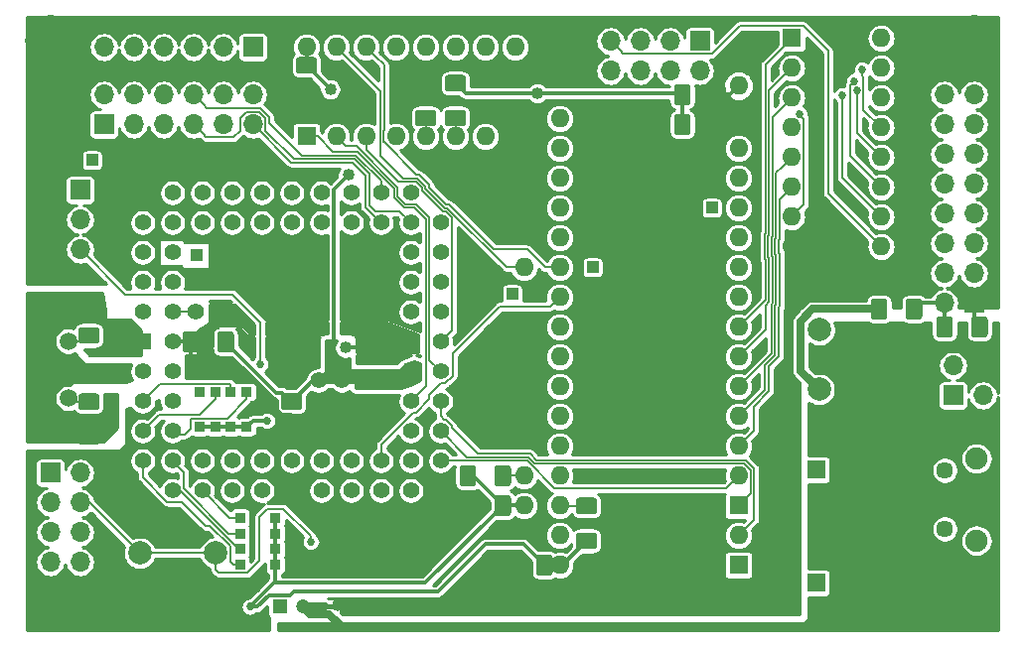
<source format=gbr>
%TF.GenerationSoftware,KiCad,Pcbnew,5.0.0-fee4fd1~66~ubuntu18.04.1*%
%TF.CreationDate,2018-09-09T22:09:21+02:00*%
%TF.ProjectId,z180,7A3138302E6B696361645F7063620000,0.1*%
%TF.SameCoordinates,Original*%
%TF.FileFunction,Copper,L2,Bot,Signal*%
%TF.FilePolarity,Positive*%
%FSLAX46Y46*%
G04 Gerber Fmt 4.6, Leading zero omitted, Abs format (unit mm)*
G04 Created by KiCad (PCBNEW 5.0.0-fee4fd1~66~ubuntu18.04.1) date Sun Sep  9 22:09:21 2018*
%MOMM*%
%LPD*%
G01*
G04 APERTURE LIST*
%ADD10C,0.100000*%
%ADD11C,1.450000*%
%ADD12O,1.900000X1.900000*%
%ADD13R,0.900000X0.900000*%
%ADD14O,1.700000X1.700000*%
%ADD15R,1.700000X1.700000*%
%ADD16C,1.425000*%
%ADD17C,1.422400*%
%ADD18R,1.422400X1.422400*%
%ADD19O,1.600000X1.600000*%
%ADD20R,1.600000X1.600000*%
%ADD21C,0.700000*%
%ADD22C,4.400000*%
%ADD23C,2.000000*%
%ADD24C,0.500000*%
%ADD25C,1.600000*%
%ADD26C,1.200000*%
%ADD27R,1.200000X1.200000*%
%ADD28C,1.400000*%
%ADD29R,1.000000X1.000000*%
%ADD30C,1.500000*%
%ADD31C,1.016000*%
%ADD32C,0.685800*%
%ADD33C,0.152400*%
%ADD34C,0.304800*%
%ADD35C,0.635000*%
%ADD36C,0.254000*%
G04 APERTURE END LIST*
D10*
G36*
X65032000Y-68830000D02*
X66032000Y-68830000D01*
X66032000Y-68330000D01*
X65032000Y-68330000D01*
X65032000Y-68830000D01*
G37*
D11*
X117917500Y-61936000D03*
X117917500Y-56936000D03*
D12*
X120617500Y-62936000D03*
X120617500Y-55936000D03*
D13*
X57048000Y-53252500D03*
X58388000Y-53252500D03*
X54388000Y-53252500D03*
X55728000Y-53252500D03*
X57048000Y-50252500D03*
X55728000Y-50252500D03*
X58388000Y-50252500D03*
X54388000Y-50252500D03*
X57848500Y-63652000D03*
X57848500Y-64992000D03*
X57848500Y-60992000D03*
X57848500Y-62332000D03*
X60848500Y-63652000D03*
X60848500Y-62332000D03*
X60848500Y-64992000D03*
X60848500Y-60992000D03*
D14*
X44196000Y-64770000D03*
X41656000Y-64770000D03*
X44196000Y-62230000D03*
X41656000Y-62230000D03*
X44196000Y-59690000D03*
X41656000Y-59690000D03*
X44196000Y-57150000D03*
D15*
X41656000Y-57150000D03*
D10*
G36*
X45607504Y-53354204D02*
X45631773Y-53357804D01*
X45655571Y-53363765D01*
X45678671Y-53372030D01*
X45700849Y-53382520D01*
X45721893Y-53395133D01*
X45741598Y-53409747D01*
X45759777Y-53426223D01*
X45776253Y-53444402D01*
X45790867Y-53464107D01*
X45803480Y-53485151D01*
X45813970Y-53507329D01*
X45822235Y-53530429D01*
X45828196Y-53554227D01*
X45831796Y-53578496D01*
X45833000Y-53603000D01*
X45833000Y-54528000D01*
X45831796Y-54552504D01*
X45828196Y-54576773D01*
X45822235Y-54600571D01*
X45813970Y-54623671D01*
X45803480Y-54645849D01*
X45790867Y-54666893D01*
X45776253Y-54686598D01*
X45759777Y-54704777D01*
X45741598Y-54721253D01*
X45721893Y-54735867D01*
X45700849Y-54748480D01*
X45678671Y-54758970D01*
X45655571Y-54767235D01*
X45631773Y-54773196D01*
X45607504Y-54776796D01*
X45583000Y-54778000D01*
X44333000Y-54778000D01*
X44308496Y-54776796D01*
X44284227Y-54773196D01*
X44260429Y-54767235D01*
X44237329Y-54758970D01*
X44215151Y-54748480D01*
X44194107Y-54735867D01*
X44174402Y-54721253D01*
X44156223Y-54704777D01*
X44139747Y-54686598D01*
X44125133Y-54666893D01*
X44112520Y-54645849D01*
X44102030Y-54623671D01*
X44093765Y-54600571D01*
X44087804Y-54576773D01*
X44084204Y-54552504D01*
X44083000Y-54528000D01*
X44083000Y-53603000D01*
X44084204Y-53578496D01*
X44087804Y-53554227D01*
X44093765Y-53530429D01*
X44102030Y-53507329D01*
X44112520Y-53485151D01*
X44125133Y-53464107D01*
X44139747Y-53444402D01*
X44156223Y-53426223D01*
X44174402Y-53409747D01*
X44194107Y-53395133D01*
X44215151Y-53382520D01*
X44237329Y-53372030D01*
X44260429Y-53363765D01*
X44284227Y-53357804D01*
X44308496Y-53354204D01*
X44333000Y-53353000D01*
X45583000Y-53353000D01*
X45607504Y-53354204D01*
X45607504Y-53354204D01*
G37*
D16*
X44958000Y-54065500D03*
D10*
G36*
X45607504Y-50379204D02*
X45631773Y-50382804D01*
X45655571Y-50388765D01*
X45678671Y-50397030D01*
X45700849Y-50407520D01*
X45721893Y-50420133D01*
X45741598Y-50434747D01*
X45759777Y-50451223D01*
X45776253Y-50469402D01*
X45790867Y-50489107D01*
X45803480Y-50510151D01*
X45813970Y-50532329D01*
X45822235Y-50555429D01*
X45828196Y-50579227D01*
X45831796Y-50603496D01*
X45833000Y-50628000D01*
X45833000Y-51553000D01*
X45831796Y-51577504D01*
X45828196Y-51601773D01*
X45822235Y-51625571D01*
X45813970Y-51648671D01*
X45803480Y-51670849D01*
X45790867Y-51691893D01*
X45776253Y-51711598D01*
X45759777Y-51729777D01*
X45741598Y-51746253D01*
X45721893Y-51760867D01*
X45700849Y-51773480D01*
X45678671Y-51783970D01*
X45655571Y-51792235D01*
X45631773Y-51798196D01*
X45607504Y-51801796D01*
X45583000Y-51803000D01*
X44333000Y-51803000D01*
X44308496Y-51801796D01*
X44284227Y-51798196D01*
X44260429Y-51792235D01*
X44237329Y-51783970D01*
X44215151Y-51773480D01*
X44194107Y-51760867D01*
X44174402Y-51746253D01*
X44156223Y-51729777D01*
X44139747Y-51711598D01*
X44125133Y-51691893D01*
X44112520Y-51670849D01*
X44102030Y-51648671D01*
X44093765Y-51625571D01*
X44087804Y-51601773D01*
X44084204Y-51577504D01*
X44083000Y-51553000D01*
X44083000Y-50628000D01*
X44084204Y-50603496D01*
X44087804Y-50579227D01*
X44093765Y-50555429D01*
X44102030Y-50532329D01*
X44112520Y-50510151D01*
X44125133Y-50489107D01*
X44139747Y-50469402D01*
X44156223Y-50451223D01*
X44174402Y-50434747D01*
X44194107Y-50420133D01*
X44215151Y-50407520D01*
X44237329Y-50397030D01*
X44260429Y-50388765D01*
X44284227Y-50382804D01*
X44308496Y-50379204D01*
X44333000Y-50378000D01*
X45583000Y-50378000D01*
X45607504Y-50379204D01*
X45607504Y-50379204D01*
G37*
D16*
X44958000Y-51090500D03*
D14*
X44196000Y-38100000D03*
X44196000Y-35560000D03*
D15*
X44196000Y-33020000D03*
D14*
X117856000Y-24892000D03*
X120396000Y-24892000D03*
X117856000Y-27432000D03*
X120396000Y-27432000D03*
X117856000Y-29972000D03*
X120396000Y-29972000D03*
X117856000Y-32512000D03*
X120396000Y-32512000D03*
X117856000Y-35052000D03*
X120396000Y-35052000D03*
X117856000Y-37592000D03*
X120396000Y-37592000D03*
X117856000Y-40132000D03*
X120396000Y-40132000D03*
X117856000Y-42672000D03*
D15*
X120396000Y-42672000D03*
D14*
X46228000Y-20828000D03*
X48768000Y-20828000D03*
X51308000Y-20828000D03*
X53848000Y-20828000D03*
X56388000Y-20828000D03*
D15*
X58928000Y-20828000D03*
D10*
G36*
X115766504Y-42306204D02*
X115790773Y-42309804D01*
X115814571Y-42315765D01*
X115837671Y-42324030D01*
X115859849Y-42334520D01*
X115880893Y-42347133D01*
X115900598Y-42361747D01*
X115918777Y-42378223D01*
X115935253Y-42396402D01*
X115949867Y-42416107D01*
X115962480Y-42437151D01*
X115972970Y-42459329D01*
X115981235Y-42482429D01*
X115987196Y-42506227D01*
X115990796Y-42530496D01*
X115992000Y-42555000D01*
X115992000Y-43805000D01*
X115990796Y-43829504D01*
X115987196Y-43853773D01*
X115981235Y-43877571D01*
X115972970Y-43900671D01*
X115962480Y-43922849D01*
X115949867Y-43943893D01*
X115935253Y-43963598D01*
X115918777Y-43981777D01*
X115900598Y-43998253D01*
X115880893Y-44012867D01*
X115859849Y-44025480D01*
X115837671Y-44035970D01*
X115814571Y-44044235D01*
X115790773Y-44050196D01*
X115766504Y-44053796D01*
X115742000Y-44055000D01*
X114817000Y-44055000D01*
X114792496Y-44053796D01*
X114768227Y-44050196D01*
X114744429Y-44044235D01*
X114721329Y-44035970D01*
X114699151Y-44025480D01*
X114678107Y-44012867D01*
X114658402Y-43998253D01*
X114640223Y-43981777D01*
X114623747Y-43963598D01*
X114609133Y-43943893D01*
X114596520Y-43922849D01*
X114586030Y-43900671D01*
X114577765Y-43877571D01*
X114571804Y-43853773D01*
X114568204Y-43829504D01*
X114567000Y-43805000D01*
X114567000Y-42555000D01*
X114568204Y-42530496D01*
X114571804Y-42506227D01*
X114577765Y-42482429D01*
X114586030Y-42459329D01*
X114596520Y-42437151D01*
X114609133Y-42416107D01*
X114623747Y-42396402D01*
X114640223Y-42378223D01*
X114658402Y-42361747D01*
X114678107Y-42347133D01*
X114699151Y-42334520D01*
X114721329Y-42324030D01*
X114744429Y-42315765D01*
X114768227Y-42309804D01*
X114792496Y-42306204D01*
X114817000Y-42305000D01*
X115742000Y-42305000D01*
X115766504Y-42306204D01*
X115766504Y-42306204D01*
G37*
D16*
X115279500Y-43180000D03*
D10*
G36*
X112791504Y-42306204D02*
X112815773Y-42309804D01*
X112839571Y-42315765D01*
X112862671Y-42324030D01*
X112884849Y-42334520D01*
X112905893Y-42347133D01*
X112925598Y-42361747D01*
X112943777Y-42378223D01*
X112960253Y-42396402D01*
X112974867Y-42416107D01*
X112987480Y-42437151D01*
X112997970Y-42459329D01*
X113006235Y-42482429D01*
X113012196Y-42506227D01*
X113015796Y-42530496D01*
X113017000Y-42555000D01*
X113017000Y-43805000D01*
X113015796Y-43829504D01*
X113012196Y-43853773D01*
X113006235Y-43877571D01*
X112997970Y-43900671D01*
X112987480Y-43922849D01*
X112974867Y-43943893D01*
X112960253Y-43963598D01*
X112943777Y-43981777D01*
X112925598Y-43998253D01*
X112905893Y-44012867D01*
X112884849Y-44025480D01*
X112862671Y-44035970D01*
X112839571Y-44044235D01*
X112815773Y-44050196D01*
X112791504Y-44053796D01*
X112767000Y-44055000D01*
X111842000Y-44055000D01*
X111817496Y-44053796D01*
X111793227Y-44050196D01*
X111769429Y-44044235D01*
X111746329Y-44035970D01*
X111724151Y-44025480D01*
X111703107Y-44012867D01*
X111683402Y-43998253D01*
X111665223Y-43981777D01*
X111648747Y-43963598D01*
X111634133Y-43943893D01*
X111621520Y-43922849D01*
X111611030Y-43900671D01*
X111602765Y-43877571D01*
X111596804Y-43853773D01*
X111593204Y-43829504D01*
X111592000Y-43805000D01*
X111592000Y-42555000D01*
X111593204Y-42530496D01*
X111596804Y-42506227D01*
X111602765Y-42482429D01*
X111611030Y-42459329D01*
X111621520Y-42437151D01*
X111634133Y-42416107D01*
X111648747Y-42396402D01*
X111665223Y-42378223D01*
X111683402Y-42361747D01*
X111703107Y-42347133D01*
X111724151Y-42334520D01*
X111746329Y-42324030D01*
X111769429Y-42315765D01*
X111793227Y-42309804D01*
X111817496Y-42306204D01*
X111842000Y-42305000D01*
X112767000Y-42305000D01*
X112791504Y-42306204D01*
X112791504Y-42306204D01*
G37*
D16*
X112304500Y-43180000D03*
D17*
X52070000Y-33274000D03*
X54610000Y-33274000D03*
X57150000Y-33274000D03*
X59690000Y-33274000D03*
X62230000Y-33274000D03*
X64770000Y-33274000D03*
X67310000Y-33274000D03*
X69850000Y-33274000D03*
X49530000Y-35814000D03*
X54610000Y-35814000D03*
X57150000Y-35814000D03*
X59690000Y-35814000D03*
X62230000Y-35814000D03*
X64770000Y-35814000D03*
X67310000Y-35814000D03*
X69850000Y-35814000D03*
X72390000Y-35814000D03*
X74930000Y-35814000D03*
X74930000Y-38354000D03*
X74930000Y-40894000D03*
X74930000Y-43434000D03*
X74930000Y-45974000D03*
X74930000Y-48514000D03*
X74930000Y-51054000D03*
X74930000Y-53594000D03*
X74930000Y-56134000D03*
X72390000Y-33274000D03*
X72390000Y-38354000D03*
X72390000Y-40894000D03*
X72390000Y-43434000D03*
X72390000Y-45974000D03*
X72390000Y-48514000D03*
X72390000Y-51054000D03*
X72390000Y-53594000D03*
X72390000Y-56134000D03*
X72390000Y-58674000D03*
X69850000Y-58674000D03*
X67310000Y-58674000D03*
X64770000Y-58674000D03*
X62230000Y-58674000D03*
X59690000Y-58674000D03*
X57150000Y-58674000D03*
X54610000Y-58674000D03*
X52070000Y-58674000D03*
X69850000Y-56134000D03*
X67310000Y-56134000D03*
X64770000Y-56134000D03*
X62230000Y-56134000D03*
X59690000Y-56134000D03*
X57150000Y-56134000D03*
X54610000Y-56134000D03*
X52070000Y-56134000D03*
X49530000Y-38354000D03*
X49530000Y-40894000D03*
X49530000Y-43434000D03*
X49530000Y-56134000D03*
X49530000Y-53594000D03*
X49530000Y-51054000D03*
X49530000Y-48514000D03*
D18*
X49530000Y-45974000D03*
D17*
X52070000Y-35814000D03*
X52070000Y-38354000D03*
X52070000Y-40894000D03*
X52070000Y-43434000D03*
X52070000Y-53594000D03*
X52070000Y-51054000D03*
X52070000Y-48514000D03*
X52070000Y-45974000D03*
D14*
X89408000Y-22860000D03*
X89408000Y-20320000D03*
X91948000Y-22860000D03*
X91948000Y-20320000D03*
X94488000Y-22860000D03*
X94488000Y-20320000D03*
X97028000Y-22860000D03*
D15*
X97028000Y-20320000D03*
D19*
X85090000Y-65024000D03*
X100330000Y-26924000D03*
X85090000Y-62484000D03*
X100330000Y-29464000D03*
X85090000Y-59944000D03*
X100330000Y-32004000D03*
X85090000Y-57404000D03*
X100330000Y-34544000D03*
X85090000Y-54864000D03*
X100330000Y-37084000D03*
X85090000Y-52324000D03*
X100330000Y-39624000D03*
X85090000Y-49784000D03*
X100330000Y-42164000D03*
X85090000Y-47244000D03*
X100330000Y-44704000D03*
X85090000Y-44704000D03*
X100330000Y-47244000D03*
X85090000Y-42164000D03*
X100330000Y-49784000D03*
X85090000Y-39624000D03*
X100330000Y-52324000D03*
X85090000Y-37084000D03*
X100330000Y-54864000D03*
X85090000Y-34544000D03*
X100330000Y-57404000D03*
X85090000Y-32004000D03*
X100330000Y-59944000D03*
X85090000Y-29464000D03*
X100330000Y-62484000D03*
X85090000Y-26924000D03*
D20*
X100330000Y-65024000D03*
D19*
X63500000Y-20828000D03*
X81280000Y-28448000D03*
X66040000Y-20828000D03*
X78740000Y-28448000D03*
X68580000Y-20828000D03*
X76200000Y-28448000D03*
X71120000Y-20828000D03*
X73660000Y-28448000D03*
X73660000Y-20828000D03*
X71120000Y-28448000D03*
X76200000Y-20828000D03*
X68580000Y-28448000D03*
X78740000Y-20828000D03*
X66040000Y-28448000D03*
X81280000Y-20828000D03*
D20*
X63500000Y-28448000D03*
D21*
X121562726Y-19153274D03*
X120396000Y-18670000D03*
X119229274Y-19153274D03*
X118746000Y-20320000D03*
X119229274Y-21486726D03*
X120396000Y-21970000D03*
X121562726Y-21486726D03*
X122046000Y-20320000D03*
D22*
X120396000Y-20320000D03*
D10*
G36*
X81295504Y-64150204D02*
X81319773Y-64153804D01*
X81343571Y-64159765D01*
X81366671Y-64168030D01*
X81388849Y-64178520D01*
X81409893Y-64191133D01*
X81429598Y-64205747D01*
X81447777Y-64222223D01*
X81464253Y-64240402D01*
X81478867Y-64260107D01*
X81491480Y-64281151D01*
X81501970Y-64303329D01*
X81510235Y-64326429D01*
X81516196Y-64350227D01*
X81519796Y-64374496D01*
X81521000Y-64399000D01*
X81521000Y-65649000D01*
X81519796Y-65673504D01*
X81516196Y-65697773D01*
X81510235Y-65721571D01*
X81501970Y-65744671D01*
X81491480Y-65766849D01*
X81478867Y-65787893D01*
X81464253Y-65807598D01*
X81447777Y-65825777D01*
X81429598Y-65842253D01*
X81409893Y-65856867D01*
X81388849Y-65869480D01*
X81366671Y-65879970D01*
X81343571Y-65888235D01*
X81319773Y-65894196D01*
X81295504Y-65897796D01*
X81271000Y-65899000D01*
X80346000Y-65899000D01*
X80321496Y-65897796D01*
X80297227Y-65894196D01*
X80273429Y-65888235D01*
X80250329Y-65879970D01*
X80228151Y-65869480D01*
X80207107Y-65856867D01*
X80187402Y-65842253D01*
X80169223Y-65825777D01*
X80152747Y-65807598D01*
X80138133Y-65787893D01*
X80125520Y-65766849D01*
X80115030Y-65744671D01*
X80106765Y-65721571D01*
X80100804Y-65697773D01*
X80097204Y-65673504D01*
X80096000Y-65649000D01*
X80096000Y-64399000D01*
X80097204Y-64374496D01*
X80100804Y-64350227D01*
X80106765Y-64326429D01*
X80115030Y-64303329D01*
X80125520Y-64281151D01*
X80138133Y-64260107D01*
X80152747Y-64240402D01*
X80169223Y-64222223D01*
X80187402Y-64205747D01*
X80207107Y-64191133D01*
X80228151Y-64178520D01*
X80250329Y-64168030D01*
X80273429Y-64159765D01*
X80297227Y-64153804D01*
X80321496Y-64150204D01*
X80346000Y-64149000D01*
X81271000Y-64149000D01*
X81295504Y-64150204D01*
X81295504Y-64150204D01*
G37*
D16*
X80808500Y-65024000D03*
D10*
G36*
X84270504Y-64150204D02*
X84294773Y-64153804D01*
X84318571Y-64159765D01*
X84341671Y-64168030D01*
X84363849Y-64178520D01*
X84384893Y-64191133D01*
X84404598Y-64205747D01*
X84422777Y-64222223D01*
X84439253Y-64240402D01*
X84453867Y-64260107D01*
X84466480Y-64281151D01*
X84476970Y-64303329D01*
X84485235Y-64326429D01*
X84491196Y-64350227D01*
X84494796Y-64374496D01*
X84496000Y-64399000D01*
X84496000Y-65649000D01*
X84494796Y-65673504D01*
X84491196Y-65697773D01*
X84485235Y-65721571D01*
X84476970Y-65744671D01*
X84466480Y-65766849D01*
X84453867Y-65787893D01*
X84439253Y-65807598D01*
X84422777Y-65825777D01*
X84404598Y-65842253D01*
X84384893Y-65856867D01*
X84363849Y-65869480D01*
X84341671Y-65879970D01*
X84318571Y-65888235D01*
X84294773Y-65894196D01*
X84270504Y-65897796D01*
X84246000Y-65899000D01*
X83321000Y-65899000D01*
X83296496Y-65897796D01*
X83272227Y-65894196D01*
X83248429Y-65888235D01*
X83225329Y-65879970D01*
X83203151Y-65869480D01*
X83182107Y-65856867D01*
X83162402Y-65842253D01*
X83144223Y-65825777D01*
X83127747Y-65807598D01*
X83113133Y-65787893D01*
X83100520Y-65766849D01*
X83090030Y-65744671D01*
X83081765Y-65721571D01*
X83075804Y-65697773D01*
X83072204Y-65673504D01*
X83071000Y-65649000D01*
X83071000Y-64399000D01*
X83072204Y-64374496D01*
X83075804Y-64350227D01*
X83081765Y-64326429D01*
X83090030Y-64303329D01*
X83100520Y-64281151D01*
X83113133Y-64260107D01*
X83127747Y-64240402D01*
X83144223Y-64222223D01*
X83162402Y-64205747D01*
X83182107Y-64191133D01*
X83203151Y-64178520D01*
X83225329Y-64168030D01*
X83248429Y-64159765D01*
X83272227Y-64153804D01*
X83296496Y-64150204D01*
X83321000Y-64149000D01*
X84246000Y-64149000D01*
X84270504Y-64150204D01*
X84270504Y-64150204D01*
G37*
D16*
X83783500Y-65024000D03*
D10*
G36*
X80714504Y-56530204D02*
X80738773Y-56533804D01*
X80762571Y-56539765D01*
X80785671Y-56548030D01*
X80807849Y-56558520D01*
X80828893Y-56571133D01*
X80848598Y-56585747D01*
X80866777Y-56602223D01*
X80883253Y-56620402D01*
X80897867Y-56640107D01*
X80910480Y-56661151D01*
X80920970Y-56683329D01*
X80929235Y-56706429D01*
X80935196Y-56730227D01*
X80938796Y-56754496D01*
X80940000Y-56779000D01*
X80940000Y-58029000D01*
X80938796Y-58053504D01*
X80935196Y-58077773D01*
X80929235Y-58101571D01*
X80920970Y-58124671D01*
X80910480Y-58146849D01*
X80897867Y-58167893D01*
X80883253Y-58187598D01*
X80866777Y-58205777D01*
X80848598Y-58222253D01*
X80828893Y-58236867D01*
X80807849Y-58249480D01*
X80785671Y-58259970D01*
X80762571Y-58268235D01*
X80738773Y-58274196D01*
X80714504Y-58277796D01*
X80690000Y-58279000D01*
X79765000Y-58279000D01*
X79740496Y-58277796D01*
X79716227Y-58274196D01*
X79692429Y-58268235D01*
X79669329Y-58259970D01*
X79647151Y-58249480D01*
X79626107Y-58236867D01*
X79606402Y-58222253D01*
X79588223Y-58205777D01*
X79571747Y-58187598D01*
X79557133Y-58167893D01*
X79544520Y-58146849D01*
X79534030Y-58124671D01*
X79525765Y-58101571D01*
X79519804Y-58077773D01*
X79516204Y-58053504D01*
X79515000Y-58029000D01*
X79515000Y-56779000D01*
X79516204Y-56754496D01*
X79519804Y-56730227D01*
X79525765Y-56706429D01*
X79534030Y-56683329D01*
X79544520Y-56661151D01*
X79557133Y-56640107D01*
X79571747Y-56620402D01*
X79588223Y-56602223D01*
X79606402Y-56585747D01*
X79626107Y-56571133D01*
X79647151Y-56558520D01*
X79669329Y-56548030D01*
X79692429Y-56539765D01*
X79716227Y-56533804D01*
X79740496Y-56530204D01*
X79765000Y-56529000D01*
X80690000Y-56529000D01*
X80714504Y-56530204D01*
X80714504Y-56530204D01*
G37*
D16*
X80227500Y-57404000D03*
D10*
G36*
X77739504Y-56530204D02*
X77763773Y-56533804D01*
X77787571Y-56539765D01*
X77810671Y-56548030D01*
X77832849Y-56558520D01*
X77853893Y-56571133D01*
X77873598Y-56585747D01*
X77891777Y-56602223D01*
X77908253Y-56620402D01*
X77922867Y-56640107D01*
X77935480Y-56661151D01*
X77945970Y-56683329D01*
X77954235Y-56706429D01*
X77960196Y-56730227D01*
X77963796Y-56754496D01*
X77965000Y-56779000D01*
X77965000Y-58029000D01*
X77963796Y-58053504D01*
X77960196Y-58077773D01*
X77954235Y-58101571D01*
X77945970Y-58124671D01*
X77935480Y-58146849D01*
X77922867Y-58167893D01*
X77908253Y-58187598D01*
X77891777Y-58205777D01*
X77873598Y-58222253D01*
X77853893Y-58236867D01*
X77832849Y-58249480D01*
X77810671Y-58259970D01*
X77787571Y-58268235D01*
X77763773Y-58274196D01*
X77739504Y-58277796D01*
X77715000Y-58279000D01*
X76790000Y-58279000D01*
X76765496Y-58277796D01*
X76741227Y-58274196D01*
X76717429Y-58268235D01*
X76694329Y-58259970D01*
X76672151Y-58249480D01*
X76651107Y-58236867D01*
X76631402Y-58222253D01*
X76613223Y-58205777D01*
X76596747Y-58187598D01*
X76582133Y-58167893D01*
X76569520Y-58146849D01*
X76559030Y-58124671D01*
X76550765Y-58101571D01*
X76544804Y-58077773D01*
X76541204Y-58053504D01*
X76540000Y-58029000D01*
X76540000Y-56779000D01*
X76541204Y-56754496D01*
X76544804Y-56730227D01*
X76550765Y-56706429D01*
X76559030Y-56683329D01*
X76569520Y-56661151D01*
X76582133Y-56640107D01*
X76596747Y-56620402D01*
X76613223Y-56602223D01*
X76631402Y-56585747D01*
X76651107Y-56571133D01*
X76672151Y-56558520D01*
X76694329Y-56548030D01*
X76717429Y-56539765D01*
X76741227Y-56533804D01*
X76765496Y-56530204D01*
X76790000Y-56529000D01*
X77715000Y-56529000D01*
X77739504Y-56530204D01*
X77739504Y-56530204D01*
G37*
D16*
X77252500Y-57404000D03*
D21*
X42822726Y-19153274D03*
X41656000Y-18670000D03*
X40489274Y-19153274D03*
X40006000Y-20320000D03*
X40489274Y-21486726D03*
X41656000Y-21970000D03*
X42822726Y-21486726D03*
X43306000Y-20320000D03*
D22*
X41656000Y-20320000D03*
D23*
X107198000Y-44958000D03*
X107188000Y-50038000D03*
D24*
X66032000Y-68580000D03*
X65032000Y-68580000D03*
D25*
X109434000Y-66548000D03*
D20*
X106934000Y-66548000D03*
D19*
X82042000Y-59944000D03*
X100330000Y-24130000D03*
X82042000Y-57404000D03*
X100330000Y-29464000D03*
X85090000Y-54864000D03*
X100330000Y-32004000D03*
X85090000Y-52324000D03*
X100330000Y-34544000D03*
X85090000Y-49784000D03*
X100330000Y-37084000D03*
X85090000Y-47244000D03*
X100330000Y-39624000D03*
X85090000Y-44704000D03*
X100330000Y-42164000D03*
X85090000Y-42164000D03*
X100330000Y-44704000D03*
X82042000Y-39624000D03*
X100330000Y-47244000D03*
X85090000Y-37084000D03*
X100330000Y-49784000D03*
X85090000Y-34544000D03*
X100330000Y-52324000D03*
X85090000Y-32004000D03*
X100330000Y-54864000D03*
X85090000Y-29464000D03*
X100330000Y-57404000D03*
X85090000Y-26924000D03*
D20*
X100330000Y-59944000D03*
D21*
X121562726Y-67413274D03*
X120396000Y-66930000D03*
X119229274Y-67413274D03*
X118746000Y-68580000D03*
X119229274Y-69746726D03*
X120396000Y-70230000D03*
X121562726Y-69746726D03*
X122046000Y-68580000D03*
D22*
X120396000Y-68580000D03*
D19*
X112485500Y-20066000D03*
X104865500Y-37846000D03*
X112485500Y-22606000D03*
X104865500Y-35306000D03*
X112485500Y-25146000D03*
X104865500Y-32766000D03*
X112485500Y-27686000D03*
X104865500Y-30226000D03*
X112485500Y-30226000D03*
X104865500Y-27686000D03*
X112485500Y-32766000D03*
X104865500Y-25146000D03*
X112485500Y-35306000D03*
X104865500Y-22606000D03*
X112485500Y-37846000D03*
D20*
X104865500Y-20066000D03*
D26*
X63214000Y-68580000D03*
D27*
X61214000Y-68580000D03*
D10*
G36*
X57092504Y-45100204D02*
X57116773Y-45103804D01*
X57140571Y-45109765D01*
X57163671Y-45118030D01*
X57185849Y-45128520D01*
X57206893Y-45141133D01*
X57226598Y-45155747D01*
X57244777Y-45172223D01*
X57261253Y-45190402D01*
X57275867Y-45210107D01*
X57288480Y-45231151D01*
X57298970Y-45253329D01*
X57307235Y-45276429D01*
X57313196Y-45300227D01*
X57316796Y-45324496D01*
X57318000Y-45349000D01*
X57318000Y-46599000D01*
X57316796Y-46623504D01*
X57313196Y-46647773D01*
X57307235Y-46671571D01*
X57298970Y-46694671D01*
X57288480Y-46716849D01*
X57275867Y-46737893D01*
X57261253Y-46757598D01*
X57244777Y-46775777D01*
X57226598Y-46792253D01*
X57206893Y-46806867D01*
X57185849Y-46819480D01*
X57163671Y-46829970D01*
X57140571Y-46838235D01*
X57116773Y-46844196D01*
X57092504Y-46847796D01*
X57068000Y-46849000D01*
X56143000Y-46849000D01*
X56118496Y-46847796D01*
X56094227Y-46844196D01*
X56070429Y-46838235D01*
X56047329Y-46829970D01*
X56025151Y-46819480D01*
X56004107Y-46806867D01*
X55984402Y-46792253D01*
X55966223Y-46775777D01*
X55949747Y-46757598D01*
X55935133Y-46737893D01*
X55922520Y-46716849D01*
X55912030Y-46694671D01*
X55903765Y-46671571D01*
X55897804Y-46647773D01*
X55894204Y-46623504D01*
X55893000Y-46599000D01*
X55893000Y-45349000D01*
X55894204Y-45324496D01*
X55897804Y-45300227D01*
X55903765Y-45276429D01*
X55912030Y-45253329D01*
X55922520Y-45231151D01*
X55935133Y-45210107D01*
X55949747Y-45190402D01*
X55966223Y-45172223D01*
X55984402Y-45155747D01*
X56004107Y-45141133D01*
X56025151Y-45128520D01*
X56047329Y-45118030D01*
X56070429Y-45109765D01*
X56094227Y-45103804D01*
X56118496Y-45100204D01*
X56143000Y-45099000D01*
X57068000Y-45099000D01*
X57092504Y-45100204D01*
X57092504Y-45100204D01*
G37*
D16*
X56605500Y-45974000D03*
D10*
G36*
X54117504Y-45100204D02*
X54141773Y-45103804D01*
X54165571Y-45109765D01*
X54188671Y-45118030D01*
X54210849Y-45128520D01*
X54231893Y-45141133D01*
X54251598Y-45155747D01*
X54269777Y-45172223D01*
X54286253Y-45190402D01*
X54300867Y-45210107D01*
X54313480Y-45231151D01*
X54323970Y-45253329D01*
X54332235Y-45276429D01*
X54338196Y-45300227D01*
X54341796Y-45324496D01*
X54343000Y-45349000D01*
X54343000Y-46599000D01*
X54341796Y-46623504D01*
X54338196Y-46647773D01*
X54332235Y-46671571D01*
X54323970Y-46694671D01*
X54313480Y-46716849D01*
X54300867Y-46737893D01*
X54286253Y-46757598D01*
X54269777Y-46775777D01*
X54251598Y-46792253D01*
X54231893Y-46806867D01*
X54210849Y-46819480D01*
X54188671Y-46829970D01*
X54165571Y-46838235D01*
X54141773Y-46844196D01*
X54117504Y-46847796D01*
X54093000Y-46849000D01*
X53168000Y-46849000D01*
X53143496Y-46847796D01*
X53119227Y-46844196D01*
X53095429Y-46838235D01*
X53072329Y-46829970D01*
X53050151Y-46819480D01*
X53029107Y-46806867D01*
X53009402Y-46792253D01*
X52991223Y-46775777D01*
X52974747Y-46757598D01*
X52960133Y-46737893D01*
X52947520Y-46716849D01*
X52937030Y-46694671D01*
X52928765Y-46671571D01*
X52922804Y-46647773D01*
X52919204Y-46623504D01*
X52918000Y-46599000D01*
X52918000Y-45349000D01*
X52919204Y-45324496D01*
X52922804Y-45300227D01*
X52928765Y-45276429D01*
X52937030Y-45253329D01*
X52947520Y-45231151D01*
X52960133Y-45210107D01*
X52974747Y-45190402D01*
X52991223Y-45172223D01*
X53009402Y-45155747D01*
X53029107Y-45141133D01*
X53050151Y-45128520D01*
X53072329Y-45118030D01*
X53095429Y-45109765D01*
X53119227Y-45103804D01*
X53143496Y-45100204D01*
X53168000Y-45099000D01*
X54093000Y-45099000D01*
X54117504Y-45100204D01*
X54117504Y-45100204D01*
G37*
D16*
X53630500Y-45974000D03*
D25*
X109434000Y-56896000D03*
D20*
X106934000Y-56896000D03*
D14*
X58928000Y-24892000D03*
X58928000Y-27432000D03*
X56388000Y-24892000D03*
X56388000Y-27432000D03*
X53848000Y-24892000D03*
X53848000Y-27432000D03*
X51308000Y-24892000D03*
X51308000Y-27432000D03*
X48768000Y-24892000D03*
X48768000Y-27432000D03*
X46228000Y-24892000D03*
D15*
X46228000Y-27432000D03*
D10*
G36*
X64149504Y-21677204D02*
X64173773Y-21680804D01*
X64197571Y-21686765D01*
X64220671Y-21695030D01*
X64242849Y-21705520D01*
X64263893Y-21718133D01*
X64283598Y-21732747D01*
X64301777Y-21749223D01*
X64318253Y-21767402D01*
X64332867Y-21787107D01*
X64345480Y-21808151D01*
X64355970Y-21830329D01*
X64364235Y-21853429D01*
X64370196Y-21877227D01*
X64373796Y-21901496D01*
X64375000Y-21926000D01*
X64375000Y-22851000D01*
X64373796Y-22875504D01*
X64370196Y-22899773D01*
X64364235Y-22923571D01*
X64355970Y-22946671D01*
X64345480Y-22968849D01*
X64332867Y-22989893D01*
X64318253Y-23009598D01*
X64301777Y-23027777D01*
X64283598Y-23044253D01*
X64263893Y-23058867D01*
X64242849Y-23071480D01*
X64220671Y-23081970D01*
X64197571Y-23090235D01*
X64173773Y-23096196D01*
X64149504Y-23099796D01*
X64125000Y-23101000D01*
X62875000Y-23101000D01*
X62850496Y-23099796D01*
X62826227Y-23096196D01*
X62802429Y-23090235D01*
X62779329Y-23081970D01*
X62757151Y-23071480D01*
X62736107Y-23058867D01*
X62716402Y-23044253D01*
X62698223Y-23027777D01*
X62681747Y-23009598D01*
X62667133Y-22989893D01*
X62654520Y-22968849D01*
X62644030Y-22946671D01*
X62635765Y-22923571D01*
X62629804Y-22899773D01*
X62626204Y-22875504D01*
X62625000Y-22851000D01*
X62625000Y-21926000D01*
X62626204Y-21901496D01*
X62629804Y-21877227D01*
X62635765Y-21853429D01*
X62644030Y-21830329D01*
X62654520Y-21808151D01*
X62667133Y-21787107D01*
X62681747Y-21767402D01*
X62698223Y-21749223D01*
X62716402Y-21732747D01*
X62736107Y-21718133D01*
X62757151Y-21705520D01*
X62779329Y-21695030D01*
X62802429Y-21686765D01*
X62826227Y-21680804D01*
X62850496Y-21677204D01*
X62875000Y-21676000D01*
X64125000Y-21676000D01*
X64149504Y-21677204D01*
X64149504Y-21677204D01*
G37*
D16*
X63500000Y-22388500D03*
D10*
G36*
X64149504Y-24652204D02*
X64173773Y-24655804D01*
X64197571Y-24661765D01*
X64220671Y-24670030D01*
X64242849Y-24680520D01*
X64263893Y-24693133D01*
X64283598Y-24707747D01*
X64301777Y-24724223D01*
X64318253Y-24742402D01*
X64332867Y-24762107D01*
X64345480Y-24783151D01*
X64355970Y-24805329D01*
X64364235Y-24828429D01*
X64370196Y-24852227D01*
X64373796Y-24876496D01*
X64375000Y-24901000D01*
X64375000Y-25826000D01*
X64373796Y-25850504D01*
X64370196Y-25874773D01*
X64364235Y-25898571D01*
X64355970Y-25921671D01*
X64345480Y-25943849D01*
X64332867Y-25964893D01*
X64318253Y-25984598D01*
X64301777Y-26002777D01*
X64283598Y-26019253D01*
X64263893Y-26033867D01*
X64242849Y-26046480D01*
X64220671Y-26056970D01*
X64197571Y-26065235D01*
X64173773Y-26071196D01*
X64149504Y-26074796D01*
X64125000Y-26076000D01*
X62875000Y-26076000D01*
X62850496Y-26074796D01*
X62826227Y-26071196D01*
X62802429Y-26065235D01*
X62779329Y-26056970D01*
X62757151Y-26046480D01*
X62736107Y-26033867D01*
X62716402Y-26019253D01*
X62698223Y-26002777D01*
X62681747Y-25984598D01*
X62667133Y-25964893D01*
X62654520Y-25943849D01*
X62644030Y-25921671D01*
X62635765Y-25898571D01*
X62629804Y-25874773D01*
X62626204Y-25850504D01*
X62625000Y-25826000D01*
X62625000Y-24901000D01*
X62626204Y-24876496D01*
X62629804Y-24852227D01*
X62635765Y-24828429D01*
X62644030Y-24805329D01*
X62654520Y-24783151D01*
X62667133Y-24762107D01*
X62681747Y-24742402D01*
X62698223Y-24724223D01*
X62716402Y-24707747D01*
X62736107Y-24693133D01*
X62757151Y-24680520D01*
X62779329Y-24670030D01*
X62802429Y-24661765D01*
X62826227Y-24655804D01*
X62850496Y-24652204D01*
X62875000Y-24651000D01*
X64125000Y-24651000D01*
X64149504Y-24652204D01*
X64149504Y-24652204D01*
G37*
D16*
X63500000Y-25363500D03*
D28*
X54070000Y-43434000D03*
X52070000Y-43434000D03*
X66516000Y-49276000D03*
X64516000Y-49276000D03*
X56102000Y-48260000D03*
X54102000Y-48260000D03*
D29*
X87884000Y-39624000D03*
X98044000Y-34544000D03*
X81026000Y-41910000D03*
X54102000Y-38608000D03*
X45212000Y-30480000D03*
D10*
G36*
X88025504Y-59269204D02*
X88049773Y-59272804D01*
X88073571Y-59278765D01*
X88096671Y-59287030D01*
X88118849Y-59297520D01*
X88139893Y-59310133D01*
X88159598Y-59324747D01*
X88177777Y-59341223D01*
X88194253Y-59359402D01*
X88208867Y-59379107D01*
X88221480Y-59400151D01*
X88231970Y-59422329D01*
X88240235Y-59445429D01*
X88246196Y-59469227D01*
X88249796Y-59493496D01*
X88251000Y-59518000D01*
X88251000Y-60443000D01*
X88249796Y-60467504D01*
X88246196Y-60491773D01*
X88240235Y-60515571D01*
X88231970Y-60538671D01*
X88221480Y-60560849D01*
X88208867Y-60581893D01*
X88194253Y-60601598D01*
X88177777Y-60619777D01*
X88159598Y-60636253D01*
X88139893Y-60650867D01*
X88118849Y-60663480D01*
X88096671Y-60673970D01*
X88073571Y-60682235D01*
X88049773Y-60688196D01*
X88025504Y-60691796D01*
X88001000Y-60693000D01*
X86751000Y-60693000D01*
X86726496Y-60691796D01*
X86702227Y-60688196D01*
X86678429Y-60682235D01*
X86655329Y-60673970D01*
X86633151Y-60663480D01*
X86612107Y-60650867D01*
X86592402Y-60636253D01*
X86574223Y-60619777D01*
X86557747Y-60601598D01*
X86543133Y-60581893D01*
X86530520Y-60560849D01*
X86520030Y-60538671D01*
X86511765Y-60515571D01*
X86505804Y-60491773D01*
X86502204Y-60467504D01*
X86501000Y-60443000D01*
X86501000Y-59518000D01*
X86502204Y-59493496D01*
X86505804Y-59469227D01*
X86511765Y-59445429D01*
X86520030Y-59422329D01*
X86530520Y-59400151D01*
X86543133Y-59379107D01*
X86557747Y-59359402D01*
X86574223Y-59341223D01*
X86592402Y-59324747D01*
X86612107Y-59310133D01*
X86633151Y-59297520D01*
X86655329Y-59287030D01*
X86678429Y-59278765D01*
X86702227Y-59272804D01*
X86726496Y-59269204D01*
X86751000Y-59268000D01*
X88001000Y-59268000D01*
X88025504Y-59269204D01*
X88025504Y-59269204D01*
G37*
D16*
X87376000Y-59980500D03*
D10*
G36*
X88025504Y-62244204D02*
X88049773Y-62247804D01*
X88073571Y-62253765D01*
X88096671Y-62262030D01*
X88118849Y-62272520D01*
X88139893Y-62285133D01*
X88159598Y-62299747D01*
X88177777Y-62316223D01*
X88194253Y-62334402D01*
X88208867Y-62354107D01*
X88221480Y-62375151D01*
X88231970Y-62397329D01*
X88240235Y-62420429D01*
X88246196Y-62444227D01*
X88249796Y-62468496D01*
X88251000Y-62493000D01*
X88251000Y-63418000D01*
X88249796Y-63442504D01*
X88246196Y-63466773D01*
X88240235Y-63490571D01*
X88231970Y-63513671D01*
X88221480Y-63535849D01*
X88208867Y-63556893D01*
X88194253Y-63576598D01*
X88177777Y-63594777D01*
X88159598Y-63611253D01*
X88139893Y-63625867D01*
X88118849Y-63638480D01*
X88096671Y-63648970D01*
X88073571Y-63657235D01*
X88049773Y-63663196D01*
X88025504Y-63666796D01*
X88001000Y-63668000D01*
X86751000Y-63668000D01*
X86726496Y-63666796D01*
X86702227Y-63663196D01*
X86678429Y-63657235D01*
X86655329Y-63648970D01*
X86633151Y-63638480D01*
X86612107Y-63625867D01*
X86592402Y-63611253D01*
X86574223Y-63594777D01*
X86557747Y-63576598D01*
X86543133Y-63556893D01*
X86530520Y-63535849D01*
X86520030Y-63513671D01*
X86511765Y-63490571D01*
X86505804Y-63466773D01*
X86502204Y-63442504D01*
X86501000Y-63418000D01*
X86501000Y-62493000D01*
X86502204Y-62468496D01*
X86505804Y-62444227D01*
X86511765Y-62420429D01*
X86520030Y-62397329D01*
X86530520Y-62375151D01*
X86543133Y-62354107D01*
X86557747Y-62334402D01*
X86574223Y-62316223D01*
X86592402Y-62299747D01*
X86612107Y-62285133D01*
X86633151Y-62272520D01*
X86655329Y-62262030D01*
X86678429Y-62253765D01*
X86702227Y-62247804D01*
X86726496Y-62244204D01*
X86751000Y-62243000D01*
X88001000Y-62243000D01*
X88025504Y-62244204D01*
X88025504Y-62244204D01*
G37*
D16*
X87376000Y-62955500D03*
D10*
G36*
X74309504Y-23201204D02*
X74333773Y-23204804D01*
X74357571Y-23210765D01*
X74380671Y-23219030D01*
X74402849Y-23229520D01*
X74423893Y-23242133D01*
X74443598Y-23256747D01*
X74461777Y-23273223D01*
X74478253Y-23291402D01*
X74492867Y-23311107D01*
X74505480Y-23332151D01*
X74515970Y-23354329D01*
X74524235Y-23377429D01*
X74530196Y-23401227D01*
X74533796Y-23425496D01*
X74535000Y-23450000D01*
X74535000Y-24375000D01*
X74533796Y-24399504D01*
X74530196Y-24423773D01*
X74524235Y-24447571D01*
X74515970Y-24470671D01*
X74505480Y-24492849D01*
X74492867Y-24513893D01*
X74478253Y-24533598D01*
X74461777Y-24551777D01*
X74443598Y-24568253D01*
X74423893Y-24582867D01*
X74402849Y-24595480D01*
X74380671Y-24605970D01*
X74357571Y-24614235D01*
X74333773Y-24620196D01*
X74309504Y-24623796D01*
X74285000Y-24625000D01*
X73035000Y-24625000D01*
X73010496Y-24623796D01*
X72986227Y-24620196D01*
X72962429Y-24614235D01*
X72939329Y-24605970D01*
X72917151Y-24595480D01*
X72896107Y-24582867D01*
X72876402Y-24568253D01*
X72858223Y-24551777D01*
X72841747Y-24533598D01*
X72827133Y-24513893D01*
X72814520Y-24492849D01*
X72804030Y-24470671D01*
X72795765Y-24447571D01*
X72789804Y-24423773D01*
X72786204Y-24399504D01*
X72785000Y-24375000D01*
X72785000Y-23450000D01*
X72786204Y-23425496D01*
X72789804Y-23401227D01*
X72795765Y-23377429D01*
X72804030Y-23354329D01*
X72814520Y-23332151D01*
X72827133Y-23311107D01*
X72841747Y-23291402D01*
X72858223Y-23273223D01*
X72876402Y-23256747D01*
X72896107Y-23242133D01*
X72917151Y-23229520D01*
X72939329Y-23219030D01*
X72962429Y-23210765D01*
X72986227Y-23204804D01*
X73010496Y-23201204D01*
X73035000Y-23200000D01*
X74285000Y-23200000D01*
X74309504Y-23201204D01*
X74309504Y-23201204D01*
G37*
D16*
X73660000Y-23912500D03*
D10*
G36*
X74309504Y-26176204D02*
X74333773Y-26179804D01*
X74357571Y-26185765D01*
X74380671Y-26194030D01*
X74402849Y-26204520D01*
X74423893Y-26217133D01*
X74443598Y-26231747D01*
X74461777Y-26248223D01*
X74478253Y-26266402D01*
X74492867Y-26286107D01*
X74505480Y-26307151D01*
X74515970Y-26329329D01*
X74524235Y-26352429D01*
X74530196Y-26376227D01*
X74533796Y-26400496D01*
X74535000Y-26425000D01*
X74535000Y-27350000D01*
X74533796Y-27374504D01*
X74530196Y-27398773D01*
X74524235Y-27422571D01*
X74515970Y-27445671D01*
X74505480Y-27467849D01*
X74492867Y-27488893D01*
X74478253Y-27508598D01*
X74461777Y-27526777D01*
X74443598Y-27543253D01*
X74423893Y-27557867D01*
X74402849Y-27570480D01*
X74380671Y-27580970D01*
X74357571Y-27589235D01*
X74333773Y-27595196D01*
X74309504Y-27598796D01*
X74285000Y-27600000D01*
X73035000Y-27600000D01*
X73010496Y-27598796D01*
X72986227Y-27595196D01*
X72962429Y-27589235D01*
X72939329Y-27580970D01*
X72917151Y-27570480D01*
X72896107Y-27557867D01*
X72876402Y-27543253D01*
X72858223Y-27526777D01*
X72841747Y-27508598D01*
X72827133Y-27488893D01*
X72814520Y-27467849D01*
X72804030Y-27445671D01*
X72795765Y-27422571D01*
X72789804Y-27398773D01*
X72786204Y-27374504D01*
X72785000Y-27350000D01*
X72785000Y-26425000D01*
X72786204Y-26400496D01*
X72789804Y-26376227D01*
X72795765Y-26352429D01*
X72804030Y-26329329D01*
X72814520Y-26307151D01*
X72827133Y-26286107D01*
X72841747Y-26266402D01*
X72858223Y-26248223D01*
X72876402Y-26231747D01*
X72896107Y-26217133D01*
X72917151Y-26204520D01*
X72939329Y-26194030D01*
X72962429Y-26185765D01*
X72986227Y-26179804D01*
X73010496Y-26176204D01*
X73035000Y-26175000D01*
X74285000Y-26175000D01*
X74309504Y-26176204D01*
X74309504Y-26176204D01*
G37*
D16*
X73660000Y-26887500D03*
D10*
G36*
X76849504Y-26176204D02*
X76873773Y-26179804D01*
X76897571Y-26185765D01*
X76920671Y-26194030D01*
X76942849Y-26204520D01*
X76963893Y-26217133D01*
X76983598Y-26231747D01*
X77001777Y-26248223D01*
X77018253Y-26266402D01*
X77032867Y-26286107D01*
X77045480Y-26307151D01*
X77055970Y-26329329D01*
X77064235Y-26352429D01*
X77070196Y-26376227D01*
X77073796Y-26400496D01*
X77075000Y-26425000D01*
X77075000Y-27350000D01*
X77073796Y-27374504D01*
X77070196Y-27398773D01*
X77064235Y-27422571D01*
X77055970Y-27445671D01*
X77045480Y-27467849D01*
X77032867Y-27488893D01*
X77018253Y-27508598D01*
X77001777Y-27526777D01*
X76983598Y-27543253D01*
X76963893Y-27557867D01*
X76942849Y-27570480D01*
X76920671Y-27580970D01*
X76897571Y-27589235D01*
X76873773Y-27595196D01*
X76849504Y-27598796D01*
X76825000Y-27600000D01*
X75575000Y-27600000D01*
X75550496Y-27598796D01*
X75526227Y-27595196D01*
X75502429Y-27589235D01*
X75479329Y-27580970D01*
X75457151Y-27570480D01*
X75436107Y-27557867D01*
X75416402Y-27543253D01*
X75398223Y-27526777D01*
X75381747Y-27508598D01*
X75367133Y-27488893D01*
X75354520Y-27467849D01*
X75344030Y-27445671D01*
X75335765Y-27422571D01*
X75329804Y-27398773D01*
X75326204Y-27374504D01*
X75325000Y-27350000D01*
X75325000Y-26425000D01*
X75326204Y-26400496D01*
X75329804Y-26376227D01*
X75335765Y-26352429D01*
X75344030Y-26329329D01*
X75354520Y-26307151D01*
X75367133Y-26286107D01*
X75381747Y-26266402D01*
X75398223Y-26248223D01*
X75416402Y-26231747D01*
X75436107Y-26217133D01*
X75457151Y-26204520D01*
X75479329Y-26194030D01*
X75502429Y-26185765D01*
X75526227Y-26179804D01*
X75550496Y-26176204D01*
X75575000Y-26175000D01*
X76825000Y-26175000D01*
X76849504Y-26176204D01*
X76849504Y-26176204D01*
G37*
D16*
X76200000Y-26887500D03*
D10*
G36*
X76849504Y-23201204D02*
X76873773Y-23204804D01*
X76897571Y-23210765D01*
X76920671Y-23219030D01*
X76942849Y-23229520D01*
X76963893Y-23242133D01*
X76983598Y-23256747D01*
X77001777Y-23273223D01*
X77018253Y-23291402D01*
X77032867Y-23311107D01*
X77045480Y-23332151D01*
X77055970Y-23354329D01*
X77064235Y-23377429D01*
X77070196Y-23401227D01*
X77073796Y-23425496D01*
X77075000Y-23450000D01*
X77075000Y-24375000D01*
X77073796Y-24399504D01*
X77070196Y-24423773D01*
X77064235Y-24447571D01*
X77055970Y-24470671D01*
X77045480Y-24492849D01*
X77032867Y-24513893D01*
X77018253Y-24533598D01*
X77001777Y-24551777D01*
X76983598Y-24568253D01*
X76963893Y-24582867D01*
X76942849Y-24595480D01*
X76920671Y-24605970D01*
X76897571Y-24614235D01*
X76873773Y-24620196D01*
X76849504Y-24623796D01*
X76825000Y-24625000D01*
X75575000Y-24625000D01*
X75550496Y-24623796D01*
X75526227Y-24620196D01*
X75502429Y-24614235D01*
X75479329Y-24605970D01*
X75457151Y-24595480D01*
X75436107Y-24582867D01*
X75416402Y-24568253D01*
X75398223Y-24551777D01*
X75381747Y-24533598D01*
X75367133Y-24513893D01*
X75354520Y-24492849D01*
X75344030Y-24470671D01*
X75335765Y-24447571D01*
X75329804Y-24423773D01*
X75326204Y-24399504D01*
X75325000Y-24375000D01*
X75325000Y-23450000D01*
X75326204Y-23425496D01*
X75329804Y-23401227D01*
X75335765Y-23377429D01*
X75344030Y-23354329D01*
X75354520Y-23332151D01*
X75367133Y-23311107D01*
X75381747Y-23291402D01*
X75398223Y-23273223D01*
X75416402Y-23256747D01*
X75436107Y-23242133D01*
X75457151Y-23229520D01*
X75479329Y-23219030D01*
X75502429Y-23210765D01*
X75526227Y-23204804D01*
X75550496Y-23201204D01*
X75575000Y-23200000D01*
X76825000Y-23200000D01*
X76849504Y-23201204D01*
X76849504Y-23201204D01*
G37*
D16*
X76200000Y-23912500D03*
D23*
X55776000Y-64008000D03*
X55776000Y-68508000D03*
X49276000Y-64008000D03*
X49276000Y-68508000D03*
D10*
G36*
X62879504Y-50379204D02*
X62903773Y-50382804D01*
X62927571Y-50388765D01*
X62950671Y-50397030D01*
X62972849Y-50407520D01*
X62993893Y-50420133D01*
X63013598Y-50434747D01*
X63031777Y-50451223D01*
X63048253Y-50469402D01*
X63062867Y-50489107D01*
X63075480Y-50510151D01*
X63085970Y-50532329D01*
X63094235Y-50555429D01*
X63100196Y-50579227D01*
X63103796Y-50603496D01*
X63105000Y-50628000D01*
X63105000Y-51553000D01*
X63103796Y-51577504D01*
X63100196Y-51601773D01*
X63094235Y-51625571D01*
X63085970Y-51648671D01*
X63075480Y-51670849D01*
X63062867Y-51691893D01*
X63048253Y-51711598D01*
X63031777Y-51729777D01*
X63013598Y-51746253D01*
X62993893Y-51760867D01*
X62972849Y-51773480D01*
X62950671Y-51783970D01*
X62927571Y-51792235D01*
X62903773Y-51798196D01*
X62879504Y-51801796D01*
X62855000Y-51803000D01*
X61605000Y-51803000D01*
X61580496Y-51801796D01*
X61556227Y-51798196D01*
X61532429Y-51792235D01*
X61509329Y-51783970D01*
X61487151Y-51773480D01*
X61466107Y-51760867D01*
X61446402Y-51746253D01*
X61428223Y-51729777D01*
X61411747Y-51711598D01*
X61397133Y-51691893D01*
X61384520Y-51670849D01*
X61374030Y-51648671D01*
X61365765Y-51625571D01*
X61359804Y-51601773D01*
X61356204Y-51577504D01*
X61355000Y-51553000D01*
X61355000Y-50628000D01*
X61356204Y-50603496D01*
X61359804Y-50579227D01*
X61365765Y-50555429D01*
X61374030Y-50532329D01*
X61384520Y-50510151D01*
X61397133Y-50489107D01*
X61411747Y-50469402D01*
X61428223Y-50451223D01*
X61446402Y-50434747D01*
X61466107Y-50420133D01*
X61487151Y-50407520D01*
X61509329Y-50397030D01*
X61532429Y-50388765D01*
X61556227Y-50382804D01*
X61580496Y-50379204D01*
X61605000Y-50378000D01*
X62855000Y-50378000D01*
X62879504Y-50379204D01*
X62879504Y-50379204D01*
G37*
D16*
X62230000Y-51090500D03*
D10*
G36*
X62879504Y-53354204D02*
X62903773Y-53357804D01*
X62927571Y-53363765D01*
X62950671Y-53372030D01*
X62972849Y-53382520D01*
X62993893Y-53395133D01*
X63013598Y-53409747D01*
X63031777Y-53426223D01*
X63048253Y-53444402D01*
X63062867Y-53464107D01*
X63075480Y-53485151D01*
X63085970Y-53507329D01*
X63094235Y-53530429D01*
X63100196Y-53554227D01*
X63103796Y-53578496D01*
X63105000Y-53603000D01*
X63105000Y-54528000D01*
X63103796Y-54552504D01*
X63100196Y-54576773D01*
X63094235Y-54600571D01*
X63085970Y-54623671D01*
X63075480Y-54645849D01*
X63062867Y-54666893D01*
X63048253Y-54686598D01*
X63031777Y-54704777D01*
X63013598Y-54721253D01*
X62993893Y-54735867D01*
X62972849Y-54748480D01*
X62950671Y-54758970D01*
X62927571Y-54767235D01*
X62903773Y-54773196D01*
X62879504Y-54776796D01*
X62855000Y-54778000D01*
X61605000Y-54778000D01*
X61580496Y-54776796D01*
X61556227Y-54773196D01*
X61532429Y-54767235D01*
X61509329Y-54758970D01*
X61487151Y-54748480D01*
X61466107Y-54735867D01*
X61446402Y-54721253D01*
X61428223Y-54704777D01*
X61411747Y-54686598D01*
X61397133Y-54666893D01*
X61384520Y-54645849D01*
X61374030Y-54623671D01*
X61365765Y-54600571D01*
X61359804Y-54576773D01*
X61356204Y-54552504D01*
X61355000Y-54528000D01*
X61355000Y-53603000D01*
X61356204Y-53578496D01*
X61359804Y-53554227D01*
X61365765Y-53530429D01*
X61374030Y-53507329D01*
X61384520Y-53485151D01*
X61397133Y-53464107D01*
X61411747Y-53444402D01*
X61428223Y-53426223D01*
X61446402Y-53409747D01*
X61466107Y-53395133D01*
X61487151Y-53382520D01*
X61509329Y-53372030D01*
X61532429Y-53363765D01*
X61556227Y-53357804D01*
X61580496Y-53354204D01*
X61605000Y-53353000D01*
X62855000Y-53353000D01*
X62879504Y-53354204D01*
X62879504Y-53354204D01*
G37*
D16*
X62230000Y-54065500D03*
D10*
G36*
X96027504Y-24018204D02*
X96051773Y-24021804D01*
X96075571Y-24027765D01*
X96098671Y-24036030D01*
X96120849Y-24046520D01*
X96141893Y-24059133D01*
X96161598Y-24073747D01*
X96179777Y-24090223D01*
X96196253Y-24108402D01*
X96210867Y-24128107D01*
X96223480Y-24149151D01*
X96233970Y-24171329D01*
X96242235Y-24194429D01*
X96248196Y-24218227D01*
X96251796Y-24242496D01*
X96253000Y-24267000D01*
X96253000Y-25517000D01*
X96251796Y-25541504D01*
X96248196Y-25565773D01*
X96242235Y-25589571D01*
X96233970Y-25612671D01*
X96223480Y-25634849D01*
X96210867Y-25655893D01*
X96196253Y-25675598D01*
X96179777Y-25693777D01*
X96161598Y-25710253D01*
X96141893Y-25724867D01*
X96120849Y-25737480D01*
X96098671Y-25747970D01*
X96075571Y-25756235D01*
X96051773Y-25762196D01*
X96027504Y-25765796D01*
X96003000Y-25767000D01*
X95078000Y-25767000D01*
X95053496Y-25765796D01*
X95029227Y-25762196D01*
X95005429Y-25756235D01*
X94982329Y-25747970D01*
X94960151Y-25737480D01*
X94939107Y-25724867D01*
X94919402Y-25710253D01*
X94901223Y-25693777D01*
X94884747Y-25675598D01*
X94870133Y-25655893D01*
X94857520Y-25634849D01*
X94847030Y-25612671D01*
X94838765Y-25589571D01*
X94832804Y-25565773D01*
X94829204Y-25541504D01*
X94828000Y-25517000D01*
X94828000Y-24267000D01*
X94829204Y-24242496D01*
X94832804Y-24218227D01*
X94838765Y-24194429D01*
X94847030Y-24171329D01*
X94857520Y-24149151D01*
X94870133Y-24128107D01*
X94884747Y-24108402D01*
X94901223Y-24090223D01*
X94919402Y-24073747D01*
X94939107Y-24059133D01*
X94960151Y-24046520D01*
X94982329Y-24036030D01*
X95005429Y-24027765D01*
X95029227Y-24021804D01*
X95053496Y-24018204D01*
X95078000Y-24017000D01*
X96003000Y-24017000D01*
X96027504Y-24018204D01*
X96027504Y-24018204D01*
G37*
D16*
X95540500Y-24892000D03*
D10*
G36*
X99002504Y-24018204D02*
X99026773Y-24021804D01*
X99050571Y-24027765D01*
X99073671Y-24036030D01*
X99095849Y-24046520D01*
X99116893Y-24059133D01*
X99136598Y-24073747D01*
X99154777Y-24090223D01*
X99171253Y-24108402D01*
X99185867Y-24128107D01*
X99198480Y-24149151D01*
X99208970Y-24171329D01*
X99217235Y-24194429D01*
X99223196Y-24218227D01*
X99226796Y-24242496D01*
X99228000Y-24267000D01*
X99228000Y-25517000D01*
X99226796Y-25541504D01*
X99223196Y-25565773D01*
X99217235Y-25589571D01*
X99208970Y-25612671D01*
X99198480Y-25634849D01*
X99185867Y-25655893D01*
X99171253Y-25675598D01*
X99154777Y-25693777D01*
X99136598Y-25710253D01*
X99116893Y-25724867D01*
X99095849Y-25737480D01*
X99073671Y-25747970D01*
X99050571Y-25756235D01*
X99026773Y-25762196D01*
X99002504Y-25765796D01*
X98978000Y-25767000D01*
X98053000Y-25767000D01*
X98028496Y-25765796D01*
X98004227Y-25762196D01*
X97980429Y-25756235D01*
X97957329Y-25747970D01*
X97935151Y-25737480D01*
X97914107Y-25724867D01*
X97894402Y-25710253D01*
X97876223Y-25693777D01*
X97859747Y-25675598D01*
X97845133Y-25655893D01*
X97832520Y-25634849D01*
X97822030Y-25612671D01*
X97813765Y-25589571D01*
X97807804Y-25565773D01*
X97804204Y-25541504D01*
X97803000Y-25517000D01*
X97803000Y-24267000D01*
X97804204Y-24242496D01*
X97807804Y-24218227D01*
X97813765Y-24194429D01*
X97822030Y-24171329D01*
X97832520Y-24149151D01*
X97845133Y-24128107D01*
X97859747Y-24108402D01*
X97876223Y-24090223D01*
X97894402Y-24073747D01*
X97914107Y-24059133D01*
X97935151Y-24046520D01*
X97957329Y-24036030D01*
X97980429Y-24027765D01*
X98004227Y-24021804D01*
X98028496Y-24018204D01*
X98053000Y-24017000D01*
X98978000Y-24017000D01*
X99002504Y-24018204D01*
X99002504Y-24018204D01*
G37*
D16*
X98515500Y-24892000D03*
D10*
G36*
X96027504Y-26558204D02*
X96051773Y-26561804D01*
X96075571Y-26567765D01*
X96098671Y-26576030D01*
X96120849Y-26586520D01*
X96141893Y-26599133D01*
X96161598Y-26613747D01*
X96179777Y-26630223D01*
X96196253Y-26648402D01*
X96210867Y-26668107D01*
X96223480Y-26689151D01*
X96233970Y-26711329D01*
X96242235Y-26734429D01*
X96248196Y-26758227D01*
X96251796Y-26782496D01*
X96253000Y-26807000D01*
X96253000Y-28057000D01*
X96251796Y-28081504D01*
X96248196Y-28105773D01*
X96242235Y-28129571D01*
X96233970Y-28152671D01*
X96223480Y-28174849D01*
X96210867Y-28195893D01*
X96196253Y-28215598D01*
X96179777Y-28233777D01*
X96161598Y-28250253D01*
X96141893Y-28264867D01*
X96120849Y-28277480D01*
X96098671Y-28287970D01*
X96075571Y-28296235D01*
X96051773Y-28302196D01*
X96027504Y-28305796D01*
X96003000Y-28307000D01*
X95078000Y-28307000D01*
X95053496Y-28305796D01*
X95029227Y-28302196D01*
X95005429Y-28296235D01*
X94982329Y-28287970D01*
X94960151Y-28277480D01*
X94939107Y-28264867D01*
X94919402Y-28250253D01*
X94901223Y-28233777D01*
X94884747Y-28215598D01*
X94870133Y-28195893D01*
X94857520Y-28174849D01*
X94847030Y-28152671D01*
X94838765Y-28129571D01*
X94832804Y-28105773D01*
X94829204Y-28081504D01*
X94828000Y-28057000D01*
X94828000Y-26807000D01*
X94829204Y-26782496D01*
X94832804Y-26758227D01*
X94838765Y-26734429D01*
X94847030Y-26711329D01*
X94857520Y-26689151D01*
X94870133Y-26668107D01*
X94884747Y-26648402D01*
X94901223Y-26630223D01*
X94919402Y-26613747D01*
X94939107Y-26599133D01*
X94960151Y-26586520D01*
X94982329Y-26576030D01*
X95005429Y-26567765D01*
X95029227Y-26561804D01*
X95053496Y-26558204D01*
X95078000Y-26557000D01*
X96003000Y-26557000D01*
X96027504Y-26558204D01*
X96027504Y-26558204D01*
G37*
D16*
X95540500Y-27432000D03*
D10*
G36*
X99002504Y-26558204D02*
X99026773Y-26561804D01*
X99050571Y-26567765D01*
X99073671Y-26576030D01*
X99095849Y-26586520D01*
X99116893Y-26599133D01*
X99136598Y-26613747D01*
X99154777Y-26630223D01*
X99171253Y-26648402D01*
X99185867Y-26668107D01*
X99198480Y-26689151D01*
X99208970Y-26711329D01*
X99217235Y-26734429D01*
X99223196Y-26758227D01*
X99226796Y-26782496D01*
X99228000Y-26807000D01*
X99228000Y-28057000D01*
X99226796Y-28081504D01*
X99223196Y-28105773D01*
X99217235Y-28129571D01*
X99208970Y-28152671D01*
X99198480Y-28174849D01*
X99185867Y-28195893D01*
X99171253Y-28215598D01*
X99154777Y-28233777D01*
X99136598Y-28250253D01*
X99116893Y-28264867D01*
X99095849Y-28277480D01*
X99073671Y-28287970D01*
X99050571Y-28296235D01*
X99026773Y-28302196D01*
X99002504Y-28305796D01*
X98978000Y-28307000D01*
X98053000Y-28307000D01*
X98028496Y-28305796D01*
X98004227Y-28302196D01*
X97980429Y-28296235D01*
X97957329Y-28287970D01*
X97935151Y-28277480D01*
X97914107Y-28264867D01*
X97894402Y-28250253D01*
X97876223Y-28233777D01*
X97859747Y-28215598D01*
X97845133Y-28195893D01*
X97832520Y-28174849D01*
X97822030Y-28152671D01*
X97813765Y-28129571D01*
X97807804Y-28105773D01*
X97804204Y-28081504D01*
X97803000Y-28057000D01*
X97803000Y-26807000D01*
X97804204Y-26782496D01*
X97807804Y-26758227D01*
X97813765Y-26734429D01*
X97822030Y-26711329D01*
X97832520Y-26689151D01*
X97845133Y-26668107D01*
X97859747Y-26648402D01*
X97876223Y-26630223D01*
X97894402Y-26613747D01*
X97914107Y-26599133D01*
X97935151Y-26586520D01*
X97957329Y-26576030D01*
X97980429Y-26567765D01*
X98004227Y-26561804D01*
X98028496Y-26558204D01*
X98053000Y-26557000D01*
X98978000Y-26557000D01*
X99002504Y-26558204D01*
X99002504Y-26558204D01*
G37*
D16*
X98515500Y-27432000D03*
D14*
X121158000Y-48006000D03*
X121158000Y-50546000D03*
X118618000Y-48006000D03*
D15*
X118618000Y-50546000D03*
D10*
G36*
X45607504Y-41743204D02*
X45631773Y-41746804D01*
X45655571Y-41752765D01*
X45678671Y-41761030D01*
X45700849Y-41771520D01*
X45721893Y-41784133D01*
X45741598Y-41798747D01*
X45759777Y-41815223D01*
X45776253Y-41833402D01*
X45790867Y-41853107D01*
X45803480Y-41874151D01*
X45813970Y-41896329D01*
X45822235Y-41919429D01*
X45828196Y-41943227D01*
X45831796Y-41967496D01*
X45833000Y-41992000D01*
X45833000Y-42917000D01*
X45831796Y-42941504D01*
X45828196Y-42965773D01*
X45822235Y-42989571D01*
X45813970Y-43012671D01*
X45803480Y-43034849D01*
X45790867Y-43055893D01*
X45776253Y-43075598D01*
X45759777Y-43093777D01*
X45741598Y-43110253D01*
X45721893Y-43124867D01*
X45700849Y-43137480D01*
X45678671Y-43147970D01*
X45655571Y-43156235D01*
X45631773Y-43162196D01*
X45607504Y-43165796D01*
X45583000Y-43167000D01*
X44333000Y-43167000D01*
X44308496Y-43165796D01*
X44284227Y-43162196D01*
X44260429Y-43156235D01*
X44237329Y-43147970D01*
X44215151Y-43137480D01*
X44194107Y-43124867D01*
X44174402Y-43110253D01*
X44156223Y-43093777D01*
X44139747Y-43075598D01*
X44125133Y-43055893D01*
X44112520Y-43034849D01*
X44102030Y-43012671D01*
X44093765Y-42989571D01*
X44087804Y-42965773D01*
X44084204Y-42941504D01*
X44083000Y-42917000D01*
X44083000Y-41992000D01*
X44084204Y-41967496D01*
X44087804Y-41943227D01*
X44093765Y-41919429D01*
X44102030Y-41896329D01*
X44112520Y-41874151D01*
X44125133Y-41853107D01*
X44139747Y-41833402D01*
X44156223Y-41815223D01*
X44174402Y-41798747D01*
X44194107Y-41784133D01*
X44215151Y-41771520D01*
X44237329Y-41761030D01*
X44260429Y-41752765D01*
X44284227Y-41746804D01*
X44308496Y-41743204D01*
X44333000Y-41742000D01*
X45583000Y-41742000D01*
X45607504Y-41743204D01*
X45607504Y-41743204D01*
G37*
D16*
X44958000Y-42454500D03*
D10*
G36*
X45607504Y-44718204D02*
X45631773Y-44721804D01*
X45655571Y-44727765D01*
X45678671Y-44736030D01*
X45700849Y-44746520D01*
X45721893Y-44759133D01*
X45741598Y-44773747D01*
X45759777Y-44790223D01*
X45776253Y-44808402D01*
X45790867Y-44828107D01*
X45803480Y-44849151D01*
X45813970Y-44871329D01*
X45822235Y-44894429D01*
X45828196Y-44918227D01*
X45831796Y-44942496D01*
X45833000Y-44967000D01*
X45833000Y-45892000D01*
X45831796Y-45916504D01*
X45828196Y-45940773D01*
X45822235Y-45964571D01*
X45813970Y-45987671D01*
X45803480Y-46009849D01*
X45790867Y-46030893D01*
X45776253Y-46050598D01*
X45759777Y-46068777D01*
X45741598Y-46085253D01*
X45721893Y-46099867D01*
X45700849Y-46112480D01*
X45678671Y-46122970D01*
X45655571Y-46131235D01*
X45631773Y-46137196D01*
X45607504Y-46140796D01*
X45583000Y-46142000D01*
X44333000Y-46142000D01*
X44308496Y-46140796D01*
X44284227Y-46137196D01*
X44260429Y-46131235D01*
X44237329Y-46122970D01*
X44215151Y-46112480D01*
X44194107Y-46099867D01*
X44174402Y-46085253D01*
X44156223Y-46068777D01*
X44139747Y-46050598D01*
X44125133Y-46030893D01*
X44112520Y-46009849D01*
X44102030Y-45987671D01*
X44093765Y-45964571D01*
X44087804Y-45940773D01*
X44084204Y-45916504D01*
X44083000Y-45892000D01*
X44083000Y-44967000D01*
X44084204Y-44942496D01*
X44087804Y-44918227D01*
X44093765Y-44894429D01*
X44102030Y-44871329D01*
X44112520Y-44849151D01*
X44125133Y-44828107D01*
X44139747Y-44808402D01*
X44156223Y-44790223D01*
X44174402Y-44773747D01*
X44194107Y-44759133D01*
X44215151Y-44746520D01*
X44237329Y-44736030D01*
X44260429Y-44727765D01*
X44284227Y-44721804D01*
X44308496Y-44718204D01*
X44333000Y-44717000D01*
X45583000Y-44717000D01*
X45607504Y-44718204D01*
X45607504Y-44718204D01*
G37*
D16*
X44958000Y-45429500D03*
D10*
G36*
X121354504Y-43830204D02*
X121378773Y-43833804D01*
X121402571Y-43839765D01*
X121425671Y-43848030D01*
X121447849Y-43858520D01*
X121468893Y-43871133D01*
X121488598Y-43885747D01*
X121506777Y-43902223D01*
X121523253Y-43920402D01*
X121537867Y-43940107D01*
X121550480Y-43961151D01*
X121560970Y-43983329D01*
X121569235Y-44006429D01*
X121575196Y-44030227D01*
X121578796Y-44054496D01*
X121580000Y-44079000D01*
X121580000Y-45329000D01*
X121578796Y-45353504D01*
X121575196Y-45377773D01*
X121569235Y-45401571D01*
X121560970Y-45424671D01*
X121550480Y-45446849D01*
X121537867Y-45467893D01*
X121523253Y-45487598D01*
X121506777Y-45505777D01*
X121488598Y-45522253D01*
X121468893Y-45536867D01*
X121447849Y-45549480D01*
X121425671Y-45559970D01*
X121402571Y-45568235D01*
X121378773Y-45574196D01*
X121354504Y-45577796D01*
X121330000Y-45579000D01*
X120405000Y-45579000D01*
X120380496Y-45577796D01*
X120356227Y-45574196D01*
X120332429Y-45568235D01*
X120309329Y-45559970D01*
X120287151Y-45549480D01*
X120266107Y-45536867D01*
X120246402Y-45522253D01*
X120228223Y-45505777D01*
X120211747Y-45487598D01*
X120197133Y-45467893D01*
X120184520Y-45446849D01*
X120174030Y-45424671D01*
X120165765Y-45401571D01*
X120159804Y-45377773D01*
X120156204Y-45353504D01*
X120155000Y-45329000D01*
X120155000Y-44079000D01*
X120156204Y-44054496D01*
X120159804Y-44030227D01*
X120165765Y-44006429D01*
X120174030Y-43983329D01*
X120184520Y-43961151D01*
X120197133Y-43940107D01*
X120211747Y-43920402D01*
X120228223Y-43902223D01*
X120246402Y-43885747D01*
X120266107Y-43871133D01*
X120287151Y-43858520D01*
X120309329Y-43848030D01*
X120332429Y-43839765D01*
X120356227Y-43833804D01*
X120380496Y-43830204D01*
X120405000Y-43829000D01*
X121330000Y-43829000D01*
X121354504Y-43830204D01*
X121354504Y-43830204D01*
G37*
D16*
X120867500Y-44704000D03*
D10*
G36*
X118379504Y-43830204D02*
X118403773Y-43833804D01*
X118427571Y-43839765D01*
X118450671Y-43848030D01*
X118472849Y-43858520D01*
X118493893Y-43871133D01*
X118513598Y-43885747D01*
X118531777Y-43902223D01*
X118548253Y-43920402D01*
X118562867Y-43940107D01*
X118575480Y-43961151D01*
X118585970Y-43983329D01*
X118594235Y-44006429D01*
X118600196Y-44030227D01*
X118603796Y-44054496D01*
X118605000Y-44079000D01*
X118605000Y-45329000D01*
X118603796Y-45353504D01*
X118600196Y-45377773D01*
X118594235Y-45401571D01*
X118585970Y-45424671D01*
X118575480Y-45446849D01*
X118562867Y-45467893D01*
X118548253Y-45487598D01*
X118531777Y-45505777D01*
X118513598Y-45522253D01*
X118493893Y-45536867D01*
X118472849Y-45549480D01*
X118450671Y-45559970D01*
X118427571Y-45568235D01*
X118403773Y-45574196D01*
X118379504Y-45577796D01*
X118355000Y-45579000D01*
X117430000Y-45579000D01*
X117405496Y-45577796D01*
X117381227Y-45574196D01*
X117357429Y-45568235D01*
X117334329Y-45559970D01*
X117312151Y-45549480D01*
X117291107Y-45536867D01*
X117271402Y-45522253D01*
X117253223Y-45505777D01*
X117236747Y-45487598D01*
X117222133Y-45467893D01*
X117209520Y-45446849D01*
X117199030Y-45424671D01*
X117190765Y-45401571D01*
X117184804Y-45377773D01*
X117181204Y-45353504D01*
X117180000Y-45329000D01*
X117180000Y-44079000D01*
X117181204Y-44054496D01*
X117184804Y-44030227D01*
X117190765Y-44006429D01*
X117199030Y-43983329D01*
X117209520Y-43961151D01*
X117222133Y-43940107D01*
X117236747Y-43920402D01*
X117253223Y-43902223D01*
X117271402Y-43885747D01*
X117291107Y-43871133D01*
X117312151Y-43858520D01*
X117334329Y-43848030D01*
X117357429Y-43839765D01*
X117381227Y-43833804D01*
X117405496Y-43830204D01*
X117430000Y-43829000D01*
X118355000Y-43829000D01*
X118379504Y-43830204D01*
X118379504Y-43830204D01*
G37*
D16*
X117892500Y-44704000D03*
D30*
X43180000Y-45920000D03*
X43180000Y-50800000D03*
D10*
G36*
X77739504Y-59070204D02*
X77763773Y-59073804D01*
X77787571Y-59079765D01*
X77810671Y-59088030D01*
X77832849Y-59098520D01*
X77853893Y-59111133D01*
X77873598Y-59125747D01*
X77891777Y-59142223D01*
X77908253Y-59160402D01*
X77922867Y-59180107D01*
X77935480Y-59201151D01*
X77945970Y-59223329D01*
X77954235Y-59246429D01*
X77960196Y-59270227D01*
X77963796Y-59294496D01*
X77965000Y-59319000D01*
X77965000Y-60569000D01*
X77963796Y-60593504D01*
X77960196Y-60617773D01*
X77954235Y-60641571D01*
X77945970Y-60664671D01*
X77935480Y-60686849D01*
X77922867Y-60707893D01*
X77908253Y-60727598D01*
X77891777Y-60745777D01*
X77873598Y-60762253D01*
X77853893Y-60776867D01*
X77832849Y-60789480D01*
X77810671Y-60799970D01*
X77787571Y-60808235D01*
X77763773Y-60814196D01*
X77739504Y-60817796D01*
X77715000Y-60819000D01*
X76790000Y-60819000D01*
X76765496Y-60817796D01*
X76741227Y-60814196D01*
X76717429Y-60808235D01*
X76694329Y-60799970D01*
X76672151Y-60789480D01*
X76651107Y-60776867D01*
X76631402Y-60762253D01*
X76613223Y-60745777D01*
X76596747Y-60727598D01*
X76582133Y-60707893D01*
X76569520Y-60686849D01*
X76559030Y-60664671D01*
X76550765Y-60641571D01*
X76544804Y-60617773D01*
X76541204Y-60593504D01*
X76540000Y-60569000D01*
X76540000Y-59319000D01*
X76541204Y-59294496D01*
X76544804Y-59270227D01*
X76550765Y-59246429D01*
X76559030Y-59223329D01*
X76569520Y-59201151D01*
X76582133Y-59180107D01*
X76596747Y-59160402D01*
X76613223Y-59142223D01*
X76631402Y-59125747D01*
X76651107Y-59111133D01*
X76672151Y-59098520D01*
X76694329Y-59088030D01*
X76717429Y-59079765D01*
X76741227Y-59073804D01*
X76765496Y-59070204D01*
X76790000Y-59069000D01*
X77715000Y-59069000D01*
X77739504Y-59070204D01*
X77739504Y-59070204D01*
G37*
D16*
X77252500Y-59944000D03*
D10*
G36*
X80714504Y-59070204D02*
X80738773Y-59073804D01*
X80762571Y-59079765D01*
X80785671Y-59088030D01*
X80807849Y-59098520D01*
X80828893Y-59111133D01*
X80848598Y-59125747D01*
X80866777Y-59142223D01*
X80883253Y-59160402D01*
X80897867Y-59180107D01*
X80910480Y-59201151D01*
X80920970Y-59223329D01*
X80929235Y-59246429D01*
X80935196Y-59270227D01*
X80938796Y-59294496D01*
X80940000Y-59319000D01*
X80940000Y-60569000D01*
X80938796Y-60593504D01*
X80935196Y-60617773D01*
X80929235Y-60641571D01*
X80920970Y-60664671D01*
X80910480Y-60686849D01*
X80897867Y-60707893D01*
X80883253Y-60727598D01*
X80866777Y-60745777D01*
X80848598Y-60762253D01*
X80828893Y-60776867D01*
X80807849Y-60789480D01*
X80785671Y-60799970D01*
X80762571Y-60808235D01*
X80738773Y-60814196D01*
X80714504Y-60817796D01*
X80690000Y-60819000D01*
X79765000Y-60819000D01*
X79740496Y-60817796D01*
X79716227Y-60814196D01*
X79692429Y-60808235D01*
X79669329Y-60799970D01*
X79647151Y-60789480D01*
X79626107Y-60776867D01*
X79606402Y-60762253D01*
X79588223Y-60745777D01*
X79571747Y-60727598D01*
X79557133Y-60707893D01*
X79544520Y-60686849D01*
X79534030Y-60664671D01*
X79525765Y-60641571D01*
X79519804Y-60617773D01*
X79516204Y-60593504D01*
X79515000Y-60569000D01*
X79515000Y-59319000D01*
X79516204Y-59294496D01*
X79519804Y-59270227D01*
X79525765Y-59246429D01*
X79534030Y-59223329D01*
X79544520Y-59201151D01*
X79557133Y-59180107D01*
X79571747Y-59160402D01*
X79588223Y-59142223D01*
X79606402Y-59125747D01*
X79626107Y-59111133D01*
X79647151Y-59098520D01*
X79669329Y-59088030D01*
X79692429Y-59079765D01*
X79716227Y-59073804D01*
X79740496Y-59070204D01*
X79765000Y-59069000D01*
X80690000Y-59069000D01*
X80714504Y-59070204D01*
X80714504Y-59070204D01*
G37*
D16*
X80227500Y-59944000D03*
D10*
G36*
X71261504Y-45553204D02*
X71285773Y-45556804D01*
X71309571Y-45562765D01*
X71332671Y-45571030D01*
X71354849Y-45581520D01*
X71375893Y-45594133D01*
X71395598Y-45608747D01*
X71413777Y-45625223D01*
X71430253Y-45643402D01*
X71444867Y-45663107D01*
X71457480Y-45684151D01*
X71467970Y-45706329D01*
X71476235Y-45729429D01*
X71482196Y-45753227D01*
X71485796Y-45777496D01*
X71487000Y-45802000D01*
X71487000Y-46727000D01*
X71485796Y-46751504D01*
X71482196Y-46775773D01*
X71476235Y-46799571D01*
X71467970Y-46822671D01*
X71457480Y-46844849D01*
X71444867Y-46865893D01*
X71430253Y-46885598D01*
X71413777Y-46903777D01*
X71395598Y-46920253D01*
X71375893Y-46934867D01*
X71354849Y-46947480D01*
X71332671Y-46957970D01*
X71309571Y-46966235D01*
X71285773Y-46972196D01*
X71261504Y-46975796D01*
X71237000Y-46977000D01*
X69987000Y-46977000D01*
X69962496Y-46975796D01*
X69938227Y-46972196D01*
X69914429Y-46966235D01*
X69891329Y-46957970D01*
X69869151Y-46947480D01*
X69848107Y-46934867D01*
X69828402Y-46920253D01*
X69810223Y-46903777D01*
X69793747Y-46885598D01*
X69779133Y-46865893D01*
X69766520Y-46844849D01*
X69756030Y-46822671D01*
X69747765Y-46799571D01*
X69741804Y-46775773D01*
X69738204Y-46751504D01*
X69737000Y-46727000D01*
X69737000Y-45802000D01*
X69738204Y-45777496D01*
X69741804Y-45753227D01*
X69747765Y-45729429D01*
X69756030Y-45706329D01*
X69766520Y-45684151D01*
X69779133Y-45663107D01*
X69793747Y-45643402D01*
X69810223Y-45625223D01*
X69828402Y-45608747D01*
X69848107Y-45594133D01*
X69869151Y-45581520D01*
X69891329Y-45571030D01*
X69914429Y-45562765D01*
X69938227Y-45556804D01*
X69962496Y-45553204D01*
X69987000Y-45552000D01*
X71237000Y-45552000D01*
X71261504Y-45553204D01*
X71261504Y-45553204D01*
G37*
D16*
X70612000Y-46264500D03*
D10*
G36*
X71261504Y-48528204D02*
X71285773Y-48531804D01*
X71309571Y-48537765D01*
X71332671Y-48546030D01*
X71354849Y-48556520D01*
X71375893Y-48569133D01*
X71395598Y-48583747D01*
X71413777Y-48600223D01*
X71430253Y-48618402D01*
X71444867Y-48638107D01*
X71457480Y-48659151D01*
X71467970Y-48681329D01*
X71476235Y-48704429D01*
X71482196Y-48728227D01*
X71485796Y-48752496D01*
X71487000Y-48777000D01*
X71487000Y-49702000D01*
X71485796Y-49726504D01*
X71482196Y-49750773D01*
X71476235Y-49774571D01*
X71467970Y-49797671D01*
X71457480Y-49819849D01*
X71444867Y-49840893D01*
X71430253Y-49860598D01*
X71413777Y-49878777D01*
X71395598Y-49895253D01*
X71375893Y-49909867D01*
X71354849Y-49922480D01*
X71332671Y-49932970D01*
X71309571Y-49941235D01*
X71285773Y-49947196D01*
X71261504Y-49950796D01*
X71237000Y-49952000D01*
X69987000Y-49952000D01*
X69962496Y-49950796D01*
X69938227Y-49947196D01*
X69914429Y-49941235D01*
X69891329Y-49932970D01*
X69869151Y-49922480D01*
X69848107Y-49909867D01*
X69828402Y-49895253D01*
X69810223Y-49878777D01*
X69793747Y-49860598D01*
X69779133Y-49840893D01*
X69766520Y-49819849D01*
X69756030Y-49797671D01*
X69747765Y-49774571D01*
X69741804Y-49750773D01*
X69738204Y-49726504D01*
X69737000Y-49702000D01*
X69737000Y-48777000D01*
X69738204Y-48752496D01*
X69741804Y-48728227D01*
X69747765Y-48704429D01*
X69756030Y-48681329D01*
X69766520Y-48659151D01*
X69779133Y-48638107D01*
X69793747Y-48618402D01*
X69810223Y-48600223D01*
X69828402Y-48583747D01*
X69848107Y-48569133D01*
X69869151Y-48556520D01*
X69891329Y-48546030D01*
X69914429Y-48537765D01*
X69938227Y-48531804D01*
X69962496Y-48528204D01*
X69987000Y-48527000D01*
X71237000Y-48527000D01*
X71261504Y-48528204D01*
X71261504Y-48528204D01*
G37*
D16*
X70612000Y-49239500D03*
D10*
G36*
X69229504Y-45553204D02*
X69253773Y-45556804D01*
X69277571Y-45562765D01*
X69300671Y-45571030D01*
X69322849Y-45581520D01*
X69343893Y-45594133D01*
X69363598Y-45608747D01*
X69381777Y-45625223D01*
X69398253Y-45643402D01*
X69412867Y-45663107D01*
X69425480Y-45684151D01*
X69435970Y-45706329D01*
X69444235Y-45729429D01*
X69450196Y-45753227D01*
X69453796Y-45777496D01*
X69455000Y-45802000D01*
X69455000Y-46727000D01*
X69453796Y-46751504D01*
X69450196Y-46775773D01*
X69444235Y-46799571D01*
X69435970Y-46822671D01*
X69425480Y-46844849D01*
X69412867Y-46865893D01*
X69398253Y-46885598D01*
X69381777Y-46903777D01*
X69363598Y-46920253D01*
X69343893Y-46934867D01*
X69322849Y-46947480D01*
X69300671Y-46957970D01*
X69277571Y-46966235D01*
X69253773Y-46972196D01*
X69229504Y-46975796D01*
X69205000Y-46977000D01*
X67955000Y-46977000D01*
X67930496Y-46975796D01*
X67906227Y-46972196D01*
X67882429Y-46966235D01*
X67859329Y-46957970D01*
X67837151Y-46947480D01*
X67816107Y-46934867D01*
X67796402Y-46920253D01*
X67778223Y-46903777D01*
X67761747Y-46885598D01*
X67747133Y-46865893D01*
X67734520Y-46844849D01*
X67724030Y-46822671D01*
X67715765Y-46799571D01*
X67709804Y-46775773D01*
X67706204Y-46751504D01*
X67705000Y-46727000D01*
X67705000Y-45802000D01*
X67706204Y-45777496D01*
X67709804Y-45753227D01*
X67715765Y-45729429D01*
X67724030Y-45706329D01*
X67734520Y-45684151D01*
X67747133Y-45663107D01*
X67761747Y-45643402D01*
X67778223Y-45625223D01*
X67796402Y-45608747D01*
X67816107Y-45594133D01*
X67837151Y-45581520D01*
X67859329Y-45571030D01*
X67882429Y-45562765D01*
X67906227Y-45556804D01*
X67930496Y-45553204D01*
X67955000Y-45552000D01*
X69205000Y-45552000D01*
X69229504Y-45553204D01*
X69229504Y-45553204D01*
G37*
D16*
X68580000Y-46264500D03*
D10*
G36*
X69229504Y-48528204D02*
X69253773Y-48531804D01*
X69277571Y-48537765D01*
X69300671Y-48546030D01*
X69322849Y-48556520D01*
X69343893Y-48569133D01*
X69363598Y-48583747D01*
X69381777Y-48600223D01*
X69398253Y-48618402D01*
X69412867Y-48638107D01*
X69425480Y-48659151D01*
X69435970Y-48681329D01*
X69444235Y-48704429D01*
X69450196Y-48728227D01*
X69453796Y-48752496D01*
X69455000Y-48777000D01*
X69455000Y-49702000D01*
X69453796Y-49726504D01*
X69450196Y-49750773D01*
X69444235Y-49774571D01*
X69435970Y-49797671D01*
X69425480Y-49819849D01*
X69412867Y-49840893D01*
X69398253Y-49860598D01*
X69381777Y-49878777D01*
X69363598Y-49895253D01*
X69343893Y-49909867D01*
X69322849Y-49922480D01*
X69300671Y-49932970D01*
X69277571Y-49941235D01*
X69253773Y-49947196D01*
X69229504Y-49950796D01*
X69205000Y-49952000D01*
X67955000Y-49952000D01*
X67930496Y-49950796D01*
X67906227Y-49947196D01*
X67882429Y-49941235D01*
X67859329Y-49932970D01*
X67837151Y-49922480D01*
X67816107Y-49909867D01*
X67796402Y-49895253D01*
X67778223Y-49878777D01*
X67761747Y-49860598D01*
X67747133Y-49840893D01*
X67734520Y-49819849D01*
X67724030Y-49797671D01*
X67715765Y-49774571D01*
X67709804Y-49750773D01*
X67706204Y-49726504D01*
X67705000Y-49702000D01*
X67705000Y-48777000D01*
X67706204Y-48752496D01*
X67709804Y-48728227D01*
X67715765Y-48704429D01*
X67724030Y-48681329D01*
X67734520Y-48659151D01*
X67747133Y-48638107D01*
X67761747Y-48618402D01*
X67778223Y-48600223D01*
X67796402Y-48583747D01*
X67816107Y-48569133D01*
X67837151Y-48556520D01*
X67859329Y-48546030D01*
X67882429Y-48537765D01*
X67906227Y-48531804D01*
X67930496Y-48528204D01*
X67955000Y-48527000D01*
X69205000Y-48527000D01*
X69229504Y-48528204D01*
X69229504Y-48528204D01*
G37*
D16*
X68580000Y-49239500D03*
D31*
X66802000Y-46482000D03*
X66194363Y-68431527D03*
D32*
X94742000Y-48641000D03*
X92583000Y-57531000D03*
X97282000Y-63119000D03*
X104013000Y-52324000D03*
X78740000Y-65532000D03*
X81026000Y-61976000D03*
X80772000Y-54356000D03*
X68326000Y-42418000D03*
X47752000Y-36322000D03*
X57150000Y-30734000D03*
X48768000Y-30988000D03*
X67564000Y-24384000D03*
X65278000Y-26416000D03*
X84582000Y-19558000D03*
X64770000Y-20066000D03*
X81534000Y-32766000D03*
X92964000Y-39370000D03*
X40386000Y-55880000D03*
D31*
X46736000Y-64770000D03*
X59436000Y-69850000D03*
X69596000Y-68431527D03*
X69088000Y-65278000D03*
D32*
X80518000Y-46482000D03*
X80518000Y-49784000D03*
X114300000Y-35052000D03*
X107696000Y-35052000D03*
X106934000Y-31242000D03*
X106934000Y-27178000D03*
X114554000Y-30480000D03*
X114300000Y-27940000D03*
X58674000Y-68580000D03*
D31*
X65532000Y-24420500D03*
X67056002Y-31750000D03*
X83185000Y-24765000D03*
D32*
X60134500Y-52705000D03*
X59548622Y-47893358D03*
X63859418Y-63051691D03*
X109149594Y-24962397D03*
X110160956Y-23721763D03*
X110417870Y-24519631D03*
X110844253Y-22750999D03*
X105559867Y-26588551D03*
D33*
X102616000Y-22352000D02*
X104865500Y-20102500D01*
X102616000Y-36736126D02*
X102616000Y-22352000D01*
X102616000Y-42418000D02*
X102616000Y-38955874D01*
X100330000Y-44704000D02*
X102616000Y-42418000D01*
X102541455Y-38881329D02*
X102541455Y-36810671D01*
X104865500Y-20102500D02*
X104865500Y-20066000D01*
X102616000Y-38955874D02*
X102541455Y-38881329D01*
X102541455Y-36810671D02*
X102616000Y-36736126D01*
X102920811Y-38829618D02*
X102920811Y-42544256D01*
X101129999Y-46444001D02*
X100330000Y-47244000D01*
X102920811Y-36862382D02*
X102846266Y-36936927D01*
X102616000Y-42849067D02*
X102616000Y-44958000D01*
X104865500Y-22606000D02*
X102920811Y-24550689D01*
X102846266Y-38755073D02*
X102920811Y-38829618D01*
X102920811Y-24550689D02*
X102920811Y-36862382D01*
X102616000Y-44958000D02*
X101129999Y-46444001D01*
X102920811Y-42544256D02*
X102616000Y-42849067D01*
X102846266Y-36936927D02*
X102846266Y-38755073D01*
X64770000Y-58928000D02*
X64770000Y-58674000D01*
X103225622Y-42670512D02*
X103225622Y-38703362D01*
X103225622Y-36988638D02*
X103225622Y-26785878D01*
X103225622Y-38703362D02*
X103151077Y-38628817D01*
X103151077Y-37063183D02*
X103225622Y-36988638D01*
X103151077Y-38628817D02*
X103151077Y-37063183D01*
X104065501Y-25945999D02*
X104865500Y-25146000D01*
X103225622Y-26785878D02*
X104065501Y-25945999D01*
X103124000Y-42772134D02*
X103225622Y-42670512D01*
X103124000Y-46990000D02*
X103124000Y-42772134D01*
X100330000Y-49784000D02*
X103124000Y-46990000D01*
X103835244Y-42923024D02*
X103733622Y-43024646D01*
X101129999Y-54064001D02*
X100330000Y-54864000D01*
X103733622Y-47242512D02*
X102903399Y-48072734D01*
X101600000Y-51485066D02*
X101600000Y-53594000D01*
X103835244Y-33796256D02*
X103835244Y-37241150D01*
X103760699Y-38376305D02*
X103835244Y-38450850D01*
X103760699Y-37315695D02*
X103760699Y-38376305D01*
X101600000Y-53594000D02*
X101129999Y-54064001D01*
X103733622Y-43024646D02*
X103733622Y-47242512D01*
X104865500Y-32766000D02*
X103835244Y-33796256D01*
X102903399Y-48072734D02*
X102903399Y-50181668D01*
X103835244Y-37241150D02*
X103760699Y-37315695D01*
X102903399Y-50181668D02*
X101600000Y-51485066D01*
X103835244Y-38450850D02*
X103835244Y-42923024D01*
X103455888Y-37189439D02*
X103530433Y-37114894D01*
X102598588Y-47946478D02*
X103428811Y-47116256D01*
X103455888Y-38502561D02*
X103455888Y-37189439D01*
X103530433Y-37114894D02*
X103530433Y-31561067D01*
X104065501Y-31025999D02*
X104865500Y-30226000D01*
X103530433Y-38577106D02*
X103455888Y-38502561D01*
X103428811Y-42898390D02*
X103530433Y-42796768D01*
X102598588Y-50055412D02*
X102598588Y-47946478D01*
X103530433Y-31561067D02*
X104065501Y-31025999D01*
X100330000Y-52324000D02*
X102598588Y-50055412D01*
X103530433Y-42796768D02*
X103530433Y-38577106D01*
X103428811Y-47116256D02*
X103428811Y-42898390D01*
X84290001Y-42963999D02*
X85090000Y-42164000D01*
X79972001Y-42963999D02*
X84290001Y-42963999D01*
X75946000Y-46990000D02*
X79972001Y-42963999D01*
X75946000Y-48888906D02*
X75946000Y-46990000D01*
X74930000Y-49530000D02*
X75304906Y-49530000D01*
X69850000Y-54743094D02*
X72599293Y-51993801D01*
X75304906Y-49530000D02*
X75946000Y-48888906D01*
X69850000Y-56134000D02*
X69850000Y-54743094D01*
X73990199Y-50469801D02*
X74930000Y-49530000D01*
X72599293Y-51993801D02*
X72841105Y-51993801D01*
X73990199Y-50844707D02*
X73990199Y-50469801D01*
X72841105Y-51993801D02*
X73990199Y-50844707D01*
X99530001Y-58203999D02*
X100330000Y-57404000D01*
X99301399Y-58432601D02*
X99530001Y-58203999D01*
X74930000Y-56134000D02*
X82294330Y-56134000D01*
X84592931Y-58432601D02*
X99301399Y-58432601D01*
X82294330Y-56134000D02*
X84592931Y-58432601D01*
X77165189Y-55829189D02*
X74930000Y-53594000D01*
X101358601Y-58915399D02*
X101358601Y-56910271D01*
X100330000Y-59944000D02*
X101358601Y-58915399D01*
X82420586Y-55829189D02*
X77165189Y-55829189D01*
X101358601Y-56910271D02*
X100823729Y-56375399D01*
X100823729Y-56375399D02*
X82966795Y-56375399D01*
X82966795Y-56375399D02*
X82420586Y-55829189D01*
X74930000Y-52324000D02*
X74930000Y-51054000D01*
X75381105Y-52654199D02*
X75260199Y-52654199D01*
X75869801Y-53263801D02*
X75869801Y-53142895D01*
X78130378Y-55524378D02*
X75869801Y-53263801D01*
X75869801Y-53142895D02*
X75381105Y-52654199D01*
X101663412Y-61150588D02*
X101663412Y-56784015D01*
X100330000Y-62484000D02*
X101663412Y-61150588D01*
X100949985Y-56070588D02*
X83093051Y-56070588D01*
X101663412Y-56784015D02*
X100949985Y-56070588D01*
X75260199Y-52654199D02*
X74930000Y-52324000D01*
X83093051Y-56070588D02*
X82546842Y-55524378D01*
X82546842Y-55524378D02*
X78130378Y-55524378D01*
X73660000Y-49783999D02*
X72390000Y-51053999D01*
X73660000Y-35483066D02*
X73660000Y-49783999D01*
X72695546Y-34518612D02*
X73660000Y-35483066D01*
X71812639Y-34518612D02*
X72695546Y-34518612D01*
X64452400Y-28448000D02*
X65773165Y-29768765D01*
X65773165Y-29768765D02*
X67824914Y-29768765D01*
X70967644Y-32911495D02*
X70967644Y-33673617D01*
X63500000Y-28448000D02*
X64452400Y-28448000D01*
X67824914Y-29768765D02*
X70967644Y-32911495D01*
X70967644Y-33673617D02*
X71812639Y-34518612D01*
X74930000Y-48514000D02*
X73990199Y-47574199D01*
X71272455Y-32785239D02*
X67735215Y-29247999D01*
X71938895Y-34213801D02*
X71272455Y-33547361D01*
X72821802Y-34213801D02*
X71938895Y-34213801D01*
X73990199Y-35382199D02*
X72821802Y-34213801D01*
X73990199Y-47574199D02*
X73990199Y-35382199D01*
X71272455Y-33547361D02*
X71272455Y-32785239D01*
X66839999Y-29247999D02*
X66040000Y-28448000D01*
X67735215Y-29247999D02*
X66839999Y-29247999D01*
X68580000Y-28448000D02*
X68580000Y-29579370D01*
X68580000Y-29579370D02*
X71334829Y-32334199D01*
X75641199Y-45262801D02*
X74930000Y-45974000D01*
X73329801Y-33043933D02*
X75160065Y-34874199D01*
X75160065Y-34874199D02*
X75381105Y-34874199D01*
X73329801Y-32822895D02*
X73329801Y-33043933D01*
X75869801Y-35362895D02*
X75869801Y-45034199D01*
X75869801Y-45034199D02*
X75641199Y-45262801D01*
X72841105Y-32334199D02*
X73329801Y-32822895D01*
X75381105Y-34874199D02*
X75869801Y-35362895D01*
X71334829Y-32334199D02*
X72841105Y-32334199D01*
D34*
X70902500Y-45974000D02*
X70612000Y-46264500D01*
X72390000Y-45974000D02*
X70902500Y-45974000D01*
X70612000Y-46264500D02*
X68580000Y-46264500D01*
X72390000Y-45974000D02*
X72390000Y-46897542D01*
X53630500Y-47788500D02*
X54102000Y-48260000D01*
X53630500Y-45974000D02*
X53630500Y-47788500D01*
X61137799Y-56935207D02*
X61137799Y-55157701D01*
X61137799Y-55157701D02*
X62230000Y-54065500D01*
X62230000Y-58674000D02*
X62230000Y-58027408D01*
X62230000Y-58027408D02*
X61137799Y-56935207D01*
X120867500Y-43143500D02*
X120396000Y-42672000D01*
X99023500Y-26924000D02*
X98515500Y-27432000D01*
X100330000Y-26924000D02*
X99023500Y-26924000D01*
X99568000Y-24892000D02*
X100330000Y-24130000D01*
X98515500Y-24892000D02*
X99568000Y-24892000D01*
X52070000Y-45974000D02*
X53630500Y-45974000D01*
X56102000Y-48260000D02*
X54102000Y-48260000D01*
X71882000Y-46482000D02*
X72390000Y-45974000D01*
X66802000Y-46482000D02*
X71882000Y-46482000D01*
X80808500Y-65024000D02*
X77400973Y-68431527D01*
X66032000Y-68580000D02*
X66045890Y-68580000D01*
X66045890Y-68580000D02*
X66194363Y-68431527D01*
X77400973Y-68431527D02*
X69596000Y-68431527D01*
X66912783Y-68431527D02*
X66194363Y-68431527D01*
X120396000Y-44232500D02*
X120867500Y-44704000D01*
X120396000Y-42672000D02*
X120396000Y-44232500D01*
X44186653Y-53294153D02*
X42118153Y-53294153D01*
X44958000Y-54065500D02*
X44186653Y-53294153D01*
X69596000Y-68431527D02*
X66912783Y-68431527D01*
X58137146Y-48260000D02*
X54102000Y-48260000D01*
X60729708Y-50852563D02*
X58137146Y-48260000D01*
X60822063Y-50852563D02*
X60729708Y-50852563D01*
X62230000Y-54065500D02*
X62230000Y-52260500D01*
X62153510Y-52184010D02*
X61343624Y-52184010D01*
X61343624Y-52184010D02*
X60973990Y-51814376D01*
X62230000Y-52260500D02*
X62153510Y-52184010D01*
X60973990Y-51814376D02*
X60973990Y-51004490D01*
X60973990Y-51004490D02*
X60822063Y-50852563D01*
X71664500Y-49239500D02*
X72390000Y-48514000D01*
X70612000Y-49239500D02*
X71664500Y-49239500D01*
X85307500Y-65024000D02*
X85090000Y-65024000D01*
X87376000Y-62955500D02*
X85307500Y-65024000D01*
X63500000Y-20828000D02*
X63500000Y-22388500D01*
X77687500Y-57404000D02*
X77252500Y-57404000D01*
X80227500Y-59944000D02*
X77687500Y-57404000D01*
X85090000Y-65024000D02*
X83783500Y-65024000D01*
X80227500Y-59944000D02*
X82042000Y-59944000D01*
X64044500Y-49276000D02*
X62230000Y-51090500D01*
X64516000Y-49276000D02*
X64044500Y-49276000D01*
X71628000Y-49276000D02*
X72390000Y-48514000D01*
X64516000Y-49276000D02*
X71628000Y-49276000D01*
X65532000Y-24420500D02*
X63500000Y-22388500D01*
X64516000Y-49276000D02*
X65862201Y-47929799D01*
X66548003Y-32257999D02*
X67056002Y-31750000D01*
X65862201Y-32943801D02*
X66548003Y-32257999D01*
X65862201Y-47929799D02*
X65862201Y-32943801D01*
X60706000Y-66548000D02*
X73623500Y-66548000D01*
X58674000Y-68580000D02*
X60706000Y-66548000D01*
X79456153Y-60715347D02*
X80227500Y-59944000D01*
X73623500Y-66548000D02*
X79456153Y-60715347D01*
X95413500Y-24765000D02*
X95540500Y-24892000D01*
X83185000Y-24765000D02*
X95413500Y-24765000D01*
X95540500Y-24892000D02*
X95540500Y-27432000D01*
X59282478Y-68580000D02*
X58674000Y-68580000D01*
X60288879Y-67573599D02*
X59282478Y-68580000D01*
X82005500Y-63246000D02*
X78740000Y-63246000D01*
X62139121Y-67573599D02*
X60288879Y-67573599D01*
X83783500Y-65024000D02*
X82005500Y-63246000D01*
X62402720Y-67310000D02*
X62139121Y-67573599D01*
X78740000Y-63246000D02*
X74676000Y-67310000D01*
X74676000Y-67310000D02*
X62402720Y-67310000D01*
X57376847Y-46745347D02*
X56605500Y-45974000D01*
X60950653Y-50319153D02*
X57376847Y-46745347D01*
X62230000Y-51090500D02*
X61458653Y-50319153D01*
X61458653Y-50319153D02*
X60950653Y-50319153D01*
X77052500Y-24765000D02*
X76200000Y-23912500D01*
X83185000Y-24765000D02*
X77052500Y-24765000D01*
X60848500Y-64992000D02*
X60848500Y-60992000D01*
X60848500Y-65746800D02*
X60848500Y-64992000D01*
X58674000Y-68580000D02*
X60848500Y-66405500D01*
X60848500Y-66405500D02*
X60848500Y-65746800D01*
X58935500Y-52705000D02*
X58388000Y-53252500D01*
X60134500Y-52705000D02*
X58935500Y-52705000D01*
X58388000Y-53252500D02*
X54388000Y-53252500D01*
D33*
X57848500Y-63652000D02*
X57669397Y-63652000D01*
X52691397Y-58674000D02*
X52070000Y-58674000D01*
X57669397Y-63652000D02*
X52691397Y-58674000D01*
X56928000Y-60992000D02*
X54610000Y-58674000D01*
X57848500Y-60992000D02*
X56928000Y-60992000D01*
X57004601Y-64750501D02*
X57004601Y-63418271D01*
X57004601Y-63418271D02*
X55282952Y-61696622D01*
X51618895Y-59613801D02*
X49530000Y-57524906D01*
X49530000Y-57139788D02*
X49530000Y-56134000D01*
X57246100Y-64992000D02*
X57004601Y-64750501D01*
X55282952Y-61696622D02*
X54928988Y-61696622D01*
X49530000Y-57524906D02*
X49530000Y-57139788D01*
X57848500Y-64992000D02*
X57246100Y-64992000D01*
X52846167Y-59613801D02*
X51618895Y-59613801D01*
X54928988Y-61696622D02*
X52846167Y-59613801D01*
X52781199Y-56845199D02*
X52070000Y-56134000D01*
X53009801Y-57073801D02*
X52781199Y-56845199D01*
X56877094Y-62332000D02*
X53009801Y-58464707D01*
X57848500Y-62332000D02*
X56877094Y-62332000D01*
X53009801Y-58464707D02*
X53009801Y-57073801D01*
X48009882Y-41913882D02*
X57153882Y-41913882D01*
X59548622Y-44308622D02*
X59548622Y-47408425D01*
X44196000Y-38100000D02*
X48009882Y-41913882D01*
X59548622Y-47408425D02*
X59548622Y-47893358D01*
X57153882Y-41913882D02*
X59548622Y-44308622D01*
X58410271Y-26353399D02*
X57849399Y-26914271D01*
X57288527Y-28510601D02*
X54926601Y-28510601D01*
X54926601Y-28510601D02*
X54697999Y-28281999D01*
X67572402Y-30378387D02*
X62435259Y-30378387D01*
X60006601Y-27949729D02*
X60006601Y-26914271D01*
X54697999Y-28281999D02*
X53848000Y-27432000D01*
X68834022Y-31640007D02*
X67572402Y-30378387D01*
X68834022Y-34366956D02*
X68834022Y-31640007D01*
X57849399Y-26914271D02*
X57849399Y-27949729D01*
X59445729Y-26353399D02*
X58410271Y-26353399D01*
X69341265Y-34874199D02*
X68834022Y-34366956D01*
X62435259Y-30378387D02*
X60006601Y-27949729D01*
X60006601Y-26914271D02*
X59445729Y-26353399D01*
X57849399Y-27949729D02*
X57288527Y-28510601D01*
X72390000Y-35814000D02*
X71450199Y-34874199D01*
X71450199Y-34874199D02*
X69341265Y-34874199D01*
X68529211Y-34493211D02*
X69138801Y-35102801D01*
X69138801Y-35102801D02*
X69850000Y-35814000D01*
X62179198Y-30683198D02*
X67397791Y-30683198D01*
X67397791Y-30683198D02*
X68529211Y-31814618D01*
X68529211Y-31814618D02*
X68529211Y-34493211D01*
X58928000Y-27432000D02*
X62179198Y-30683198D01*
X69850000Y-32224918D02*
X67698658Y-30073576D01*
X54697999Y-25741999D02*
X53848000Y-24892000D01*
X69850000Y-33274000D02*
X69850000Y-32224918D01*
X59571985Y-26048588D02*
X55004588Y-26048588D01*
X60311412Y-26788015D02*
X59571985Y-26048588D01*
X55004588Y-26048588D02*
X54697999Y-25741999D01*
X60311412Y-27270894D02*
X60311412Y-26788015D01*
X63114094Y-30073576D02*
X60311412Y-27270894D01*
X67698658Y-30073576D02*
X63114094Y-30073576D01*
X63859418Y-62834199D02*
X63822910Y-62797691D01*
X63859418Y-63051691D02*
X63859418Y-62834199D01*
X64171691Y-63051691D02*
X63859418Y-63051691D01*
X55776000Y-64008000D02*
X49276000Y-64008000D01*
X44958000Y-59690000D02*
X44196000Y-59690000D01*
X49276000Y-64008000D02*
X44958000Y-59690000D01*
X61529859Y-60237199D02*
X60158801Y-60237199D01*
X63859418Y-63051691D02*
X63859418Y-62566758D01*
X63859418Y-62566758D02*
X61529859Y-60237199D01*
X60158801Y-60237199D02*
X59499500Y-60896500D01*
X55776000Y-65422213D02*
X55776000Y-64008000D01*
X56024388Y-65670601D02*
X55776000Y-65422213D01*
X58481381Y-65670601D02*
X56024388Y-65670601D01*
X59499500Y-64652482D02*
X58481381Y-65670601D01*
X59499500Y-60896500D02*
X59499500Y-64652482D01*
X53633199Y-53380768D02*
X53136057Y-53877910D01*
X58388000Y-50252500D02*
X58388000Y-50854900D01*
X53633199Y-52558659D02*
X53633199Y-53380768D01*
X53694159Y-52497699D02*
X53633199Y-52558659D01*
X56745201Y-52497699D02*
X53694159Y-52497699D01*
X58388000Y-50854900D02*
X56745201Y-52497699D01*
X52353910Y-53877910D02*
X52070000Y-53594000D01*
X53136057Y-53877910D02*
X52353910Y-53877910D01*
X55728000Y-50252500D02*
X55728000Y-50854900D01*
X50931112Y-52192888D02*
X50241199Y-52882801D01*
X54390012Y-52192888D02*
X50931112Y-52192888D01*
X55728000Y-50854900D02*
X54390012Y-52192888D01*
X50241199Y-52882801D02*
X49530000Y-53594000D01*
X50241199Y-50342801D02*
X49530000Y-51054000D01*
X51010101Y-49573899D02*
X50241199Y-50342801D01*
X56971799Y-49573899D02*
X51010101Y-49573899D01*
X57048000Y-49650100D02*
X56971799Y-49573899D01*
X57048000Y-50252500D02*
X57048000Y-49650100D01*
X52070000Y-43434000D02*
X54070000Y-43434000D01*
X43692500Y-50800000D02*
X43180000Y-50800000D01*
X43983000Y-51090500D02*
X43692500Y-50800000D01*
X44958000Y-51090500D02*
X43983000Y-51090500D01*
X44467500Y-45920000D02*
X44958000Y-45429500D01*
X43180000Y-45920000D02*
X44467500Y-45920000D01*
X69379999Y-21627999D02*
X68580000Y-20828000D01*
X75412577Y-34264577D02*
X73939423Y-32791423D01*
X75633617Y-34264577D02*
X75412577Y-34264577D01*
X70104000Y-22352000D02*
X69379999Y-21627999D01*
X82296000Y-38100000D02*
X79469040Y-38100000D01*
X79469040Y-38100000D02*
X75633617Y-34264577D01*
X85090000Y-39624000D02*
X83820000Y-39624000D01*
X83820000Y-39624000D02*
X82296000Y-38100000D01*
X73939423Y-32791423D02*
X73939423Y-32570383D01*
X70104000Y-28954330D02*
X70091399Y-28941729D01*
X70104000Y-27941670D02*
X70104000Y-22352000D01*
X70091399Y-27954271D02*
X70104000Y-27941670D01*
X73939423Y-32570383D02*
X73093617Y-31724577D01*
X73093617Y-31724577D02*
X72872577Y-31724577D01*
X70104000Y-28956000D02*
X70104000Y-28954330D01*
X72872577Y-31724577D02*
X70104000Y-28956000D01*
X70091399Y-28941729D02*
X70091399Y-27954271D01*
X69786588Y-24574588D02*
X66839999Y-21627999D01*
X75286321Y-34569388D02*
X73634612Y-32917677D01*
X73634612Y-32696639D02*
X72967361Y-32029388D01*
X80561973Y-39624000D02*
X75507361Y-34569388D01*
X72967361Y-32029388D02*
X71730321Y-32029388D01*
X69786588Y-30085655D02*
X69786588Y-24574588D01*
X71730321Y-32029388D02*
X69786588Y-30085655D01*
X82042000Y-39624000D02*
X80561973Y-39624000D01*
X75507361Y-34569388D02*
X75286321Y-34569388D01*
X73634612Y-32917677D02*
X73634612Y-32696639D01*
X66839999Y-21627999D02*
X66040000Y-20828000D01*
X112485500Y-37846000D02*
X107950000Y-33310500D01*
X90257999Y-21169999D02*
X89408000Y-20320000D01*
X90486601Y-21398601D02*
X90257999Y-21169999D01*
X98060881Y-21398601D02*
X90486601Y-21398601D01*
X100422083Y-19037399D02*
X98060881Y-21398601D01*
X105848381Y-19037399D02*
X100422083Y-19037399D01*
X107950000Y-21139018D02*
X105848381Y-19037399D01*
X107950000Y-33310500D02*
X107950000Y-21139018D01*
X109149594Y-31970094D02*
X109149594Y-24962397D01*
X112485500Y-35306000D02*
X109149594Y-31970094D01*
X109818057Y-30098557D02*
X109818057Y-24064662D01*
X112485500Y-32766000D02*
X109818057Y-30098557D01*
X109818057Y-24064662D02*
X110160956Y-23721763D01*
X110417870Y-25004564D02*
X110417870Y-24519631D01*
X110417870Y-28158370D02*
X110417870Y-25004564D01*
X112485500Y-30226000D02*
X110417870Y-28158370D01*
X110989372Y-23381051D02*
X110844253Y-23235932D01*
X112485500Y-27686000D02*
X110989372Y-26189872D01*
X110844253Y-23235932D02*
X110844253Y-22750999D01*
X110989372Y-26189872D02*
X110989372Y-23381051D01*
X105902766Y-34268734D02*
X105902766Y-26931450D01*
X105902766Y-26931450D02*
X105559867Y-26588551D01*
X104865500Y-35306000D02*
X105902766Y-34268734D01*
D35*
X63214000Y-68580000D02*
X65032000Y-68580000D01*
X109434000Y-55086178D02*
X109434000Y-55764630D01*
X109434000Y-55764630D02*
X109434000Y-56896000D01*
X117935679Y-46584499D02*
X109434000Y-55086178D01*
X119736499Y-46584499D02*
X117935679Y-46584499D01*
X121158000Y-48006000D02*
X119736499Y-46584499D01*
X109434000Y-56896000D02*
X109434000Y-66548000D01*
X63813999Y-69179999D02*
X63214000Y-68580000D01*
X108204000Y-67778000D02*
X108204000Y-68072000D01*
X109434000Y-66548000D02*
X108204000Y-67778000D01*
X65416177Y-69179999D02*
X63813999Y-69179999D01*
X105918000Y-70358000D02*
X66594178Y-70358000D01*
X108204000Y-68072000D02*
X105918000Y-70358000D01*
X66594178Y-70358000D02*
X65416177Y-69179999D01*
X105626499Y-48476499D02*
X107188000Y-50038000D01*
X105626499Y-44203679D02*
X105626499Y-48476499D01*
X112304500Y-43180000D02*
X106650178Y-43180000D01*
X106650178Y-43180000D02*
X105626499Y-44203679D01*
D33*
X80227500Y-57404000D02*
X82042000Y-57404000D01*
X76200000Y-28448000D02*
X76200000Y-26887500D01*
X73660000Y-28448000D02*
X73660000Y-26887500D01*
X85126500Y-59980500D02*
X85090000Y-59944000D01*
X87376000Y-59980500D02*
X85126500Y-59980500D01*
D34*
X117892500Y-42708500D02*
X117856000Y-42672000D01*
X117892500Y-44704000D02*
X117892500Y-42708500D01*
X115787500Y-42672000D02*
X115279500Y-43180000D01*
X117856000Y-42672000D02*
X115787500Y-42672000D01*
D36*
G36*
X55472252Y-46732420D02*
X55511169Y-46860713D01*
X55574367Y-46978948D01*
X55659417Y-47082583D01*
X55763052Y-47167633D01*
X55881287Y-47230831D01*
X56009580Y-47269748D01*
X56143000Y-47282889D01*
X57068000Y-47282889D01*
X57086394Y-47281077D01*
X60517275Y-50711959D01*
X60535563Y-50734243D01*
X60557847Y-50752531D01*
X60557849Y-50752533D01*
X60570551Y-50762957D01*
X60624519Y-50807247D01*
X60726008Y-50861494D01*
X60836130Y-50894899D01*
X60921111Y-50903269D01*
X60921111Y-51553000D01*
X60934252Y-51686420D01*
X60973169Y-51814713D01*
X61036367Y-51932948D01*
X61121417Y-52036583D01*
X61225052Y-52121633D01*
X61343287Y-52184831D01*
X61471580Y-52223748D01*
X61605000Y-52236889D01*
X62855000Y-52236889D01*
X62988420Y-52223748D01*
X63116713Y-52184831D01*
X63234948Y-52121633D01*
X63338583Y-52036583D01*
X63423633Y-51932948D01*
X63486831Y-51814713D01*
X63525748Y-51686420D01*
X63538889Y-51553000D01*
X63538889Y-50628000D01*
X63537077Y-50609606D01*
X63912635Y-50234048D01*
X63979892Y-50278988D01*
X64185866Y-50364305D01*
X64404527Y-50407800D01*
X64627473Y-50407800D01*
X64846134Y-50364305D01*
X65052108Y-50278988D01*
X65237480Y-50155126D01*
X65395126Y-49997480D01*
X65418967Y-49961800D01*
X65613033Y-49961800D01*
X65636874Y-49997480D01*
X65794520Y-50155126D01*
X65979892Y-50278988D01*
X66185866Y-50364305D01*
X66404527Y-50407800D01*
X66627473Y-50407800D01*
X66846134Y-50364305D01*
X67052108Y-50278988D01*
X67165192Y-50203427D01*
X67258671Y-50343329D01*
X67398757Y-50436931D01*
X67564000Y-50469800D01*
X71405676Y-50469800D01*
X71377087Y-50512587D01*
X71290925Y-50720599D01*
X71247000Y-50941424D01*
X71247000Y-51166576D01*
X71290925Y-51387401D01*
X71377087Y-51595413D01*
X71502174Y-51782620D01*
X71661380Y-51941826D01*
X71824113Y-52050560D01*
X69508430Y-54366244D01*
X69489053Y-54382146D01*
X69473151Y-54401523D01*
X69473150Y-54401524D01*
X69425571Y-54459499D01*
X69407843Y-54492667D01*
X69378400Y-54547751D01*
X69355718Y-54622525D01*
X69349352Y-54643510D01*
X69339543Y-54743094D01*
X69342001Y-54768048D01*
X69342001Y-55107246D01*
X69308587Y-55121087D01*
X69121380Y-55246174D01*
X68962174Y-55405380D01*
X68837087Y-55592587D01*
X68750925Y-55800599D01*
X68707000Y-56021424D01*
X68707000Y-56246576D01*
X68750925Y-56467401D01*
X68837087Y-56675413D01*
X68962174Y-56862620D01*
X69121380Y-57021826D01*
X69308587Y-57146913D01*
X69516599Y-57233075D01*
X69737424Y-57277000D01*
X69962576Y-57277000D01*
X70183401Y-57233075D01*
X70391413Y-57146913D01*
X70578620Y-57021826D01*
X70737826Y-56862620D01*
X70862913Y-56675413D01*
X70949075Y-56467401D01*
X70993000Y-56246576D01*
X70993000Y-56021424D01*
X71247000Y-56021424D01*
X71247000Y-56246576D01*
X71290925Y-56467401D01*
X71377087Y-56675413D01*
X71502174Y-56862620D01*
X71661380Y-57021826D01*
X71848587Y-57146913D01*
X72056599Y-57233075D01*
X72277424Y-57277000D01*
X72502576Y-57277000D01*
X72723401Y-57233075D01*
X72931413Y-57146913D01*
X73118620Y-57021826D01*
X73277826Y-56862620D01*
X73402913Y-56675413D01*
X73489075Y-56467401D01*
X73533000Y-56246576D01*
X73533000Y-56021424D01*
X73489075Y-55800599D01*
X73402913Y-55592587D01*
X73277826Y-55405380D01*
X73118620Y-55246174D01*
X72931413Y-55121087D01*
X72723401Y-55034925D01*
X72502576Y-54991000D01*
X72277424Y-54991000D01*
X72056599Y-55034925D01*
X71848587Y-55121087D01*
X71661380Y-55246174D01*
X71502174Y-55405380D01*
X71377087Y-55592587D01*
X71290925Y-55800599D01*
X71247000Y-56021424D01*
X70993000Y-56021424D01*
X70949075Y-55800599D01*
X70862913Y-55592587D01*
X70737826Y-55405380D01*
X70578620Y-55246174D01*
X70391413Y-55121087D01*
X70358000Y-55107247D01*
X70358000Y-54953514D01*
X71318219Y-53993295D01*
X71377087Y-54135413D01*
X71502174Y-54322620D01*
X71661380Y-54481826D01*
X71848587Y-54606913D01*
X72056599Y-54693075D01*
X72277424Y-54737000D01*
X72502576Y-54737000D01*
X72723401Y-54693075D01*
X72931413Y-54606913D01*
X73118620Y-54481826D01*
X73277826Y-54322620D01*
X73402913Y-54135413D01*
X73489075Y-53927401D01*
X73533000Y-53706576D01*
X73533000Y-53481424D01*
X73489075Y-53260599D01*
X73402913Y-53052587D01*
X73277826Y-52865380D01*
X73118620Y-52706174D01*
X72931413Y-52581087D01*
X72789295Y-52522220D01*
X72809714Y-52501801D01*
X72816161Y-52501801D01*
X72841105Y-52504258D01*
X72866049Y-52501801D01*
X72866052Y-52501801D01*
X72940690Y-52494450D01*
X73036448Y-52465402D01*
X73124700Y-52418230D01*
X73202053Y-52354749D01*
X73217960Y-52335366D01*
X73933440Y-51619887D01*
X74042174Y-51782620D01*
X74201380Y-51941826D01*
X74388587Y-52066913D01*
X74422000Y-52080753D01*
X74422000Y-52299055D01*
X74419543Y-52324000D01*
X74422000Y-52348944D01*
X74422000Y-52348946D01*
X74429351Y-52423584D01*
X74458399Y-52519342D01*
X74472765Y-52546219D01*
X74388587Y-52581087D01*
X74201380Y-52706174D01*
X74042174Y-52865380D01*
X73917087Y-53052587D01*
X73830925Y-53260599D01*
X73787000Y-53481424D01*
X73787000Y-53706576D01*
X73830925Y-53927401D01*
X73917087Y-54135413D01*
X74042174Y-54322620D01*
X74201380Y-54481826D01*
X74388587Y-54606913D01*
X74596599Y-54693075D01*
X74817424Y-54737000D01*
X75042576Y-54737000D01*
X75263401Y-54693075D01*
X75296815Y-54679235D01*
X76243580Y-55626000D01*
X75956753Y-55626000D01*
X75942913Y-55592587D01*
X75817826Y-55405380D01*
X75658620Y-55246174D01*
X75471413Y-55121087D01*
X75263401Y-55034925D01*
X75042576Y-54991000D01*
X74817424Y-54991000D01*
X74596599Y-55034925D01*
X74388587Y-55121087D01*
X74201380Y-55246174D01*
X74042174Y-55405380D01*
X73917087Y-55592587D01*
X73830925Y-55800599D01*
X73787000Y-56021424D01*
X73787000Y-56246576D01*
X73830925Y-56467401D01*
X73917087Y-56675413D01*
X74042174Y-56862620D01*
X74201380Y-57021826D01*
X74388587Y-57146913D01*
X74596599Y-57233075D01*
X74817424Y-57277000D01*
X75042576Y-57277000D01*
X75263401Y-57233075D01*
X75471413Y-57146913D01*
X75658620Y-57021826D01*
X75817826Y-56862620D01*
X75942913Y-56675413D01*
X75956753Y-56642000D01*
X76120338Y-56642000D01*
X76119252Y-56645580D01*
X76106111Y-56779000D01*
X76106111Y-58029000D01*
X76119252Y-58162420D01*
X76158169Y-58290713D01*
X76221367Y-58408948D01*
X76306417Y-58512583D01*
X76410052Y-58597633D01*
X76528287Y-58660831D01*
X76656580Y-58699748D01*
X76790000Y-58712889D01*
X77715000Y-58712889D01*
X77848420Y-58699748D01*
X77976713Y-58660831D01*
X78068882Y-58611565D01*
X79081111Y-59623794D01*
X79081111Y-60264206D01*
X79063355Y-60281962D01*
X79063349Y-60281967D01*
X73381517Y-65963800D01*
X61432700Y-65963800D01*
X61432700Y-65852520D01*
X61464542Y-65842861D01*
X61539556Y-65802766D01*
X61605306Y-65748806D01*
X61659266Y-65683056D01*
X61699361Y-65608042D01*
X61724052Y-65526648D01*
X61732389Y-65442000D01*
X61732389Y-64542000D01*
X61724052Y-64457352D01*
X61699361Y-64375958D01*
X61670520Y-64322000D01*
X61699361Y-64268042D01*
X61724052Y-64186648D01*
X61732389Y-64102000D01*
X61732389Y-63202000D01*
X61724052Y-63117352D01*
X61699361Y-63035958D01*
X61675865Y-62992000D01*
X61699361Y-62948042D01*
X61724052Y-62866648D01*
X61732389Y-62782000D01*
X61732389Y-61882000D01*
X61724052Y-61797352D01*
X61699361Y-61715958D01*
X61670520Y-61662000D01*
X61699361Y-61608042D01*
X61724052Y-61526648D01*
X61732389Y-61442000D01*
X61732389Y-61158149D01*
X63207369Y-62633130D01*
X63172888Y-62684733D01*
X63114490Y-62825719D01*
X63084718Y-62975390D01*
X63084718Y-63127992D01*
X63114490Y-63277663D01*
X63172888Y-63418649D01*
X63257670Y-63545533D01*
X63365576Y-63653439D01*
X63492460Y-63738221D01*
X63633446Y-63796619D01*
X63783117Y-63826391D01*
X63935719Y-63826391D01*
X64085390Y-63796619D01*
X64226376Y-63738221D01*
X64353260Y-63653439D01*
X64461166Y-63545533D01*
X64545948Y-63418649D01*
X64564537Y-63373770D01*
X64596120Y-63335286D01*
X64643292Y-63247034D01*
X64672340Y-63151276D01*
X64682148Y-63051691D01*
X64672340Y-62952106D01*
X64643292Y-62856348D01*
X64596120Y-62768096D01*
X64564537Y-62729612D01*
X64545948Y-62684733D01*
X64461166Y-62557849D01*
X64355528Y-62452211D01*
X64331019Y-62371415D01*
X64286023Y-62287234D01*
X64283847Y-62283162D01*
X64236268Y-62225187D01*
X64220366Y-62205810D01*
X64200989Y-62189908D01*
X61906714Y-59895634D01*
X61890807Y-59876251D01*
X61813454Y-59812770D01*
X61725202Y-59765598D01*
X61629444Y-59736550D01*
X61554806Y-59729199D01*
X61554803Y-59729199D01*
X61529859Y-59726742D01*
X61504915Y-59729199D01*
X60183744Y-59729199D01*
X60158800Y-59726742D01*
X60133856Y-59729199D01*
X60133854Y-59729199D01*
X60127914Y-59729784D01*
X60231413Y-59686913D01*
X60418620Y-59561826D01*
X60577826Y-59402620D01*
X60702913Y-59215413D01*
X60789075Y-59007401D01*
X60833000Y-58786576D01*
X60833000Y-58561424D01*
X63627000Y-58561424D01*
X63627000Y-58786576D01*
X63670925Y-59007401D01*
X63757087Y-59215413D01*
X63882174Y-59402620D01*
X64041380Y-59561826D01*
X64228587Y-59686913D01*
X64436599Y-59773075D01*
X64657424Y-59817000D01*
X64882576Y-59817000D01*
X65103401Y-59773075D01*
X65311413Y-59686913D01*
X65498620Y-59561826D01*
X65657826Y-59402620D01*
X65782913Y-59215413D01*
X65869075Y-59007401D01*
X65913000Y-58786576D01*
X65913000Y-58561424D01*
X66167000Y-58561424D01*
X66167000Y-58786576D01*
X66210925Y-59007401D01*
X66297087Y-59215413D01*
X66422174Y-59402620D01*
X66581380Y-59561826D01*
X66768587Y-59686913D01*
X66976599Y-59773075D01*
X67197424Y-59817000D01*
X67422576Y-59817000D01*
X67643401Y-59773075D01*
X67851413Y-59686913D01*
X68038620Y-59561826D01*
X68197826Y-59402620D01*
X68322913Y-59215413D01*
X68409075Y-59007401D01*
X68453000Y-58786576D01*
X68453000Y-58561424D01*
X68707000Y-58561424D01*
X68707000Y-58786576D01*
X68750925Y-59007401D01*
X68837087Y-59215413D01*
X68962174Y-59402620D01*
X69121380Y-59561826D01*
X69308587Y-59686913D01*
X69516599Y-59773075D01*
X69737424Y-59817000D01*
X69962576Y-59817000D01*
X70183401Y-59773075D01*
X70391413Y-59686913D01*
X70578620Y-59561826D01*
X70737826Y-59402620D01*
X70862913Y-59215413D01*
X70949075Y-59007401D01*
X70993000Y-58786576D01*
X70993000Y-58561424D01*
X71247000Y-58561424D01*
X71247000Y-58786576D01*
X71290925Y-59007401D01*
X71377087Y-59215413D01*
X71502174Y-59402620D01*
X71661380Y-59561826D01*
X71848587Y-59686913D01*
X72056599Y-59773075D01*
X72277424Y-59817000D01*
X72502576Y-59817000D01*
X72723401Y-59773075D01*
X72931413Y-59686913D01*
X73118620Y-59561826D01*
X73277826Y-59402620D01*
X73402913Y-59215413D01*
X73489075Y-59007401D01*
X73533000Y-58786576D01*
X73533000Y-58561424D01*
X73489075Y-58340599D01*
X73402913Y-58132587D01*
X73277826Y-57945380D01*
X73118620Y-57786174D01*
X72931413Y-57661087D01*
X72723401Y-57574925D01*
X72502576Y-57531000D01*
X72277424Y-57531000D01*
X72056599Y-57574925D01*
X71848587Y-57661087D01*
X71661380Y-57786174D01*
X71502174Y-57945380D01*
X71377087Y-58132587D01*
X71290925Y-58340599D01*
X71247000Y-58561424D01*
X70993000Y-58561424D01*
X70949075Y-58340599D01*
X70862913Y-58132587D01*
X70737826Y-57945380D01*
X70578620Y-57786174D01*
X70391413Y-57661087D01*
X70183401Y-57574925D01*
X69962576Y-57531000D01*
X69737424Y-57531000D01*
X69516599Y-57574925D01*
X69308587Y-57661087D01*
X69121380Y-57786174D01*
X68962174Y-57945380D01*
X68837087Y-58132587D01*
X68750925Y-58340599D01*
X68707000Y-58561424D01*
X68453000Y-58561424D01*
X68409075Y-58340599D01*
X68322913Y-58132587D01*
X68197826Y-57945380D01*
X68038620Y-57786174D01*
X67851413Y-57661087D01*
X67643401Y-57574925D01*
X67422576Y-57531000D01*
X67197424Y-57531000D01*
X66976599Y-57574925D01*
X66768587Y-57661087D01*
X66581380Y-57786174D01*
X66422174Y-57945380D01*
X66297087Y-58132587D01*
X66210925Y-58340599D01*
X66167000Y-58561424D01*
X65913000Y-58561424D01*
X65869075Y-58340599D01*
X65782913Y-58132587D01*
X65657826Y-57945380D01*
X65498620Y-57786174D01*
X65311413Y-57661087D01*
X65103401Y-57574925D01*
X64882576Y-57531000D01*
X64657424Y-57531000D01*
X64436599Y-57574925D01*
X64228587Y-57661087D01*
X64041380Y-57786174D01*
X63882174Y-57945380D01*
X63757087Y-58132587D01*
X63670925Y-58340599D01*
X63627000Y-58561424D01*
X60833000Y-58561424D01*
X60789075Y-58340599D01*
X60702913Y-58132587D01*
X60577826Y-57945380D01*
X60418620Y-57786174D01*
X60231413Y-57661087D01*
X60023401Y-57574925D01*
X59802576Y-57531000D01*
X59577424Y-57531000D01*
X59356599Y-57574925D01*
X59148587Y-57661087D01*
X58961380Y-57786174D01*
X58802174Y-57945380D01*
X58677087Y-58132587D01*
X58590925Y-58340599D01*
X58547000Y-58561424D01*
X58547000Y-58786576D01*
X58590925Y-59007401D01*
X58677087Y-59215413D01*
X58802174Y-59402620D01*
X58961380Y-59561826D01*
X59148587Y-59686913D01*
X59356599Y-59773075D01*
X59577424Y-59817000D01*
X59802576Y-59817000D01*
X59905649Y-59796497D01*
X59875205Y-59812770D01*
X59820611Y-59857575D01*
X59797853Y-59876251D01*
X59781950Y-59895629D01*
X59157935Y-60519645D01*
X59138552Y-60535552D01*
X59075071Y-60612905D01*
X59027899Y-60701158D01*
X58998851Y-60796916D01*
X58991949Y-60866994D01*
X58989043Y-60896500D01*
X58991500Y-60921444D01*
X58991501Y-64442061D01*
X58732389Y-64701173D01*
X58732389Y-64542000D01*
X58724052Y-64457352D01*
X58699361Y-64375958D01*
X58670520Y-64322000D01*
X58699361Y-64268042D01*
X58724052Y-64186648D01*
X58732389Y-64102000D01*
X58732389Y-63202000D01*
X58724052Y-63117352D01*
X58699361Y-63035958D01*
X58675865Y-62992000D01*
X58699361Y-62948042D01*
X58724052Y-62866648D01*
X58732389Y-62782000D01*
X58732389Y-61882000D01*
X58724052Y-61797352D01*
X58699361Y-61715958D01*
X58670520Y-61662000D01*
X58699361Y-61608042D01*
X58724052Y-61526648D01*
X58732389Y-61442000D01*
X58732389Y-60542000D01*
X58724052Y-60457352D01*
X58699361Y-60375958D01*
X58659266Y-60300944D01*
X58605306Y-60235194D01*
X58539556Y-60181234D01*
X58464542Y-60141139D01*
X58383148Y-60116448D01*
X58298500Y-60108111D01*
X57398500Y-60108111D01*
X57313852Y-60116448D01*
X57232458Y-60141139D01*
X57157444Y-60181234D01*
X57091694Y-60235194D01*
X57037734Y-60300944D01*
X57009043Y-60354622D01*
X55695235Y-59040814D01*
X55709075Y-59007401D01*
X55753000Y-58786576D01*
X55753000Y-58561424D01*
X56007000Y-58561424D01*
X56007000Y-58786576D01*
X56050925Y-59007401D01*
X56137087Y-59215413D01*
X56262174Y-59402620D01*
X56421380Y-59561826D01*
X56608587Y-59686913D01*
X56816599Y-59773075D01*
X57037424Y-59817000D01*
X57262576Y-59817000D01*
X57483401Y-59773075D01*
X57691413Y-59686913D01*
X57878620Y-59561826D01*
X58037826Y-59402620D01*
X58162913Y-59215413D01*
X58249075Y-59007401D01*
X58293000Y-58786576D01*
X58293000Y-58561424D01*
X58249075Y-58340599D01*
X58162913Y-58132587D01*
X58037826Y-57945380D01*
X57878620Y-57786174D01*
X57691413Y-57661087D01*
X57483401Y-57574925D01*
X57262576Y-57531000D01*
X57037424Y-57531000D01*
X56816599Y-57574925D01*
X56608587Y-57661087D01*
X56421380Y-57786174D01*
X56262174Y-57945380D01*
X56137087Y-58132587D01*
X56050925Y-58340599D01*
X56007000Y-58561424D01*
X55753000Y-58561424D01*
X55709075Y-58340599D01*
X55622913Y-58132587D01*
X55497826Y-57945380D01*
X55338620Y-57786174D01*
X55151413Y-57661087D01*
X54943401Y-57574925D01*
X54722576Y-57531000D01*
X54497424Y-57531000D01*
X54276599Y-57574925D01*
X54068587Y-57661087D01*
X53881380Y-57786174D01*
X53722174Y-57945380D01*
X53597087Y-58132587D01*
X53538219Y-58274705D01*
X53517801Y-58254287D01*
X53517801Y-57098744D01*
X53520258Y-57073800D01*
X53517801Y-57048854D01*
X53510450Y-56974216D01*
X53481402Y-56878458D01*
X53434230Y-56790206D01*
X53370749Y-56712853D01*
X53351366Y-56696946D01*
X53158054Y-56503634D01*
X53158049Y-56503628D01*
X53155235Y-56500814D01*
X53169075Y-56467401D01*
X53213000Y-56246576D01*
X53213000Y-56021424D01*
X53467000Y-56021424D01*
X53467000Y-56246576D01*
X53510925Y-56467401D01*
X53597087Y-56675413D01*
X53722174Y-56862620D01*
X53881380Y-57021826D01*
X54068587Y-57146913D01*
X54276599Y-57233075D01*
X54497424Y-57277000D01*
X54722576Y-57277000D01*
X54943401Y-57233075D01*
X55151413Y-57146913D01*
X55338620Y-57021826D01*
X55497826Y-56862620D01*
X55622913Y-56675413D01*
X55709075Y-56467401D01*
X55753000Y-56246576D01*
X55753000Y-56021424D01*
X56007000Y-56021424D01*
X56007000Y-56246576D01*
X56050925Y-56467401D01*
X56137087Y-56675413D01*
X56262174Y-56862620D01*
X56421380Y-57021826D01*
X56608587Y-57146913D01*
X56816599Y-57233075D01*
X57037424Y-57277000D01*
X57262576Y-57277000D01*
X57483401Y-57233075D01*
X57691413Y-57146913D01*
X57878620Y-57021826D01*
X58037826Y-56862620D01*
X58162913Y-56675413D01*
X58249075Y-56467401D01*
X58293000Y-56246576D01*
X58293000Y-56021424D01*
X58547000Y-56021424D01*
X58547000Y-56246576D01*
X58590925Y-56467401D01*
X58677087Y-56675413D01*
X58802174Y-56862620D01*
X58961380Y-57021826D01*
X59148587Y-57146913D01*
X59356599Y-57233075D01*
X59577424Y-57277000D01*
X59802576Y-57277000D01*
X60023401Y-57233075D01*
X60231413Y-57146913D01*
X60418620Y-57021826D01*
X60577826Y-56862620D01*
X60702913Y-56675413D01*
X60789075Y-56467401D01*
X60833000Y-56246576D01*
X60833000Y-56021424D01*
X61087000Y-56021424D01*
X61087000Y-56246576D01*
X61130925Y-56467401D01*
X61217087Y-56675413D01*
X61342174Y-56862620D01*
X61501380Y-57021826D01*
X61688587Y-57146913D01*
X61896599Y-57233075D01*
X62117424Y-57277000D01*
X62342576Y-57277000D01*
X62563401Y-57233075D01*
X62771413Y-57146913D01*
X62958620Y-57021826D01*
X63117826Y-56862620D01*
X63242913Y-56675413D01*
X63329075Y-56467401D01*
X63373000Y-56246576D01*
X63373000Y-56021424D01*
X63627000Y-56021424D01*
X63627000Y-56246576D01*
X63670925Y-56467401D01*
X63757087Y-56675413D01*
X63882174Y-56862620D01*
X64041380Y-57021826D01*
X64228587Y-57146913D01*
X64436599Y-57233075D01*
X64657424Y-57277000D01*
X64882576Y-57277000D01*
X65103401Y-57233075D01*
X65311413Y-57146913D01*
X65498620Y-57021826D01*
X65657826Y-56862620D01*
X65782913Y-56675413D01*
X65869075Y-56467401D01*
X65913000Y-56246576D01*
X65913000Y-56021424D01*
X66167000Y-56021424D01*
X66167000Y-56246576D01*
X66210925Y-56467401D01*
X66297087Y-56675413D01*
X66422174Y-56862620D01*
X66581380Y-57021826D01*
X66768587Y-57146913D01*
X66976599Y-57233075D01*
X67197424Y-57277000D01*
X67422576Y-57277000D01*
X67643401Y-57233075D01*
X67851413Y-57146913D01*
X68038620Y-57021826D01*
X68197826Y-56862620D01*
X68322913Y-56675413D01*
X68409075Y-56467401D01*
X68453000Y-56246576D01*
X68453000Y-56021424D01*
X68409075Y-55800599D01*
X68322913Y-55592587D01*
X68197826Y-55405380D01*
X68038620Y-55246174D01*
X67851413Y-55121087D01*
X67643401Y-55034925D01*
X67422576Y-54991000D01*
X67197424Y-54991000D01*
X66976599Y-55034925D01*
X66768587Y-55121087D01*
X66581380Y-55246174D01*
X66422174Y-55405380D01*
X66297087Y-55592587D01*
X66210925Y-55800599D01*
X66167000Y-56021424D01*
X65913000Y-56021424D01*
X65869075Y-55800599D01*
X65782913Y-55592587D01*
X65657826Y-55405380D01*
X65498620Y-55246174D01*
X65311413Y-55121087D01*
X65103401Y-55034925D01*
X64882576Y-54991000D01*
X64657424Y-54991000D01*
X64436599Y-55034925D01*
X64228587Y-55121087D01*
X64041380Y-55246174D01*
X63882174Y-55405380D01*
X63757087Y-55592587D01*
X63670925Y-55800599D01*
X63627000Y-56021424D01*
X63373000Y-56021424D01*
X63329075Y-55800599D01*
X63242913Y-55592587D01*
X63117826Y-55405380D01*
X62958620Y-55246174D01*
X62771413Y-55121087D01*
X62563401Y-55034925D01*
X62342576Y-54991000D01*
X62117424Y-54991000D01*
X61896599Y-55034925D01*
X61688587Y-55121087D01*
X61501380Y-55246174D01*
X61342174Y-55405380D01*
X61217087Y-55592587D01*
X61130925Y-55800599D01*
X61087000Y-56021424D01*
X60833000Y-56021424D01*
X60789075Y-55800599D01*
X60702913Y-55592587D01*
X60577826Y-55405380D01*
X60418620Y-55246174D01*
X60231413Y-55121087D01*
X60023401Y-55034925D01*
X59802576Y-54991000D01*
X59577424Y-54991000D01*
X59356599Y-55034925D01*
X59148587Y-55121087D01*
X58961380Y-55246174D01*
X58802174Y-55405380D01*
X58677087Y-55592587D01*
X58590925Y-55800599D01*
X58547000Y-56021424D01*
X58293000Y-56021424D01*
X58249075Y-55800599D01*
X58162913Y-55592587D01*
X58037826Y-55405380D01*
X57878620Y-55246174D01*
X57691413Y-55121087D01*
X57483401Y-55034925D01*
X57262576Y-54991000D01*
X57037424Y-54991000D01*
X56816599Y-55034925D01*
X56608587Y-55121087D01*
X56421380Y-55246174D01*
X56262174Y-55405380D01*
X56137087Y-55592587D01*
X56050925Y-55800599D01*
X56007000Y-56021424D01*
X55753000Y-56021424D01*
X55709075Y-55800599D01*
X55622913Y-55592587D01*
X55497826Y-55405380D01*
X55338620Y-55246174D01*
X55151413Y-55121087D01*
X54943401Y-55034925D01*
X54722576Y-54991000D01*
X54497424Y-54991000D01*
X54276599Y-55034925D01*
X54068587Y-55121087D01*
X53881380Y-55246174D01*
X53722174Y-55405380D01*
X53597087Y-55592587D01*
X53510925Y-55800599D01*
X53467000Y-56021424D01*
X53213000Y-56021424D01*
X53169075Y-55800599D01*
X53082913Y-55592587D01*
X52957826Y-55405380D01*
X52798620Y-55246174D01*
X52611413Y-55121087D01*
X52403401Y-55034925D01*
X52182576Y-54991000D01*
X51957424Y-54991000D01*
X51736599Y-55034925D01*
X51528587Y-55121087D01*
X51341380Y-55246174D01*
X51182174Y-55405380D01*
X51057087Y-55592587D01*
X50970925Y-55800599D01*
X50927000Y-56021424D01*
X50927000Y-56246576D01*
X50970925Y-56467401D01*
X51057087Y-56675413D01*
X51182174Y-56862620D01*
X51341380Y-57021826D01*
X51528587Y-57146913D01*
X51736599Y-57233075D01*
X51957424Y-57277000D01*
X52182576Y-57277000D01*
X52403401Y-57233075D01*
X52436814Y-57219235D01*
X52439628Y-57222049D01*
X52439634Y-57222054D01*
X52501802Y-57284222D01*
X52501802Y-57615684D01*
X52403401Y-57574925D01*
X52182576Y-57531000D01*
X51957424Y-57531000D01*
X51736599Y-57574925D01*
X51528587Y-57661087D01*
X51341380Y-57786174D01*
X51182174Y-57945380D01*
X51057087Y-58132587D01*
X50998219Y-58274705D01*
X50038000Y-57314486D01*
X50038000Y-57160753D01*
X50071413Y-57146913D01*
X50258620Y-57021826D01*
X50417826Y-56862620D01*
X50542913Y-56675413D01*
X50629075Y-56467401D01*
X50673000Y-56246576D01*
X50673000Y-56021424D01*
X50629075Y-55800599D01*
X50542913Y-55592587D01*
X50417826Y-55405380D01*
X50258620Y-55246174D01*
X50071413Y-55121087D01*
X49863401Y-55034925D01*
X49642576Y-54991000D01*
X49417424Y-54991000D01*
X49196599Y-55034925D01*
X48988587Y-55121087D01*
X48801380Y-55246174D01*
X48642174Y-55405380D01*
X48517087Y-55592587D01*
X48430925Y-55800599D01*
X48387000Y-56021424D01*
X48387000Y-56246576D01*
X48430925Y-56467401D01*
X48517087Y-56675413D01*
X48642174Y-56862620D01*
X48801380Y-57021826D01*
X48988587Y-57146913D01*
X49022000Y-57160753D01*
X49022000Y-57499962D01*
X49019543Y-57524906D01*
X49022000Y-57549850D01*
X49022000Y-57549852D01*
X49029351Y-57624490D01*
X49058399Y-57720248D01*
X49105571Y-57808501D01*
X49169052Y-57885854D01*
X49188435Y-57901761D01*
X51242040Y-59955366D01*
X51257947Y-59974749D01*
X51335300Y-60038230D01*
X51423552Y-60085402D01*
X51519310Y-60114450D01*
X51593948Y-60121801D01*
X51593951Y-60121801D01*
X51618895Y-60124258D01*
X51643839Y-60121801D01*
X52635747Y-60121801D01*
X54552133Y-62038187D01*
X54568040Y-62057570D01*
X54645393Y-62121051D01*
X54733645Y-62168223D01*
X54829403Y-62197271D01*
X54904041Y-62204622D01*
X54904044Y-62204622D01*
X54928988Y-62207079D01*
X54953932Y-62204622D01*
X55072532Y-62204622D01*
X55475777Y-62607867D01*
X55358359Y-62631223D01*
X55097788Y-62739155D01*
X54863281Y-62895848D01*
X54663848Y-63095281D01*
X54507155Y-63329788D01*
X54436651Y-63500000D01*
X50615349Y-63500000D01*
X50544845Y-63329788D01*
X50388152Y-63095281D01*
X50188719Y-62895848D01*
X49954212Y-62739155D01*
X49693641Y-62631223D01*
X49417020Y-62576200D01*
X49134980Y-62576200D01*
X48858359Y-62631223D01*
X48688148Y-62701727D01*
X45462980Y-59476560D01*
X45459253Y-59438723D01*
X45385959Y-59197103D01*
X45266935Y-58974424D01*
X45106755Y-58779245D01*
X44911576Y-58619065D01*
X44688897Y-58500041D01*
X44447277Y-58426747D01*
X44378775Y-58420000D01*
X44447277Y-58413253D01*
X44688897Y-58339959D01*
X44911576Y-58220935D01*
X45106755Y-58060755D01*
X45266935Y-57865576D01*
X45385959Y-57642897D01*
X45459253Y-57401277D01*
X45484002Y-57150000D01*
X45459253Y-56898723D01*
X45385959Y-56657103D01*
X45266935Y-56434424D01*
X45106755Y-56239245D01*
X44911576Y-56079065D01*
X44688897Y-55960041D01*
X44447277Y-55886747D01*
X44258969Y-55868200D01*
X44133031Y-55868200D01*
X43944723Y-55886747D01*
X43703103Y-55960041D01*
X43480424Y-56079065D01*
X43285245Y-56239245D01*
X43125065Y-56434424D01*
X43006041Y-56657103D01*
X42939889Y-56875179D01*
X42939889Y-56300000D01*
X42931552Y-56215352D01*
X42906861Y-56133958D01*
X42866766Y-56058944D01*
X42812806Y-55993194D01*
X42747056Y-55939234D01*
X42672042Y-55899139D01*
X42590648Y-55874448D01*
X42506000Y-55866111D01*
X40806000Y-55866111D01*
X40721352Y-55874448D01*
X40639958Y-55899139D01*
X40564944Y-55939234D01*
X40499194Y-55993194D01*
X40445234Y-56058944D01*
X40405139Y-56133958D01*
X40380448Y-56215352D01*
X40372111Y-56300000D01*
X40372111Y-58000000D01*
X40380448Y-58084648D01*
X40405139Y-58166042D01*
X40445234Y-58241056D01*
X40499194Y-58306806D01*
X40564944Y-58360766D01*
X40639958Y-58400861D01*
X40721352Y-58425552D01*
X40806000Y-58433889D01*
X41381179Y-58433889D01*
X41163103Y-58500041D01*
X40940424Y-58619065D01*
X40745245Y-58779245D01*
X40585065Y-58974424D01*
X40466041Y-59197103D01*
X40392747Y-59438723D01*
X40367998Y-59690000D01*
X40392747Y-59941277D01*
X40466041Y-60182897D01*
X40585065Y-60405576D01*
X40745245Y-60600755D01*
X40940424Y-60760935D01*
X41163103Y-60879959D01*
X41404723Y-60953253D01*
X41473225Y-60960000D01*
X41404723Y-60966747D01*
X41163103Y-61040041D01*
X40940424Y-61159065D01*
X40745245Y-61319245D01*
X40585065Y-61514424D01*
X40466041Y-61737103D01*
X40392747Y-61978723D01*
X40367998Y-62230000D01*
X40392747Y-62481277D01*
X40466041Y-62722897D01*
X40585065Y-62945576D01*
X40745245Y-63140755D01*
X40940424Y-63300935D01*
X41163103Y-63419959D01*
X41404723Y-63493253D01*
X41473225Y-63500000D01*
X41404723Y-63506747D01*
X41163103Y-63580041D01*
X40940424Y-63699065D01*
X40745245Y-63859245D01*
X40585065Y-64054424D01*
X40466041Y-64277103D01*
X40392747Y-64518723D01*
X40367998Y-64770000D01*
X40392747Y-65021277D01*
X40466041Y-65262897D01*
X40585065Y-65485576D01*
X40745245Y-65680755D01*
X40940424Y-65840935D01*
X41163103Y-65959959D01*
X41404723Y-66033253D01*
X41593031Y-66051800D01*
X41718969Y-66051800D01*
X41907277Y-66033253D01*
X42148897Y-65959959D01*
X42371576Y-65840935D01*
X42566755Y-65680755D01*
X42726935Y-65485576D01*
X42845959Y-65262897D01*
X42919253Y-65021277D01*
X42926000Y-64952775D01*
X42932747Y-65021277D01*
X43006041Y-65262897D01*
X43125065Y-65485576D01*
X43285245Y-65680755D01*
X43480424Y-65840935D01*
X43703103Y-65959959D01*
X43944723Y-66033253D01*
X44133031Y-66051800D01*
X44258969Y-66051800D01*
X44447277Y-66033253D01*
X44688897Y-65959959D01*
X44911576Y-65840935D01*
X45106755Y-65680755D01*
X45266935Y-65485576D01*
X45385959Y-65262897D01*
X45459253Y-65021277D01*
X45484002Y-64770000D01*
X45459253Y-64518723D01*
X45385959Y-64277103D01*
X45266935Y-64054424D01*
X45106755Y-63859245D01*
X44911576Y-63699065D01*
X44688897Y-63580041D01*
X44447277Y-63506747D01*
X44378775Y-63500000D01*
X44447277Y-63493253D01*
X44688897Y-63419959D01*
X44911576Y-63300935D01*
X45106755Y-63140755D01*
X45266935Y-62945576D01*
X45385959Y-62722897D01*
X45459253Y-62481277D01*
X45484002Y-62230000D01*
X45459253Y-61978723D01*
X45385959Y-61737103D01*
X45266935Y-61514424D01*
X45106755Y-61319245D01*
X44911576Y-61159065D01*
X44688897Y-61040041D01*
X44447277Y-60966747D01*
X44378775Y-60960000D01*
X44447277Y-60953253D01*
X44688897Y-60879959D01*
X44911576Y-60760935D01*
X45106755Y-60600755D01*
X45126399Y-60576819D01*
X47969727Y-63420148D01*
X47899223Y-63590359D01*
X47844200Y-63866980D01*
X47844200Y-64149020D01*
X47899223Y-64425641D01*
X48007155Y-64686212D01*
X48163848Y-64920719D01*
X48363281Y-65120152D01*
X48597788Y-65276845D01*
X48858359Y-65384777D01*
X49134980Y-65439800D01*
X49417020Y-65439800D01*
X49693641Y-65384777D01*
X49954212Y-65276845D01*
X50188719Y-65120152D01*
X50388152Y-64920719D01*
X50544845Y-64686212D01*
X50615349Y-64516000D01*
X54436651Y-64516000D01*
X54507155Y-64686212D01*
X54663848Y-64920719D01*
X54863281Y-65120152D01*
X55097788Y-65276845D01*
X55268000Y-65347349D01*
X55268000Y-65397268D01*
X55265543Y-65422213D01*
X55268000Y-65447157D01*
X55268000Y-65447159D01*
X55275351Y-65521797D01*
X55304399Y-65617555D01*
X55351571Y-65705808D01*
X55415052Y-65783161D01*
X55434436Y-65799068D01*
X55647529Y-66012161D01*
X55663440Y-66031549D01*
X55740793Y-66095030D01*
X55829045Y-66142202D01*
X55924803Y-66171250D01*
X55999441Y-66178601D01*
X55999444Y-66178601D01*
X56024388Y-66181058D01*
X56049332Y-66178601D01*
X58456437Y-66178601D01*
X58481381Y-66181058D01*
X58506325Y-66178601D01*
X58506328Y-66178601D01*
X58580966Y-66171250D01*
X58676724Y-66142202D01*
X58764976Y-66095030D01*
X58842329Y-66031549D01*
X58858236Y-66012166D01*
X59841065Y-65029337D01*
X59860448Y-65013430D01*
X59923929Y-64936077D01*
X59964611Y-64859967D01*
X59964611Y-65442000D01*
X59972948Y-65526648D01*
X59997639Y-65608042D01*
X60037734Y-65683056D01*
X60091694Y-65748806D01*
X60157444Y-65802766D01*
X60232458Y-65842861D01*
X60264300Y-65852520D01*
X60264300Y-66163516D01*
X59275851Y-67151966D01*
X58622517Y-67805300D01*
X58597699Y-67805300D01*
X58448028Y-67835072D01*
X58307042Y-67893470D01*
X58180158Y-67978252D01*
X58072252Y-68086158D01*
X57987470Y-68213042D01*
X57929072Y-68354028D01*
X57899300Y-68503699D01*
X57899300Y-68656301D01*
X57929072Y-68805972D01*
X57987470Y-68946958D01*
X58072252Y-69073842D01*
X58180158Y-69181748D01*
X58307042Y-69266530D01*
X58448028Y-69324928D01*
X58597699Y-69354700D01*
X58750301Y-69354700D01*
X58899972Y-69324928D01*
X59040958Y-69266530D01*
X59167842Y-69181748D01*
X59185390Y-69164200D01*
X59253794Y-69164200D01*
X59282478Y-69167025D01*
X59311162Y-69164200D01*
X59311170Y-69164200D01*
X59397001Y-69155746D01*
X59507123Y-69122341D01*
X59608612Y-69068094D01*
X59697568Y-68995090D01*
X59715860Y-68972801D01*
X60180111Y-68508550D01*
X60180111Y-69180000D01*
X60188448Y-69264648D01*
X60213139Y-69346042D01*
X60253234Y-69421056D01*
X60307194Y-69486806D01*
X60325000Y-69501419D01*
X60325000Y-70613200D01*
X39622800Y-70613200D01*
X39622800Y-55245000D01*
X47498000Y-55245000D01*
X47546601Y-55235333D01*
X47587803Y-55207803D01*
X48095803Y-54699803D01*
X48123333Y-54658601D01*
X48133000Y-54610000D01*
X48133000Y-51661159D01*
X48505723Y-51567978D01*
X48517087Y-51595413D01*
X48642174Y-51782620D01*
X48801380Y-51941826D01*
X48988587Y-52066913D01*
X49196599Y-52153075D01*
X49417424Y-52197000D01*
X49642576Y-52197000D01*
X49863401Y-52153075D01*
X50071413Y-52066913D01*
X50258620Y-51941826D01*
X50417826Y-51782620D01*
X50542913Y-51595413D01*
X50629075Y-51387401D01*
X50673000Y-51166576D01*
X50673000Y-51026159D01*
X50927000Y-50962659D01*
X50927000Y-51166576D01*
X50970925Y-51387401D01*
X51057087Y-51595413D01*
X51116872Y-51684888D01*
X50956055Y-51684888D01*
X50931111Y-51682431D01*
X50906167Y-51684888D01*
X50906165Y-51684888D01*
X50831527Y-51692239D01*
X50735769Y-51721287D01*
X50735767Y-51721288D01*
X50647516Y-51768459D01*
X50597809Y-51809253D01*
X50570164Y-51831940D01*
X50554261Y-51851318D01*
X49899633Y-52505947D01*
X49899628Y-52505951D01*
X49896814Y-52508765D01*
X49863401Y-52494925D01*
X49642576Y-52451000D01*
X49417424Y-52451000D01*
X49196599Y-52494925D01*
X48988587Y-52581087D01*
X48801380Y-52706174D01*
X48642174Y-52865380D01*
X48517087Y-53052587D01*
X48430925Y-53260599D01*
X48387000Y-53481424D01*
X48387000Y-53706576D01*
X48430925Y-53927401D01*
X48517087Y-54135413D01*
X48642174Y-54322620D01*
X48801380Y-54481826D01*
X48988587Y-54606913D01*
X49196599Y-54693075D01*
X49417424Y-54737000D01*
X49642576Y-54737000D01*
X49863401Y-54693075D01*
X50071413Y-54606913D01*
X50258620Y-54481826D01*
X50417826Y-54322620D01*
X50542913Y-54135413D01*
X50629075Y-53927401D01*
X50673000Y-53706576D01*
X50673000Y-53481424D01*
X50629075Y-53260599D01*
X50615235Y-53227186D01*
X50618049Y-53224372D01*
X50618053Y-53224367D01*
X51141533Y-52700888D01*
X51349291Y-52700888D01*
X51341380Y-52706174D01*
X51182174Y-52865380D01*
X51057087Y-53052587D01*
X50970925Y-53260599D01*
X50927000Y-53481424D01*
X50927000Y-53706576D01*
X50970925Y-53927401D01*
X51057087Y-54135413D01*
X51182174Y-54322620D01*
X51341380Y-54481826D01*
X51528587Y-54606913D01*
X51736599Y-54693075D01*
X51957424Y-54737000D01*
X52182576Y-54737000D01*
X52403401Y-54693075D01*
X52611413Y-54606913D01*
X52798620Y-54481826D01*
X52894536Y-54385910D01*
X53111113Y-54385910D01*
X53136057Y-54388367D01*
X53161001Y-54385910D01*
X53161004Y-54385910D01*
X53235642Y-54378559D01*
X53331400Y-54349511D01*
X53419652Y-54302339D01*
X53497005Y-54238858D01*
X53512912Y-54219476D01*
X53681663Y-54050725D01*
X53696944Y-54063266D01*
X53771958Y-54103361D01*
X53853352Y-54128052D01*
X53938000Y-54136389D01*
X54838000Y-54136389D01*
X54922648Y-54128052D01*
X55004042Y-54103361D01*
X55058000Y-54074520D01*
X55111958Y-54103361D01*
X55193352Y-54128052D01*
X55278000Y-54136389D01*
X56178000Y-54136389D01*
X56262648Y-54128052D01*
X56344042Y-54103361D01*
X56388000Y-54079865D01*
X56431958Y-54103361D01*
X56513352Y-54128052D01*
X56598000Y-54136389D01*
X57498000Y-54136389D01*
X57582648Y-54128052D01*
X57664042Y-54103361D01*
X57718000Y-54074520D01*
X57771958Y-54103361D01*
X57853352Y-54128052D01*
X57938000Y-54136389D01*
X58838000Y-54136389D01*
X58922648Y-54128052D01*
X59004042Y-54103361D01*
X59079056Y-54063266D01*
X59144806Y-54009306D01*
X59198766Y-53943556D01*
X59238861Y-53868542D01*
X59263552Y-53787148D01*
X59271889Y-53702500D01*
X59271889Y-53289200D01*
X59623110Y-53289200D01*
X59640658Y-53306748D01*
X59767542Y-53391530D01*
X59908528Y-53449928D01*
X60058199Y-53479700D01*
X60210801Y-53479700D01*
X60360472Y-53449928D01*
X60501458Y-53391530D01*
X60628342Y-53306748D01*
X60736248Y-53198842D01*
X60821030Y-53071958D01*
X60879428Y-52930972D01*
X60909200Y-52781301D01*
X60909200Y-52628699D01*
X60879428Y-52479028D01*
X60821030Y-52338042D01*
X60736248Y-52211158D01*
X60628342Y-52103252D01*
X60501458Y-52018470D01*
X60360472Y-51960072D01*
X60210801Y-51930300D01*
X60058199Y-51930300D01*
X59908528Y-51960072D01*
X59767542Y-52018470D01*
X59640658Y-52103252D01*
X59623110Y-52120800D01*
X58964184Y-52120800D01*
X58935500Y-52117975D01*
X58906816Y-52120800D01*
X58906808Y-52120800D01*
X58820977Y-52129254D01*
X58710855Y-52162659D01*
X58609366Y-52216906D01*
X58585017Y-52236889D01*
X58542696Y-52271620D01*
X58542694Y-52271622D01*
X58520410Y-52289910D01*
X58502122Y-52312194D01*
X58445705Y-52368611D01*
X57938000Y-52368611D01*
X57853352Y-52376948D01*
X57771958Y-52401639D01*
X57718000Y-52430480D01*
X57664042Y-52401639D01*
X57583971Y-52377349D01*
X58729565Y-51231755D01*
X58748948Y-51215848D01*
X58812429Y-51138495D01*
X58813555Y-51136389D01*
X58838000Y-51136389D01*
X58922648Y-51128052D01*
X59004042Y-51103361D01*
X59079056Y-51063266D01*
X59144806Y-51009306D01*
X59198766Y-50943556D01*
X59238861Y-50868542D01*
X59263552Y-50787148D01*
X59271889Y-50702500D01*
X59271889Y-49802500D01*
X59263552Y-49717852D01*
X59238861Y-49636458D01*
X59198766Y-49561444D01*
X59144806Y-49495694D01*
X59079056Y-49441734D01*
X59004042Y-49401639D01*
X58922648Y-49376948D01*
X58838000Y-49368611D01*
X57938000Y-49368611D01*
X57853352Y-49376948D01*
X57771958Y-49401639D01*
X57718000Y-49430480D01*
X57664042Y-49401639D01*
X57582648Y-49376948D01*
X57498000Y-49368611D01*
X57473555Y-49368611D01*
X57472429Y-49366505D01*
X57408948Y-49289152D01*
X57389565Y-49273245D01*
X57348654Y-49232334D01*
X57332747Y-49212951D01*
X57255394Y-49149470D01*
X57167142Y-49102298D01*
X57071384Y-49073250D01*
X56996746Y-49065899D01*
X56996743Y-49065899D01*
X56971799Y-49063442D01*
X56946855Y-49065899D01*
X53213000Y-49065899D01*
X53213000Y-47117000D01*
X54102000Y-47117000D01*
X54150601Y-47107333D01*
X54191803Y-47079803D01*
X54219333Y-47038601D01*
X54229000Y-46990000D01*
X54229000Y-46609000D01*
X55460096Y-46609000D01*
X55472252Y-46732420D01*
X55472252Y-46732420D01*
G37*
X55472252Y-46732420D02*
X55511169Y-46860713D01*
X55574367Y-46978948D01*
X55659417Y-47082583D01*
X55763052Y-47167633D01*
X55881287Y-47230831D01*
X56009580Y-47269748D01*
X56143000Y-47282889D01*
X57068000Y-47282889D01*
X57086394Y-47281077D01*
X60517275Y-50711959D01*
X60535563Y-50734243D01*
X60557847Y-50752531D01*
X60557849Y-50752533D01*
X60570551Y-50762957D01*
X60624519Y-50807247D01*
X60726008Y-50861494D01*
X60836130Y-50894899D01*
X60921111Y-50903269D01*
X60921111Y-51553000D01*
X60934252Y-51686420D01*
X60973169Y-51814713D01*
X61036367Y-51932948D01*
X61121417Y-52036583D01*
X61225052Y-52121633D01*
X61343287Y-52184831D01*
X61471580Y-52223748D01*
X61605000Y-52236889D01*
X62855000Y-52236889D01*
X62988420Y-52223748D01*
X63116713Y-52184831D01*
X63234948Y-52121633D01*
X63338583Y-52036583D01*
X63423633Y-51932948D01*
X63486831Y-51814713D01*
X63525748Y-51686420D01*
X63538889Y-51553000D01*
X63538889Y-50628000D01*
X63537077Y-50609606D01*
X63912635Y-50234048D01*
X63979892Y-50278988D01*
X64185866Y-50364305D01*
X64404527Y-50407800D01*
X64627473Y-50407800D01*
X64846134Y-50364305D01*
X65052108Y-50278988D01*
X65237480Y-50155126D01*
X65395126Y-49997480D01*
X65418967Y-49961800D01*
X65613033Y-49961800D01*
X65636874Y-49997480D01*
X65794520Y-50155126D01*
X65979892Y-50278988D01*
X66185866Y-50364305D01*
X66404527Y-50407800D01*
X66627473Y-50407800D01*
X66846134Y-50364305D01*
X67052108Y-50278988D01*
X67165192Y-50203427D01*
X67258671Y-50343329D01*
X67398757Y-50436931D01*
X67564000Y-50469800D01*
X71405676Y-50469800D01*
X71377087Y-50512587D01*
X71290925Y-50720599D01*
X71247000Y-50941424D01*
X71247000Y-51166576D01*
X71290925Y-51387401D01*
X71377087Y-51595413D01*
X71502174Y-51782620D01*
X71661380Y-51941826D01*
X71824113Y-52050560D01*
X69508430Y-54366244D01*
X69489053Y-54382146D01*
X69473151Y-54401523D01*
X69473150Y-54401524D01*
X69425571Y-54459499D01*
X69407843Y-54492667D01*
X69378400Y-54547751D01*
X69355718Y-54622525D01*
X69349352Y-54643510D01*
X69339543Y-54743094D01*
X69342001Y-54768048D01*
X69342001Y-55107246D01*
X69308587Y-55121087D01*
X69121380Y-55246174D01*
X68962174Y-55405380D01*
X68837087Y-55592587D01*
X68750925Y-55800599D01*
X68707000Y-56021424D01*
X68707000Y-56246576D01*
X68750925Y-56467401D01*
X68837087Y-56675413D01*
X68962174Y-56862620D01*
X69121380Y-57021826D01*
X69308587Y-57146913D01*
X69516599Y-57233075D01*
X69737424Y-57277000D01*
X69962576Y-57277000D01*
X70183401Y-57233075D01*
X70391413Y-57146913D01*
X70578620Y-57021826D01*
X70737826Y-56862620D01*
X70862913Y-56675413D01*
X70949075Y-56467401D01*
X70993000Y-56246576D01*
X70993000Y-56021424D01*
X71247000Y-56021424D01*
X71247000Y-56246576D01*
X71290925Y-56467401D01*
X71377087Y-56675413D01*
X71502174Y-56862620D01*
X71661380Y-57021826D01*
X71848587Y-57146913D01*
X72056599Y-57233075D01*
X72277424Y-57277000D01*
X72502576Y-57277000D01*
X72723401Y-57233075D01*
X72931413Y-57146913D01*
X73118620Y-57021826D01*
X73277826Y-56862620D01*
X73402913Y-56675413D01*
X73489075Y-56467401D01*
X73533000Y-56246576D01*
X73533000Y-56021424D01*
X73489075Y-55800599D01*
X73402913Y-55592587D01*
X73277826Y-55405380D01*
X73118620Y-55246174D01*
X72931413Y-55121087D01*
X72723401Y-55034925D01*
X72502576Y-54991000D01*
X72277424Y-54991000D01*
X72056599Y-55034925D01*
X71848587Y-55121087D01*
X71661380Y-55246174D01*
X71502174Y-55405380D01*
X71377087Y-55592587D01*
X71290925Y-55800599D01*
X71247000Y-56021424D01*
X70993000Y-56021424D01*
X70949075Y-55800599D01*
X70862913Y-55592587D01*
X70737826Y-55405380D01*
X70578620Y-55246174D01*
X70391413Y-55121087D01*
X70358000Y-55107247D01*
X70358000Y-54953514D01*
X71318219Y-53993295D01*
X71377087Y-54135413D01*
X71502174Y-54322620D01*
X71661380Y-54481826D01*
X71848587Y-54606913D01*
X72056599Y-54693075D01*
X72277424Y-54737000D01*
X72502576Y-54737000D01*
X72723401Y-54693075D01*
X72931413Y-54606913D01*
X73118620Y-54481826D01*
X73277826Y-54322620D01*
X73402913Y-54135413D01*
X73489075Y-53927401D01*
X73533000Y-53706576D01*
X73533000Y-53481424D01*
X73489075Y-53260599D01*
X73402913Y-53052587D01*
X73277826Y-52865380D01*
X73118620Y-52706174D01*
X72931413Y-52581087D01*
X72789295Y-52522220D01*
X72809714Y-52501801D01*
X72816161Y-52501801D01*
X72841105Y-52504258D01*
X72866049Y-52501801D01*
X72866052Y-52501801D01*
X72940690Y-52494450D01*
X73036448Y-52465402D01*
X73124700Y-52418230D01*
X73202053Y-52354749D01*
X73217960Y-52335366D01*
X73933440Y-51619887D01*
X74042174Y-51782620D01*
X74201380Y-51941826D01*
X74388587Y-52066913D01*
X74422000Y-52080753D01*
X74422000Y-52299055D01*
X74419543Y-52324000D01*
X74422000Y-52348944D01*
X74422000Y-52348946D01*
X74429351Y-52423584D01*
X74458399Y-52519342D01*
X74472765Y-52546219D01*
X74388587Y-52581087D01*
X74201380Y-52706174D01*
X74042174Y-52865380D01*
X73917087Y-53052587D01*
X73830925Y-53260599D01*
X73787000Y-53481424D01*
X73787000Y-53706576D01*
X73830925Y-53927401D01*
X73917087Y-54135413D01*
X74042174Y-54322620D01*
X74201380Y-54481826D01*
X74388587Y-54606913D01*
X74596599Y-54693075D01*
X74817424Y-54737000D01*
X75042576Y-54737000D01*
X75263401Y-54693075D01*
X75296815Y-54679235D01*
X76243580Y-55626000D01*
X75956753Y-55626000D01*
X75942913Y-55592587D01*
X75817826Y-55405380D01*
X75658620Y-55246174D01*
X75471413Y-55121087D01*
X75263401Y-55034925D01*
X75042576Y-54991000D01*
X74817424Y-54991000D01*
X74596599Y-55034925D01*
X74388587Y-55121087D01*
X74201380Y-55246174D01*
X74042174Y-55405380D01*
X73917087Y-55592587D01*
X73830925Y-55800599D01*
X73787000Y-56021424D01*
X73787000Y-56246576D01*
X73830925Y-56467401D01*
X73917087Y-56675413D01*
X74042174Y-56862620D01*
X74201380Y-57021826D01*
X74388587Y-57146913D01*
X74596599Y-57233075D01*
X74817424Y-57277000D01*
X75042576Y-57277000D01*
X75263401Y-57233075D01*
X75471413Y-57146913D01*
X75658620Y-57021826D01*
X75817826Y-56862620D01*
X75942913Y-56675413D01*
X75956753Y-56642000D01*
X76120338Y-56642000D01*
X76119252Y-56645580D01*
X76106111Y-56779000D01*
X76106111Y-58029000D01*
X76119252Y-58162420D01*
X76158169Y-58290713D01*
X76221367Y-58408948D01*
X76306417Y-58512583D01*
X76410052Y-58597633D01*
X76528287Y-58660831D01*
X76656580Y-58699748D01*
X76790000Y-58712889D01*
X77715000Y-58712889D01*
X77848420Y-58699748D01*
X77976713Y-58660831D01*
X78068882Y-58611565D01*
X79081111Y-59623794D01*
X79081111Y-60264206D01*
X79063355Y-60281962D01*
X79063349Y-60281967D01*
X73381517Y-65963800D01*
X61432700Y-65963800D01*
X61432700Y-65852520D01*
X61464542Y-65842861D01*
X61539556Y-65802766D01*
X61605306Y-65748806D01*
X61659266Y-65683056D01*
X61699361Y-65608042D01*
X61724052Y-65526648D01*
X61732389Y-65442000D01*
X61732389Y-64542000D01*
X61724052Y-64457352D01*
X61699361Y-64375958D01*
X61670520Y-64322000D01*
X61699361Y-64268042D01*
X61724052Y-64186648D01*
X61732389Y-64102000D01*
X61732389Y-63202000D01*
X61724052Y-63117352D01*
X61699361Y-63035958D01*
X61675865Y-62992000D01*
X61699361Y-62948042D01*
X61724052Y-62866648D01*
X61732389Y-62782000D01*
X61732389Y-61882000D01*
X61724052Y-61797352D01*
X61699361Y-61715958D01*
X61670520Y-61662000D01*
X61699361Y-61608042D01*
X61724052Y-61526648D01*
X61732389Y-61442000D01*
X61732389Y-61158149D01*
X63207369Y-62633130D01*
X63172888Y-62684733D01*
X63114490Y-62825719D01*
X63084718Y-62975390D01*
X63084718Y-63127992D01*
X63114490Y-63277663D01*
X63172888Y-63418649D01*
X63257670Y-63545533D01*
X63365576Y-63653439D01*
X63492460Y-63738221D01*
X63633446Y-63796619D01*
X63783117Y-63826391D01*
X63935719Y-63826391D01*
X64085390Y-63796619D01*
X64226376Y-63738221D01*
X64353260Y-63653439D01*
X64461166Y-63545533D01*
X64545948Y-63418649D01*
X64564537Y-63373770D01*
X64596120Y-63335286D01*
X64643292Y-63247034D01*
X64672340Y-63151276D01*
X64682148Y-63051691D01*
X64672340Y-62952106D01*
X64643292Y-62856348D01*
X64596120Y-62768096D01*
X64564537Y-62729612D01*
X64545948Y-62684733D01*
X64461166Y-62557849D01*
X64355528Y-62452211D01*
X64331019Y-62371415D01*
X64286023Y-62287234D01*
X64283847Y-62283162D01*
X64236268Y-62225187D01*
X64220366Y-62205810D01*
X64200989Y-62189908D01*
X61906714Y-59895634D01*
X61890807Y-59876251D01*
X61813454Y-59812770D01*
X61725202Y-59765598D01*
X61629444Y-59736550D01*
X61554806Y-59729199D01*
X61554803Y-59729199D01*
X61529859Y-59726742D01*
X61504915Y-59729199D01*
X60183744Y-59729199D01*
X60158800Y-59726742D01*
X60133856Y-59729199D01*
X60133854Y-59729199D01*
X60127914Y-59729784D01*
X60231413Y-59686913D01*
X60418620Y-59561826D01*
X60577826Y-59402620D01*
X60702913Y-59215413D01*
X60789075Y-59007401D01*
X60833000Y-58786576D01*
X60833000Y-58561424D01*
X63627000Y-58561424D01*
X63627000Y-58786576D01*
X63670925Y-59007401D01*
X63757087Y-59215413D01*
X63882174Y-59402620D01*
X64041380Y-59561826D01*
X64228587Y-59686913D01*
X64436599Y-59773075D01*
X64657424Y-59817000D01*
X64882576Y-59817000D01*
X65103401Y-59773075D01*
X65311413Y-59686913D01*
X65498620Y-59561826D01*
X65657826Y-59402620D01*
X65782913Y-59215413D01*
X65869075Y-59007401D01*
X65913000Y-58786576D01*
X65913000Y-58561424D01*
X66167000Y-58561424D01*
X66167000Y-58786576D01*
X66210925Y-59007401D01*
X66297087Y-59215413D01*
X66422174Y-59402620D01*
X66581380Y-59561826D01*
X66768587Y-59686913D01*
X66976599Y-59773075D01*
X67197424Y-59817000D01*
X67422576Y-59817000D01*
X67643401Y-59773075D01*
X67851413Y-59686913D01*
X68038620Y-59561826D01*
X68197826Y-59402620D01*
X68322913Y-59215413D01*
X68409075Y-59007401D01*
X68453000Y-58786576D01*
X68453000Y-58561424D01*
X68707000Y-58561424D01*
X68707000Y-58786576D01*
X68750925Y-59007401D01*
X68837087Y-59215413D01*
X68962174Y-59402620D01*
X69121380Y-59561826D01*
X69308587Y-59686913D01*
X69516599Y-59773075D01*
X69737424Y-59817000D01*
X69962576Y-59817000D01*
X70183401Y-59773075D01*
X70391413Y-59686913D01*
X70578620Y-59561826D01*
X70737826Y-59402620D01*
X70862913Y-59215413D01*
X70949075Y-59007401D01*
X70993000Y-58786576D01*
X70993000Y-58561424D01*
X71247000Y-58561424D01*
X71247000Y-58786576D01*
X71290925Y-59007401D01*
X71377087Y-59215413D01*
X71502174Y-59402620D01*
X71661380Y-59561826D01*
X71848587Y-59686913D01*
X72056599Y-59773075D01*
X72277424Y-59817000D01*
X72502576Y-59817000D01*
X72723401Y-59773075D01*
X72931413Y-59686913D01*
X73118620Y-59561826D01*
X73277826Y-59402620D01*
X73402913Y-59215413D01*
X73489075Y-59007401D01*
X73533000Y-58786576D01*
X73533000Y-58561424D01*
X73489075Y-58340599D01*
X73402913Y-58132587D01*
X73277826Y-57945380D01*
X73118620Y-57786174D01*
X72931413Y-57661087D01*
X72723401Y-57574925D01*
X72502576Y-57531000D01*
X72277424Y-57531000D01*
X72056599Y-57574925D01*
X71848587Y-57661087D01*
X71661380Y-57786174D01*
X71502174Y-57945380D01*
X71377087Y-58132587D01*
X71290925Y-58340599D01*
X71247000Y-58561424D01*
X70993000Y-58561424D01*
X70949075Y-58340599D01*
X70862913Y-58132587D01*
X70737826Y-57945380D01*
X70578620Y-57786174D01*
X70391413Y-57661087D01*
X70183401Y-57574925D01*
X69962576Y-57531000D01*
X69737424Y-57531000D01*
X69516599Y-57574925D01*
X69308587Y-57661087D01*
X69121380Y-57786174D01*
X68962174Y-57945380D01*
X68837087Y-58132587D01*
X68750925Y-58340599D01*
X68707000Y-58561424D01*
X68453000Y-58561424D01*
X68409075Y-58340599D01*
X68322913Y-58132587D01*
X68197826Y-57945380D01*
X68038620Y-57786174D01*
X67851413Y-57661087D01*
X67643401Y-57574925D01*
X67422576Y-57531000D01*
X67197424Y-57531000D01*
X66976599Y-57574925D01*
X66768587Y-57661087D01*
X66581380Y-57786174D01*
X66422174Y-57945380D01*
X66297087Y-58132587D01*
X66210925Y-58340599D01*
X66167000Y-58561424D01*
X65913000Y-58561424D01*
X65869075Y-58340599D01*
X65782913Y-58132587D01*
X65657826Y-57945380D01*
X65498620Y-57786174D01*
X65311413Y-57661087D01*
X65103401Y-57574925D01*
X64882576Y-57531000D01*
X64657424Y-57531000D01*
X64436599Y-57574925D01*
X64228587Y-57661087D01*
X64041380Y-57786174D01*
X63882174Y-57945380D01*
X63757087Y-58132587D01*
X63670925Y-58340599D01*
X63627000Y-58561424D01*
X60833000Y-58561424D01*
X60789075Y-58340599D01*
X60702913Y-58132587D01*
X60577826Y-57945380D01*
X60418620Y-57786174D01*
X60231413Y-57661087D01*
X60023401Y-57574925D01*
X59802576Y-57531000D01*
X59577424Y-57531000D01*
X59356599Y-57574925D01*
X59148587Y-57661087D01*
X58961380Y-57786174D01*
X58802174Y-57945380D01*
X58677087Y-58132587D01*
X58590925Y-58340599D01*
X58547000Y-58561424D01*
X58547000Y-58786576D01*
X58590925Y-59007401D01*
X58677087Y-59215413D01*
X58802174Y-59402620D01*
X58961380Y-59561826D01*
X59148587Y-59686913D01*
X59356599Y-59773075D01*
X59577424Y-59817000D01*
X59802576Y-59817000D01*
X59905649Y-59796497D01*
X59875205Y-59812770D01*
X59820611Y-59857575D01*
X59797853Y-59876251D01*
X59781950Y-59895629D01*
X59157935Y-60519645D01*
X59138552Y-60535552D01*
X59075071Y-60612905D01*
X59027899Y-60701158D01*
X58998851Y-60796916D01*
X58991949Y-60866994D01*
X58989043Y-60896500D01*
X58991500Y-60921444D01*
X58991501Y-64442061D01*
X58732389Y-64701173D01*
X58732389Y-64542000D01*
X58724052Y-64457352D01*
X58699361Y-64375958D01*
X58670520Y-64322000D01*
X58699361Y-64268042D01*
X58724052Y-64186648D01*
X58732389Y-64102000D01*
X58732389Y-63202000D01*
X58724052Y-63117352D01*
X58699361Y-63035958D01*
X58675865Y-62992000D01*
X58699361Y-62948042D01*
X58724052Y-62866648D01*
X58732389Y-62782000D01*
X58732389Y-61882000D01*
X58724052Y-61797352D01*
X58699361Y-61715958D01*
X58670520Y-61662000D01*
X58699361Y-61608042D01*
X58724052Y-61526648D01*
X58732389Y-61442000D01*
X58732389Y-60542000D01*
X58724052Y-60457352D01*
X58699361Y-60375958D01*
X58659266Y-60300944D01*
X58605306Y-60235194D01*
X58539556Y-60181234D01*
X58464542Y-60141139D01*
X58383148Y-60116448D01*
X58298500Y-60108111D01*
X57398500Y-60108111D01*
X57313852Y-60116448D01*
X57232458Y-60141139D01*
X57157444Y-60181234D01*
X57091694Y-60235194D01*
X57037734Y-60300944D01*
X57009043Y-60354622D01*
X55695235Y-59040814D01*
X55709075Y-59007401D01*
X55753000Y-58786576D01*
X55753000Y-58561424D01*
X56007000Y-58561424D01*
X56007000Y-58786576D01*
X56050925Y-59007401D01*
X56137087Y-59215413D01*
X56262174Y-59402620D01*
X56421380Y-59561826D01*
X56608587Y-59686913D01*
X56816599Y-59773075D01*
X57037424Y-59817000D01*
X57262576Y-59817000D01*
X57483401Y-59773075D01*
X57691413Y-59686913D01*
X57878620Y-59561826D01*
X58037826Y-59402620D01*
X58162913Y-59215413D01*
X58249075Y-59007401D01*
X58293000Y-58786576D01*
X58293000Y-58561424D01*
X58249075Y-58340599D01*
X58162913Y-58132587D01*
X58037826Y-57945380D01*
X57878620Y-57786174D01*
X57691413Y-57661087D01*
X57483401Y-57574925D01*
X57262576Y-57531000D01*
X57037424Y-57531000D01*
X56816599Y-57574925D01*
X56608587Y-57661087D01*
X56421380Y-57786174D01*
X56262174Y-57945380D01*
X56137087Y-58132587D01*
X56050925Y-58340599D01*
X56007000Y-58561424D01*
X55753000Y-58561424D01*
X55709075Y-58340599D01*
X55622913Y-58132587D01*
X55497826Y-57945380D01*
X55338620Y-57786174D01*
X55151413Y-57661087D01*
X54943401Y-57574925D01*
X54722576Y-57531000D01*
X54497424Y-57531000D01*
X54276599Y-57574925D01*
X54068587Y-57661087D01*
X53881380Y-57786174D01*
X53722174Y-57945380D01*
X53597087Y-58132587D01*
X53538219Y-58274705D01*
X53517801Y-58254287D01*
X53517801Y-57098744D01*
X53520258Y-57073800D01*
X53517801Y-57048854D01*
X53510450Y-56974216D01*
X53481402Y-56878458D01*
X53434230Y-56790206D01*
X53370749Y-56712853D01*
X53351366Y-56696946D01*
X53158054Y-56503634D01*
X53158049Y-56503628D01*
X53155235Y-56500814D01*
X53169075Y-56467401D01*
X53213000Y-56246576D01*
X53213000Y-56021424D01*
X53467000Y-56021424D01*
X53467000Y-56246576D01*
X53510925Y-56467401D01*
X53597087Y-56675413D01*
X53722174Y-56862620D01*
X53881380Y-57021826D01*
X54068587Y-57146913D01*
X54276599Y-57233075D01*
X54497424Y-57277000D01*
X54722576Y-57277000D01*
X54943401Y-57233075D01*
X55151413Y-57146913D01*
X55338620Y-57021826D01*
X55497826Y-56862620D01*
X55622913Y-56675413D01*
X55709075Y-56467401D01*
X55753000Y-56246576D01*
X55753000Y-56021424D01*
X56007000Y-56021424D01*
X56007000Y-56246576D01*
X56050925Y-56467401D01*
X56137087Y-56675413D01*
X56262174Y-56862620D01*
X56421380Y-57021826D01*
X56608587Y-57146913D01*
X56816599Y-57233075D01*
X57037424Y-57277000D01*
X57262576Y-57277000D01*
X57483401Y-57233075D01*
X57691413Y-57146913D01*
X57878620Y-57021826D01*
X58037826Y-56862620D01*
X58162913Y-56675413D01*
X58249075Y-56467401D01*
X58293000Y-56246576D01*
X58293000Y-56021424D01*
X58547000Y-56021424D01*
X58547000Y-56246576D01*
X58590925Y-56467401D01*
X58677087Y-56675413D01*
X58802174Y-56862620D01*
X58961380Y-57021826D01*
X59148587Y-57146913D01*
X59356599Y-57233075D01*
X59577424Y-57277000D01*
X59802576Y-57277000D01*
X60023401Y-57233075D01*
X60231413Y-57146913D01*
X60418620Y-57021826D01*
X60577826Y-56862620D01*
X60702913Y-56675413D01*
X60789075Y-56467401D01*
X60833000Y-56246576D01*
X60833000Y-56021424D01*
X61087000Y-56021424D01*
X61087000Y-56246576D01*
X61130925Y-56467401D01*
X61217087Y-56675413D01*
X61342174Y-56862620D01*
X61501380Y-57021826D01*
X61688587Y-57146913D01*
X61896599Y-57233075D01*
X62117424Y-57277000D01*
X62342576Y-57277000D01*
X62563401Y-57233075D01*
X62771413Y-57146913D01*
X62958620Y-57021826D01*
X63117826Y-56862620D01*
X63242913Y-56675413D01*
X63329075Y-56467401D01*
X63373000Y-56246576D01*
X63373000Y-56021424D01*
X63627000Y-56021424D01*
X63627000Y-56246576D01*
X63670925Y-56467401D01*
X63757087Y-56675413D01*
X63882174Y-56862620D01*
X64041380Y-57021826D01*
X64228587Y-57146913D01*
X64436599Y-57233075D01*
X64657424Y-57277000D01*
X64882576Y-57277000D01*
X65103401Y-57233075D01*
X65311413Y-57146913D01*
X65498620Y-57021826D01*
X65657826Y-56862620D01*
X65782913Y-56675413D01*
X65869075Y-56467401D01*
X65913000Y-56246576D01*
X65913000Y-56021424D01*
X66167000Y-56021424D01*
X66167000Y-56246576D01*
X66210925Y-56467401D01*
X66297087Y-56675413D01*
X66422174Y-56862620D01*
X66581380Y-57021826D01*
X66768587Y-57146913D01*
X66976599Y-57233075D01*
X67197424Y-57277000D01*
X67422576Y-57277000D01*
X67643401Y-57233075D01*
X67851413Y-57146913D01*
X68038620Y-57021826D01*
X68197826Y-56862620D01*
X68322913Y-56675413D01*
X68409075Y-56467401D01*
X68453000Y-56246576D01*
X68453000Y-56021424D01*
X68409075Y-55800599D01*
X68322913Y-55592587D01*
X68197826Y-55405380D01*
X68038620Y-55246174D01*
X67851413Y-55121087D01*
X67643401Y-55034925D01*
X67422576Y-54991000D01*
X67197424Y-54991000D01*
X66976599Y-55034925D01*
X66768587Y-55121087D01*
X66581380Y-55246174D01*
X66422174Y-55405380D01*
X66297087Y-55592587D01*
X66210925Y-55800599D01*
X66167000Y-56021424D01*
X65913000Y-56021424D01*
X65869075Y-55800599D01*
X65782913Y-55592587D01*
X65657826Y-55405380D01*
X65498620Y-55246174D01*
X65311413Y-55121087D01*
X65103401Y-55034925D01*
X64882576Y-54991000D01*
X64657424Y-54991000D01*
X64436599Y-55034925D01*
X64228587Y-55121087D01*
X64041380Y-55246174D01*
X63882174Y-55405380D01*
X63757087Y-55592587D01*
X63670925Y-55800599D01*
X63627000Y-56021424D01*
X63373000Y-56021424D01*
X63329075Y-55800599D01*
X63242913Y-55592587D01*
X63117826Y-55405380D01*
X62958620Y-55246174D01*
X62771413Y-55121087D01*
X62563401Y-55034925D01*
X62342576Y-54991000D01*
X62117424Y-54991000D01*
X61896599Y-55034925D01*
X61688587Y-55121087D01*
X61501380Y-55246174D01*
X61342174Y-55405380D01*
X61217087Y-55592587D01*
X61130925Y-55800599D01*
X61087000Y-56021424D01*
X60833000Y-56021424D01*
X60789075Y-55800599D01*
X60702913Y-55592587D01*
X60577826Y-55405380D01*
X60418620Y-55246174D01*
X60231413Y-55121087D01*
X60023401Y-55034925D01*
X59802576Y-54991000D01*
X59577424Y-54991000D01*
X59356599Y-55034925D01*
X59148587Y-55121087D01*
X58961380Y-55246174D01*
X58802174Y-55405380D01*
X58677087Y-55592587D01*
X58590925Y-55800599D01*
X58547000Y-56021424D01*
X58293000Y-56021424D01*
X58249075Y-55800599D01*
X58162913Y-55592587D01*
X58037826Y-55405380D01*
X57878620Y-55246174D01*
X57691413Y-55121087D01*
X57483401Y-55034925D01*
X57262576Y-54991000D01*
X57037424Y-54991000D01*
X56816599Y-55034925D01*
X56608587Y-55121087D01*
X56421380Y-55246174D01*
X56262174Y-55405380D01*
X56137087Y-55592587D01*
X56050925Y-55800599D01*
X56007000Y-56021424D01*
X55753000Y-56021424D01*
X55709075Y-55800599D01*
X55622913Y-55592587D01*
X55497826Y-55405380D01*
X55338620Y-55246174D01*
X55151413Y-55121087D01*
X54943401Y-55034925D01*
X54722576Y-54991000D01*
X54497424Y-54991000D01*
X54276599Y-55034925D01*
X54068587Y-55121087D01*
X53881380Y-55246174D01*
X53722174Y-55405380D01*
X53597087Y-55592587D01*
X53510925Y-55800599D01*
X53467000Y-56021424D01*
X53213000Y-56021424D01*
X53169075Y-55800599D01*
X53082913Y-55592587D01*
X52957826Y-55405380D01*
X52798620Y-55246174D01*
X52611413Y-55121087D01*
X52403401Y-55034925D01*
X52182576Y-54991000D01*
X51957424Y-54991000D01*
X51736599Y-55034925D01*
X51528587Y-55121087D01*
X51341380Y-55246174D01*
X51182174Y-55405380D01*
X51057087Y-55592587D01*
X50970925Y-55800599D01*
X50927000Y-56021424D01*
X50927000Y-56246576D01*
X50970925Y-56467401D01*
X51057087Y-56675413D01*
X51182174Y-56862620D01*
X51341380Y-57021826D01*
X51528587Y-57146913D01*
X51736599Y-57233075D01*
X51957424Y-57277000D01*
X52182576Y-57277000D01*
X52403401Y-57233075D01*
X52436814Y-57219235D01*
X52439628Y-57222049D01*
X52439634Y-57222054D01*
X52501802Y-57284222D01*
X52501802Y-57615684D01*
X52403401Y-57574925D01*
X52182576Y-57531000D01*
X51957424Y-57531000D01*
X51736599Y-57574925D01*
X51528587Y-57661087D01*
X51341380Y-57786174D01*
X51182174Y-57945380D01*
X51057087Y-58132587D01*
X50998219Y-58274705D01*
X50038000Y-57314486D01*
X50038000Y-57160753D01*
X50071413Y-57146913D01*
X50258620Y-57021826D01*
X50417826Y-56862620D01*
X50542913Y-56675413D01*
X50629075Y-56467401D01*
X50673000Y-56246576D01*
X50673000Y-56021424D01*
X50629075Y-55800599D01*
X50542913Y-55592587D01*
X50417826Y-55405380D01*
X50258620Y-55246174D01*
X50071413Y-55121087D01*
X49863401Y-55034925D01*
X49642576Y-54991000D01*
X49417424Y-54991000D01*
X49196599Y-55034925D01*
X48988587Y-55121087D01*
X48801380Y-55246174D01*
X48642174Y-55405380D01*
X48517087Y-55592587D01*
X48430925Y-55800599D01*
X48387000Y-56021424D01*
X48387000Y-56246576D01*
X48430925Y-56467401D01*
X48517087Y-56675413D01*
X48642174Y-56862620D01*
X48801380Y-57021826D01*
X48988587Y-57146913D01*
X49022000Y-57160753D01*
X49022000Y-57499962D01*
X49019543Y-57524906D01*
X49022000Y-57549850D01*
X49022000Y-57549852D01*
X49029351Y-57624490D01*
X49058399Y-57720248D01*
X49105571Y-57808501D01*
X49169052Y-57885854D01*
X49188435Y-57901761D01*
X51242040Y-59955366D01*
X51257947Y-59974749D01*
X51335300Y-60038230D01*
X51423552Y-60085402D01*
X51519310Y-60114450D01*
X51593948Y-60121801D01*
X51593951Y-60121801D01*
X51618895Y-60124258D01*
X51643839Y-60121801D01*
X52635747Y-60121801D01*
X54552133Y-62038187D01*
X54568040Y-62057570D01*
X54645393Y-62121051D01*
X54733645Y-62168223D01*
X54829403Y-62197271D01*
X54904041Y-62204622D01*
X54904044Y-62204622D01*
X54928988Y-62207079D01*
X54953932Y-62204622D01*
X55072532Y-62204622D01*
X55475777Y-62607867D01*
X55358359Y-62631223D01*
X55097788Y-62739155D01*
X54863281Y-62895848D01*
X54663848Y-63095281D01*
X54507155Y-63329788D01*
X54436651Y-63500000D01*
X50615349Y-63500000D01*
X50544845Y-63329788D01*
X50388152Y-63095281D01*
X50188719Y-62895848D01*
X49954212Y-62739155D01*
X49693641Y-62631223D01*
X49417020Y-62576200D01*
X49134980Y-62576200D01*
X48858359Y-62631223D01*
X48688148Y-62701727D01*
X45462980Y-59476560D01*
X45459253Y-59438723D01*
X45385959Y-59197103D01*
X45266935Y-58974424D01*
X45106755Y-58779245D01*
X44911576Y-58619065D01*
X44688897Y-58500041D01*
X44447277Y-58426747D01*
X44378775Y-58420000D01*
X44447277Y-58413253D01*
X44688897Y-58339959D01*
X44911576Y-58220935D01*
X45106755Y-58060755D01*
X45266935Y-57865576D01*
X45385959Y-57642897D01*
X45459253Y-57401277D01*
X45484002Y-57150000D01*
X45459253Y-56898723D01*
X45385959Y-56657103D01*
X45266935Y-56434424D01*
X45106755Y-56239245D01*
X44911576Y-56079065D01*
X44688897Y-55960041D01*
X44447277Y-55886747D01*
X44258969Y-55868200D01*
X44133031Y-55868200D01*
X43944723Y-55886747D01*
X43703103Y-55960041D01*
X43480424Y-56079065D01*
X43285245Y-56239245D01*
X43125065Y-56434424D01*
X43006041Y-56657103D01*
X42939889Y-56875179D01*
X42939889Y-56300000D01*
X42931552Y-56215352D01*
X42906861Y-56133958D01*
X42866766Y-56058944D01*
X42812806Y-55993194D01*
X42747056Y-55939234D01*
X42672042Y-55899139D01*
X42590648Y-55874448D01*
X42506000Y-55866111D01*
X40806000Y-55866111D01*
X40721352Y-55874448D01*
X40639958Y-55899139D01*
X40564944Y-55939234D01*
X40499194Y-55993194D01*
X40445234Y-56058944D01*
X40405139Y-56133958D01*
X40380448Y-56215352D01*
X40372111Y-56300000D01*
X40372111Y-58000000D01*
X40380448Y-58084648D01*
X40405139Y-58166042D01*
X40445234Y-58241056D01*
X40499194Y-58306806D01*
X40564944Y-58360766D01*
X40639958Y-58400861D01*
X40721352Y-58425552D01*
X40806000Y-58433889D01*
X41381179Y-58433889D01*
X41163103Y-58500041D01*
X40940424Y-58619065D01*
X40745245Y-58779245D01*
X40585065Y-58974424D01*
X40466041Y-59197103D01*
X40392747Y-59438723D01*
X40367998Y-59690000D01*
X40392747Y-59941277D01*
X40466041Y-60182897D01*
X40585065Y-60405576D01*
X40745245Y-60600755D01*
X40940424Y-60760935D01*
X41163103Y-60879959D01*
X41404723Y-60953253D01*
X41473225Y-60960000D01*
X41404723Y-60966747D01*
X41163103Y-61040041D01*
X40940424Y-61159065D01*
X40745245Y-61319245D01*
X40585065Y-61514424D01*
X40466041Y-61737103D01*
X40392747Y-61978723D01*
X40367998Y-62230000D01*
X40392747Y-62481277D01*
X40466041Y-62722897D01*
X40585065Y-62945576D01*
X40745245Y-63140755D01*
X40940424Y-63300935D01*
X41163103Y-63419959D01*
X41404723Y-63493253D01*
X41473225Y-63500000D01*
X41404723Y-63506747D01*
X41163103Y-63580041D01*
X40940424Y-63699065D01*
X40745245Y-63859245D01*
X40585065Y-64054424D01*
X40466041Y-64277103D01*
X40392747Y-64518723D01*
X40367998Y-64770000D01*
X40392747Y-65021277D01*
X40466041Y-65262897D01*
X40585065Y-65485576D01*
X40745245Y-65680755D01*
X40940424Y-65840935D01*
X41163103Y-65959959D01*
X41404723Y-66033253D01*
X41593031Y-66051800D01*
X41718969Y-66051800D01*
X41907277Y-66033253D01*
X42148897Y-65959959D01*
X42371576Y-65840935D01*
X42566755Y-65680755D01*
X42726935Y-65485576D01*
X42845959Y-65262897D01*
X42919253Y-65021277D01*
X42926000Y-64952775D01*
X42932747Y-65021277D01*
X43006041Y-65262897D01*
X43125065Y-65485576D01*
X43285245Y-65680755D01*
X43480424Y-65840935D01*
X43703103Y-65959959D01*
X43944723Y-66033253D01*
X44133031Y-66051800D01*
X44258969Y-66051800D01*
X44447277Y-66033253D01*
X44688897Y-65959959D01*
X44911576Y-65840935D01*
X45106755Y-65680755D01*
X45266935Y-65485576D01*
X45385959Y-65262897D01*
X45459253Y-65021277D01*
X45484002Y-64770000D01*
X45459253Y-64518723D01*
X45385959Y-64277103D01*
X45266935Y-64054424D01*
X45106755Y-63859245D01*
X44911576Y-63699065D01*
X44688897Y-63580041D01*
X44447277Y-63506747D01*
X44378775Y-63500000D01*
X44447277Y-63493253D01*
X44688897Y-63419959D01*
X44911576Y-63300935D01*
X45106755Y-63140755D01*
X45266935Y-62945576D01*
X45385959Y-62722897D01*
X45459253Y-62481277D01*
X45484002Y-62230000D01*
X45459253Y-61978723D01*
X45385959Y-61737103D01*
X45266935Y-61514424D01*
X45106755Y-61319245D01*
X44911576Y-61159065D01*
X44688897Y-61040041D01*
X44447277Y-60966747D01*
X44378775Y-60960000D01*
X44447277Y-60953253D01*
X44688897Y-60879959D01*
X44911576Y-60760935D01*
X45106755Y-60600755D01*
X45126399Y-60576819D01*
X47969727Y-63420148D01*
X47899223Y-63590359D01*
X47844200Y-63866980D01*
X47844200Y-64149020D01*
X47899223Y-64425641D01*
X48007155Y-64686212D01*
X48163848Y-64920719D01*
X48363281Y-65120152D01*
X48597788Y-65276845D01*
X48858359Y-65384777D01*
X49134980Y-65439800D01*
X49417020Y-65439800D01*
X49693641Y-65384777D01*
X49954212Y-65276845D01*
X50188719Y-65120152D01*
X50388152Y-64920719D01*
X50544845Y-64686212D01*
X50615349Y-64516000D01*
X54436651Y-64516000D01*
X54507155Y-64686212D01*
X54663848Y-64920719D01*
X54863281Y-65120152D01*
X55097788Y-65276845D01*
X55268000Y-65347349D01*
X55268000Y-65397268D01*
X55265543Y-65422213D01*
X55268000Y-65447157D01*
X55268000Y-65447159D01*
X55275351Y-65521797D01*
X55304399Y-65617555D01*
X55351571Y-65705808D01*
X55415052Y-65783161D01*
X55434436Y-65799068D01*
X55647529Y-66012161D01*
X55663440Y-66031549D01*
X55740793Y-66095030D01*
X55829045Y-66142202D01*
X55924803Y-66171250D01*
X55999441Y-66178601D01*
X55999444Y-66178601D01*
X56024388Y-66181058D01*
X56049332Y-66178601D01*
X58456437Y-66178601D01*
X58481381Y-66181058D01*
X58506325Y-66178601D01*
X58506328Y-66178601D01*
X58580966Y-66171250D01*
X58676724Y-66142202D01*
X58764976Y-66095030D01*
X58842329Y-66031549D01*
X58858236Y-66012166D01*
X59841065Y-65029337D01*
X59860448Y-65013430D01*
X59923929Y-64936077D01*
X59964611Y-64859967D01*
X59964611Y-65442000D01*
X59972948Y-65526648D01*
X59997639Y-65608042D01*
X60037734Y-65683056D01*
X60091694Y-65748806D01*
X60157444Y-65802766D01*
X60232458Y-65842861D01*
X60264300Y-65852520D01*
X60264300Y-66163516D01*
X59275851Y-67151966D01*
X58622517Y-67805300D01*
X58597699Y-67805300D01*
X58448028Y-67835072D01*
X58307042Y-67893470D01*
X58180158Y-67978252D01*
X58072252Y-68086158D01*
X57987470Y-68213042D01*
X57929072Y-68354028D01*
X57899300Y-68503699D01*
X57899300Y-68656301D01*
X57929072Y-68805972D01*
X57987470Y-68946958D01*
X58072252Y-69073842D01*
X58180158Y-69181748D01*
X58307042Y-69266530D01*
X58448028Y-69324928D01*
X58597699Y-69354700D01*
X58750301Y-69354700D01*
X58899972Y-69324928D01*
X59040958Y-69266530D01*
X59167842Y-69181748D01*
X59185390Y-69164200D01*
X59253794Y-69164200D01*
X59282478Y-69167025D01*
X59311162Y-69164200D01*
X59311170Y-69164200D01*
X59397001Y-69155746D01*
X59507123Y-69122341D01*
X59608612Y-69068094D01*
X59697568Y-68995090D01*
X59715860Y-68972801D01*
X60180111Y-68508550D01*
X60180111Y-69180000D01*
X60188448Y-69264648D01*
X60213139Y-69346042D01*
X60253234Y-69421056D01*
X60307194Y-69486806D01*
X60325000Y-69501419D01*
X60325000Y-70613200D01*
X39622800Y-70613200D01*
X39622800Y-55245000D01*
X47498000Y-55245000D01*
X47546601Y-55235333D01*
X47587803Y-55207803D01*
X48095803Y-54699803D01*
X48123333Y-54658601D01*
X48133000Y-54610000D01*
X48133000Y-51661159D01*
X48505723Y-51567978D01*
X48517087Y-51595413D01*
X48642174Y-51782620D01*
X48801380Y-51941826D01*
X48988587Y-52066913D01*
X49196599Y-52153075D01*
X49417424Y-52197000D01*
X49642576Y-52197000D01*
X49863401Y-52153075D01*
X50071413Y-52066913D01*
X50258620Y-51941826D01*
X50417826Y-51782620D01*
X50542913Y-51595413D01*
X50629075Y-51387401D01*
X50673000Y-51166576D01*
X50673000Y-51026159D01*
X50927000Y-50962659D01*
X50927000Y-51166576D01*
X50970925Y-51387401D01*
X51057087Y-51595413D01*
X51116872Y-51684888D01*
X50956055Y-51684888D01*
X50931111Y-51682431D01*
X50906167Y-51684888D01*
X50906165Y-51684888D01*
X50831527Y-51692239D01*
X50735769Y-51721287D01*
X50735767Y-51721288D01*
X50647516Y-51768459D01*
X50597809Y-51809253D01*
X50570164Y-51831940D01*
X50554261Y-51851318D01*
X49899633Y-52505947D01*
X49899628Y-52505951D01*
X49896814Y-52508765D01*
X49863401Y-52494925D01*
X49642576Y-52451000D01*
X49417424Y-52451000D01*
X49196599Y-52494925D01*
X48988587Y-52581087D01*
X48801380Y-52706174D01*
X48642174Y-52865380D01*
X48517087Y-53052587D01*
X48430925Y-53260599D01*
X48387000Y-53481424D01*
X48387000Y-53706576D01*
X48430925Y-53927401D01*
X48517087Y-54135413D01*
X48642174Y-54322620D01*
X48801380Y-54481826D01*
X48988587Y-54606913D01*
X49196599Y-54693075D01*
X49417424Y-54737000D01*
X49642576Y-54737000D01*
X49863401Y-54693075D01*
X50071413Y-54606913D01*
X50258620Y-54481826D01*
X50417826Y-54322620D01*
X50542913Y-54135413D01*
X50629075Y-53927401D01*
X50673000Y-53706576D01*
X50673000Y-53481424D01*
X50629075Y-53260599D01*
X50615235Y-53227186D01*
X50618049Y-53224372D01*
X50618053Y-53224367D01*
X51141533Y-52700888D01*
X51349291Y-52700888D01*
X51341380Y-52706174D01*
X51182174Y-52865380D01*
X51057087Y-53052587D01*
X50970925Y-53260599D01*
X50927000Y-53481424D01*
X50927000Y-53706576D01*
X50970925Y-53927401D01*
X51057087Y-54135413D01*
X51182174Y-54322620D01*
X51341380Y-54481826D01*
X51528587Y-54606913D01*
X51736599Y-54693075D01*
X51957424Y-54737000D01*
X52182576Y-54737000D01*
X52403401Y-54693075D01*
X52611413Y-54606913D01*
X52798620Y-54481826D01*
X52894536Y-54385910D01*
X53111113Y-54385910D01*
X53136057Y-54388367D01*
X53161001Y-54385910D01*
X53161004Y-54385910D01*
X53235642Y-54378559D01*
X53331400Y-54349511D01*
X53419652Y-54302339D01*
X53497005Y-54238858D01*
X53512912Y-54219476D01*
X53681663Y-54050725D01*
X53696944Y-54063266D01*
X53771958Y-54103361D01*
X53853352Y-54128052D01*
X53938000Y-54136389D01*
X54838000Y-54136389D01*
X54922648Y-54128052D01*
X55004042Y-54103361D01*
X55058000Y-54074520D01*
X55111958Y-54103361D01*
X55193352Y-54128052D01*
X55278000Y-54136389D01*
X56178000Y-54136389D01*
X56262648Y-54128052D01*
X56344042Y-54103361D01*
X56388000Y-54079865D01*
X56431958Y-54103361D01*
X56513352Y-54128052D01*
X56598000Y-54136389D01*
X57498000Y-54136389D01*
X57582648Y-54128052D01*
X57664042Y-54103361D01*
X57718000Y-54074520D01*
X57771958Y-54103361D01*
X57853352Y-54128052D01*
X57938000Y-54136389D01*
X58838000Y-54136389D01*
X58922648Y-54128052D01*
X59004042Y-54103361D01*
X59079056Y-54063266D01*
X59144806Y-54009306D01*
X59198766Y-53943556D01*
X59238861Y-53868542D01*
X59263552Y-53787148D01*
X59271889Y-53702500D01*
X59271889Y-53289200D01*
X59623110Y-53289200D01*
X59640658Y-53306748D01*
X59767542Y-53391530D01*
X59908528Y-53449928D01*
X60058199Y-53479700D01*
X60210801Y-53479700D01*
X60360472Y-53449928D01*
X60501458Y-53391530D01*
X60628342Y-53306748D01*
X60736248Y-53198842D01*
X60821030Y-53071958D01*
X60879428Y-52930972D01*
X60909200Y-52781301D01*
X60909200Y-52628699D01*
X60879428Y-52479028D01*
X60821030Y-52338042D01*
X60736248Y-52211158D01*
X60628342Y-52103252D01*
X60501458Y-52018470D01*
X60360472Y-51960072D01*
X60210801Y-51930300D01*
X60058199Y-51930300D01*
X59908528Y-51960072D01*
X59767542Y-52018470D01*
X59640658Y-52103252D01*
X59623110Y-52120800D01*
X58964184Y-52120800D01*
X58935500Y-52117975D01*
X58906816Y-52120800D01*
X58906808Y-52120800D01*
X58820977Y-52129254D01*
X58710855Y-52162659D01*
X58609366Y-52216906D01*
X58585017Y-52236889D01*
X58542696Y-52271620D01*
X58542694Y-52271622D01*
X58520410Y-52289910D01*
X58502122Y-52312194D01*
X58445705Y-52368611D01*
X57938000Y-52368611D01*
X57853352Y-52376948D01*
X57771958Y-52401639D01*
X57718000Y-52430480D01*
X57664042Y-52401639D01*
X57583971Y-52377349D01*
X58729565Y-51231755D01*
X58748948Y-51215848D01*
X58812429Y-51138495D01*
X58813555Y-51136389D01*
X58838000Y-51136389D01*
X58922648Y-51128052D01*
X59004042Y-51103361D01*
X59079056Y-51063266D01*
X59144806Y-51009306D01*
X59198766Y-50943556D01*
X59238861Y-50868542D01*
X59263552Y-50787148D01*
X59271889Y-50702500D01*
X59271889Y-49802500D01*
X59263552Y-49717852D01*
X59238861Y-49636458D01*
X59198766Y-49561444D01*
X59144806Y-49495694D01*
X59079056Y-49441734D01*
X59004042Y-49401639D01*
X58922648Y-49376948D01*
X58838000Y-49368611D01*
X57938000Y-49368611D01*
X57853352Y-49376948D01*
X57771958Y-49401639D01*
X57718000Y-49430480D01*
X57664042Y-49401639D01*
X57582648Y-49376948D01*
X57498000Y-49368611D01*
X57473555Y-49368611D01*
X57472429Y-49366505D01*
X57408948Y-49289152D01*
X57389565Y-49273245D01*
X57348654Y-49232334D01*
X57332747Y-49212951D01*
X57255394Y-49149470D01*
X57167142Y-49102298D01*
X57071384Y-49073250D01*
X56996746Y-49065899D01*
X56996743Y-49065899D01*
X56971799Y-49063442D01*
X56946855Y-49065899D01*
X53213000Y-49065899D01*
X53213000Y-47117000D01*
X54102000Y-47117000D01*
X54150601Y-47107333D01*
X54191803Y-47079803D01*
X54219333Y-47038601D01*
X54229000Y-46990000D01*
X54229000Y-46609000D01*
X55460096Y-46609000D01*
X55472252Y-46732420D01*
G36*
X122429201Y-43053000D02*
X119079902Y-43053000D01*
X119119253Y-42923277D01*
X119144002Y-42672000D01*
X119119253Y-42420723D01*
X119045959Y-42179103D01*
X118926935Y-41956424D01*
X118766755Y-41761245D01*
X118571576Y-41601065D01*
X118348897Y-41482041D01*
X118107277Y-41408747D01*
X118038775Y-41402000D01*
X118107277Y-41395253D01*
X118348897Y-41321959D01*
X118571576Y-41202935D01*
X118766755Y-41042755D01*
X118926935Y-40847576D01*
X119045959Y-40624897D01*
X119119253Y-40383277D01*
X119126000Y-40314775D01*
X119132747Y-40383277D01*
X119206041Y-40624897D01*
X119325065Y-40847576D01*
X119485245Y-41042755D01*
X119680424Y-41202935D01*
X119903103Y-41321959D01*
X120144723Y-41395253D01*
X120333031Y-41413800D01*
X120458969Y-41413800D01*
X120647277Y-41395253D01*
X120888897Y-41321959D01*
X121111576Y-41202935D01*
X121306755Y-41042755D01*
X121466935Y-40847576D01*
X121585959Y-40624897D01*
X121659253Y-40383277D01*
X121684002Y-40132000D01*
X121659253Y-39880723D01*
X121585959Y-39639103D01*
X121466935Y-39416424D01*
X121306755Y-39221245D01*
X121111576Y-39061065D01*
X120888897Y-38942041D01*
X120647277Y-38868747D01*
X120578775Y-38862000D01*
X120647277Y-38855253D01*
X120888897Y-38781959D01*
X121111576Y-38662935D01*
X121306755Y-38502755D01*
X121466935Y-38307576D01*
X121585959Y-38084897D01*
X121659253Y-37843277D01*
X121684002Y-37592000D01*
X121659253Y-37340723D01*
X121585959Y-37099103D01*
X121466935Y-36876424D01*
X121306755Y-36681245D01*
X121111576Y-36521065D01*
X120888897Y-36402041D01*
X120647277Y-36328747D01*
X120578775Y-36322000D01*
X120647277Y-36315253D01*
X120888897Y-36241959D01*
X121111576Y-36122935D01*
X121306755Y-35962755D01*
X121466935Y-35767576D01*
X121585959Y-35544897D01*
X121659253Y-35303277D01*
X121684002Y-35052000D01*
X121659253Y-34800723D01*
X121585959Y-34559103D01*
X121466935Y-34336424D01*
X121306755Y-34141245D01*
X121111576Y-33981065D01*
X120888897Y-33862041D01*
X120647277Y-33788747D01*
X120578775Y-33782000D01*
X120647277Y-33775253D01*
X120888897Y-33701959D01*
X121111576Y-33582935D01*
X121306755Y-33422755D01*
X121466935Y-33227576D01*
X121585959Y-33004897D01*
X121659253Y-32763277D01*
X121684002Y-32512000D01*
X121659253Y-32260723D01*
X121585959Y-32019103D01*
X121466935Y-31796424D01*
X121306755Y-31601245D01*
X121111576Y-31441065D01*
X120888897Y-31322041D01*
X120647277Y-31248747D01*
X120578775Y-31242000D01*
X120647277Y-31235253D01*
X120888897Y-31161959D01*
X121111576Y-31042935D01*
X121306755Y-30882755D01*
X121466935Y-30687576D01*
X121585959Y-30464897D01*
X121659253Y-30223277D01*
X121684002Y-29972000D01*
X121659253Y-29720723D01*
X121585959Y-29479103D01*
X121466935Y-29256424D01*
X121306755Y-29061245D01*
X121111576Y-28901065D01*
X120888897Y-28782041D01*
X120647277Y-28708747D01*
X120578775Y-28702000D01*
X120647277Y-28695253D01*
X120888897Y-28621959D01*
X121111576Y-28502935D01*
X121306755Y-28342755D01*
X121466935Y-28147576D01*
X121585959Y-27924897D01*
X121659253Y-27683277D01*
X121684002Y-27432000D01*
X121659253Y-27180723D01*
X121585959Y-26939103D01*
X121466935Y-26716424D01*
X121306755Y-26521245D01*
X121111576Y-26361065D01*
X120888897Y-26242041D01*
X120647277Y-26168747D01*
X120578775Y-26162000D01*
X120647277Y-26155253D01*
X120888897Y-26081959D01*
X121111576Y-25962935D01*
X121306755Y-25802755D01*
X121466935Y-25607576D01*
X121585959Y-25384897D01*
X121659253Y-25143277D01*
X121684002Y-24892000D01*
X121659253Y-24640723D01*
X121585959Y-24399103D01*
X121466935Y-24176424D01*
X121306755Y-23981245D01*
X121111576Y-23821065D01*
X120888897Y-23702041D01*
X120647277Y-23628747D01*
X120458969Y-23610200D01*
X120333031Y-23610200D01*
X120144723Y-23628747D01*
X119903103Y-23702041D01*
X119680424Y-23821065D01*
X119485245Y-23981245D01*
X119325065Y-24176424D01*
X119206041Y-24399103D01*
X119132747Y-24640723D01*
X119126000Y-24709225D01*
X119119253Y-24640723D01*
X119045959Y-24399103D01*
X118926935Y-24176424D01*
X118766755Y-23981245D01*
X118571576Y-23821065D01*
X118348897Y-23702041D01*
X118107277Y-23628747D01*
X117918969Y-23610200D01*
X117793031Y-23610200D01*
X117604723Y-23628747D01*
X117363103Y-23702041D01*
X117140424Y-23821065D01*
X116945245Y-23981245D01*
X116785065Y-24176424D01*
X116666041Y-24399103D01*
X116592747Y-24640723D01*
X116567998Y-24892000D01*
X116592747Y-25143277D01*
X116666041Y-25384897D01*
X116785065Y-25607576D01*
X116945245Y-25802755D01*
X117140424Y-25962935D01*
X117363103Y-26081959D01*
X117604723Y-26155253D01*
X117673225Y-26162000D01*
X117604723Y-26168747D01*
X117363103Y-26242041D01*
X117140424Y-26361065D01*
X116945245Y-26521245D01*
X116785065Y-26716424D01*
X116666041Y-26939103D01*
X116592747Y-27180723D01*
X116567998Y-27432000D01*
X116592747Y-27683277D01*
X116666041Y-27924897D01*
X116785065Y-28147576D01*
X116945245Y-28342755D01*
X117140424Y-28502935D01*
X117363103Y-28621959D01*
X117604723Y-28695253D01*
X117673225Y-28702000D01*
X117604723Y-28708747D01*
X117363103Y-28782041D01*
X117140424Y-28901065D01*
X116945245Y-29061245D01*
X116785065Y-29256424D01*
X116666041Y-29479103D01*
X116592747Y-29720723D01*
X116567998Y-29972000D01*
X116592747Y-30223277D01*
X116666041Y-30464897D01*
X116785065Y-30687576D01*
X116945245Y-30882755D01*
X117140424Y-31042935D01*
X117363103Y-31161959D01*
X117604723Y-31235253D01*
X117673225Y-31242000D01*
X117604723Y-31248747D01*
X117363103Y-31322041D01*
X117140424Y-31441065D01*
X116945245Y-31601245D01*
X116785065Y-31796424D01*
X116666041Y-32019103D01*
X116592747Y-32260723D01*
X116567998Y-32512000D01*
X116592747Y-32763277D01*
X116666041Y-33004897D01*
X116785065Y-33227576D01*
X116945245Y-33422755D01*
X117140424Y-33582935D01*
X117363103Y-33701959D01*
X117604723Y-33775253D01*
X117673225Y-33782000D01*
X117604723Y-33788747D01*
X117363103Y-33862041D01*
X117140424Y-33981065D01*
X116945245Y-34141245D01*
X116785065Y-34336424D01*
X116666041Y-34559103D01*
X116592747Y-34800723D01*
X116567998Y-35052000D01*
X116592747Y-35303277D01*
X116666041Y-35544897D01*
X116785065Y-35767576D01*
X116945245Y-35962755D01*
X117140424Y-36122935D01*
X117363103Y-36241959D01*
X117604723Y-36315253D01*
X117673225Y-36322000D01*
X117604723Y-36328747D01*
X117363103Y-36402041D01*
X117140424Y-36521065D01*
X116945245Y-36681245D01*
X116785065Y-36876424D01*
X116666041Y-37099103D01*
X116592747Y-37340723D01*
X116567998Y-37592000D01*
X116592747Y-37843277D01*
X116666041Y-38084897D01*
X116785065Y-38307576D01*
X116945245Y-38502755D01*
X117140424Y-38662935D01*
X117363103Y-38781959D01*
X117604723Y-38855253D01*
X117673225Y-38862000D01*
X117604723Y-38868747D01*
X117363103Y-38942041D01*
X117140424Y-39061065D01*
X116945245Y-39221245D01*
X116785065Y-39416424D01*
X116666041Y-39639103D01*
X116592747Y-39880723D01*
X116567998Y-40132000D01*
X116592747Y-40383277D01*
X116666041Y-40624897D01*
X116785065Y-40847576D01*
X116945245Y-41042755D01*
X117140424Y-41202935D01*
X117363103Y-41321959D01*
X117604723Y-41395253D01*
X117673225Y-41402000D01*
X117604723Y-41408747D01*
X117363103Y-41482041D01*
X117140424Y-41601065D01*
X116945245Y-41761245D01*
X116785065Y-41956424D01*
X116714843Y-42087800D01*
X116239028Y-42087800D01*
X116225583Y-42071417D01*
X116121948Y-41986367D01*
X116003713Y-41923169D01*
X115875420Y-41884252D01*
X115742000Y-41871111D01*
X114817000Y-41871111D01*
X114683580Y-41884252D01*
X114555287Y-41923169D01*
X114437052Y-41986367D01*
X114333417Y-42071417D01*
X114248367Y-42175052D01*
X114185169Y-42293287D01*
X114146252Y-42421580D01*
X114133111Y-42555000D01*
X114133111Y-43053000D01*
X113450889Y-43053000D01*
X113450889Y-42555000D01*
X113437748Y-42421580D01*
X113398831Y-42293287D01*
X113335633Y-42175052D01*
X113250583Y-42071417D01*
X113146948Y-41986367D01*
X113028713Y-41923169D01*
X112900420Y-41884252D01*
X112767000Y-41871111D01*
X111842000Y-41871111D01*
X111708580Y-41884252D01*
X111580287Y-41923169D01*
X111462052Y-41986367D01*
X111358417Y-42071417D01*
X111273367Y-42175052D01*
X111210169Y-42293287D01*
X111171252Y-42421580D01*
X111170354Y-42430700D01*
X106686974Y-42430700D01*
X106650178Y-42427076D01*
X106613382Y-42430700D01*
X106613372Y-42430700D01*
X106503290Y-42441542D01*
X106363803Y-42483855D01*
X106362046Y-42484388D01*
X106231875Y-42553966D01*
X106146368Y-42624139D01*
X106146361Y-42624146D01*
X106117780Y-42647602D01*
X106094324Y-42676183D01*
X105717508Y-43053000D01*
X105664000Y-43053000D01*
X105639224Y-43055440D01*
X105615399Y-43062667D01*
X105593443Y-43074403D01*
X105574197Y-43090197D01*
X105558403Y-43109443D01*
X105546667Y-43131399D01*
X105539440Y-43155224D01*
X105537000Y-43180000D01*
X105537000Y-43233508D01*
X105122693Y-43647816D01*
X105094101Y-43671281D01*
X105070639Y-43699870D01*
X105000465Y-43785376D01*
X104961418Y-43858429D01*
X104930887Y-43915548D01*
X104888041Y-44056792D01*
X104877199Y-44166874D01*
X104877199Y-44166884D01*
X104873575Y-44203679D01*
X104877199Y-44240475D01*
X104877200Y-48439694D01*
X104873575Y-48476499D01*
X104877200Y-48513305D01*
X104888042Y-48623387D01*
X104897723Y-48655300D01*
X104930887Y-48764630D01*
X105000465Y-48894802D01*
X105070639Y-48980308D01*
X105094102Y-49008897D01*
X105122688Y-49032357D01*
X105537000Y-49446669D01*
X105537000Y-69215000D01*
X66510848Y-69215000D01*
X66379851Y-69084003D01*
X66388284Y-69073953D01*
X66389015Y-69072623D01*
X66389978Y-69071459D01*
X66409282Y-69035758D01*
X66428883Y-69000104D01*
X66429341Y-68998661D01*
X66430061Y-68997329D01*
X66442090Y-68958471D01*
X66454364Y-68919776D01*
X66454532Y-68918274D01*
X66454981Y-68916825D01*
X66459228Y-68876411D01*
X66463758Y-68836029D01*
X66463778Y-68833117D01*
X66463789Y-68833015D01*
X66463780Y-68832913D01*
X66463800Y-68830000D01*
X66463800Y-68330000D01*
X66459837Y-68289580D01*
X66456152Y-68249089D01*
X66455723Y-68247633D01*
X66455576Y-68246130D01*
X66443848Y-68207285D01*
X66432358Y-68168245D01*
X66431657Y-68166903D01*
X66431219Y-68165454D01*
X66412169Y-68129626D01*
X66393315Y-68093562D01*
X66392364Y-68092379D01*
X66391655Y-68091046D01*
X66366001Y-68059590D01*
X66340509Y-68027885D01*
X66339350Y-68026913D01*
X66338393Y-68025739D01*
X66307119Y-67999867D01*
X66275953Y-67973716D01*
X66274623Y-67972985D01*
X66273459Y-67972022D01*
X66237758Y-67952718D01*
X66202104Y-67933117D01*
X66200661Y-67932659D01*
X66199329Y-67931939D01*
X66160471Y-67919910D01*
X66121776Y-67907636D01*
X66120274Y-67907468D01*
X66118825Y-67907019D01*
X66078411Y-67902772D01*
X66038029Y-67898242D01*
X66035117Y-67898222D01*
X66035015Y-67898211D01*
X66034913Y-67898220D01*
X66032000Y-67898200D01*
X65345972Y-67898200D01*
X65338489Y-67894200D01*
X74647316Y-67894200D01*
X74676000Y-67897025D01*
X74704684Y-67894200D01*
X74704692Y-67894200D01*
X74790523Y-67885746D01*
X74900645Y-67852341D01*
X75002134Y-67798094D01*
X75091090Y-67725090D01*
X75109382Y-67702801D01*
X78981984Y-63830200D01*
X81763517Y-63830200D01*
X82637111Y-64703795D01*
X82637111Y-65649000D01*
X82650252Y-65782420D01*
X82689169Y-65910713D01*
X82752367Y-66028948D01*
X82837417Y-66132583D01*
X82941052Y-66217633D01*
X83059287Y-66280831D01*
X83187580Y-66319748D01*
X83321000Y-66332889D01*
X84246000Y-66332889D01*
X84379420Y-66319748D01*
X84507713Y-66280831D01*
X84625948Y-66217633D01*
X84667917Y-66183190D01*
X84848525Y-66237977D01*
X85029487Y-66255800D01*
X85150513Y-66255800D01*
X85331475Y-66237977D01*
X85563670Y-66167541D01*
X85777663Y-66053160D01*
X85965228Y-65899228D01*
X86119160Y-65711663D01*
X86233541Y-65497670D01*
X86303977Y-65265475D01*
X86327760Y-65024000D01*
X86310359Y-64847324D01*
X86933683Y-64224000D01*
X99096111Y-64224000D01*
X99096111Y-65824000D01*
X99104448Y-65908648D01*
X99129139Y-65990042D01*
X99169234Y-66065056D01*
X99223194Y-66130806D01*
X99288944Y-66184766D01*
X99363958Y-66224861D01*
X99445352Y-66249552D01*
X99530000Y-66257889D01*
X101130000Y-66257889D01*
X101214648Y-66249552D01*
X101296042Y-66224861D01*
X101371056Y-66184766D01*
X101436806Y-66130806D01*
X101490766Y-66065056D01*
X101530861Y-65990042D01*
X101555552Y-65908648D01*
X101563889Y-65824000D01*
X101563889Y-64224000D01*
X101555552Y-64139352D01*
X101530861Y-64057958D01*
X101490766Y-63982944D01*
X101436806Y-63917194D01*
X101371056Y-63863234D01*
X101296042Y-63823139D01*
X101214648Y-63798448D01*
X101130000Y-63790111D01*
X99530000Y-63790111D01*
X99445352Y-63798448D01*
X99363958Y-63823139D01*
X99288944Y-63863234D01*
X99223194Y-63917194D01*
X99169234Y-63982944D01*
X99129139Y-64057958D01*
X99104448Y-64139352D01*
X99096111Y-64224000D01*
X86933683Y-64224000D01*
X87055795Y-64101889D01*
X88001000Y-64101889D01*
X88134420Y-64088748D01*
X88262713Y-64049831D01*
X88380948Y-63986633D01*
X88484583Y-63901583D01*
X88569633Y-63797948D01*
X88632831Y-63679713D01*
X88671748Y-63551420D01*
X88684889Y-63418000D01*
X88684889Y-62493000D01*
X88671748Y-62359580D01*
X88632831Y-62231287D01*
X88569633Y-62113052D01*
X88484583Y-62009417D01*
X88380948Y-61924367D01*
X88262713Y-61861169D01*
X88134420Y-61822252D01*
X88001000Y-61809111D01*
X86751000Y-61809111D01*
X86617580Y-61822252D01*
X86489287Y-61861169D01*
X86371052Y-61924367D01*
X86267417Y-62009417D01*
X86242481Y-62039802D01*
X86233541Y-62010330D01*
X86119160Y-61796337D01*
X85965228Y-61608772D01*
X85777663Y-61454840D01*
X85563670Y-61340459D01*
X85331475Y-61270023D01*
X85150513Y-61252200D01*
X85029487Y-61252200D01*
X84848525Y-61270023D01*
X84616330Y-61340459D01*
X84402337Y-61454840D01*
X84214772Y-61608772D01*
X84060840Y-61796337D01*
X83946459Y-62010330D01*
X83876023Y-62242525D01*
X83852240Y-62484000D01*
X83876023Y-62725475D01*
X83946459Y-62957670D01*
X84060840Y-63171663D01*
X84214772Y-63359228D01*
X84402337Y-63513160D01*
X84616330Y-63627541D01*
X84848525Y-63697977D01*
X85029487Y-63715800D01*
X85150513Y-63715800D01*
X85331475Y-63697977D01*
X85563670Y-63627541D01*
X85777663Y-63513160D01*
X85965228Y-63359228D01*
X86067111Y-63235084D01*
X86067111Y-63418000D01*
X86068923Y-63436394D01*
X85603544Y-63901772D01*
X85563670Y-63880459D01*
X85331475Y-63810023D01*
X85150513Y-63792200D01*
X85029487Y-63792200D01*
X84848525Y-63810023D01*
X84667917Y-63864810D01*
X84625948Y-63830367D01*
X84507713Y-63767169D01*
X84379420Y-63728252D01*
X84246000Y-63715111D01*
X83321000Y-63715111D01*
X83302606Y-63716923D01*
X82438882Y-62853199D01*
X82420590Y-62830910D01*
X82331634Y-62757906D01*
X82230145Y-62703659D01*
X82120023Y-62670254D01*
X82034192Y-62661800D01*
X82034184Y-62661800D01*
X82005500Y-62658975D01*
X81976816Y-62661800D01*
X78768684Y-62661800D01*
X78740000Y-62658975D01*
X78711316Y-62661800D01*
X78711308Y-62661800D01*
X78625477Y-62670254D01*
X78515355Y-62703659D01*
X78413866Y-62757906D01*
X78367187Y-62796215D01*
X78347196Y-62812620D01*
X78347194Y-62812622D01*
X78324910Y-62830910D01*
X78306622Y-62853194D01*
X74434017Y-66725800D01*
X74271883Y-66725800D01*
X79746607Y-61251077D01*
X79765000Y-61252889D01*
X80690000Y-61252889D01*
X80823420Y-61239748D01*
X80951713Y-61200831D01*
X81069948Y-61137633D01*
X81173583Y-61052583D01*
X81258633Y-60948948D01*
X81278819Y-60911183D01*
X81354337Y-60973160D01*
X81568330Y-61087541D01*
X81800525Y-61157977D01*
X81981487Y-61175800D01*
X82102513Y-61175800D01*
X82283475Y-61157977D01*
X82515670Y-61087541D01*
X82729663Y-60973160D01*
X82917228Y-60819228D01*
X83071160Y-60631663D01*
X83185541Y-60417670D01*
X83255977Y-60185475D01*
X83279760Y-59944000D01*
X83255977Y-59702525D01*
X83185541Y-59470330D01*
X83071160Y-59256337D01*
X82917228Y-59068772D01*
X82729663Y-58914840D01*
X82515670Y-58800459D01*
X82283475Y-58730023D01*
X82102513Y-58712200D01*
X81981487Y-58712200D01*
X81800525Y-58730023D01*
X81568330Y-58800459D01*
X81354337Y-58914840D01*
X81278819Y-58976817D01*
X81258633Y-58939052D01*
X81173583Y-58835417D01*
X81069948Y-58750367D01*
X80951713Y-58687169D01*
X80908300Y-58674000D01*
X80951713Y-58660831D01*
X81069948Y-58597633D01*
X81173583Y-58512583D01*
X81258633Y-58408948D01*
X81278819Y-58371183D01*
X81354337Y-58433160D01*
X81568330Y-58547541D01*
X81800525Y-58617977D01*
X81981487Y-58635800D01*
X82102513Y-58635800D01*
X82283475Y-58617977D01*
X82515670Y-58547541D01*
X82729663Y-58433160D01*
X82917228Y-58279228D01*
X83071160Y-58091663D01*
X83185541Y-57877670D01*
X83216738Y-57774828D01*
X84216076Y-58774166D01*
X84231983Y-58793549D01*
X84309336Y-58857030D01*
X84397588Y-58904202D01*
X84413314Y-58908973D01*
X84402337Y-58914840D01*
X84214772Y-59068772D01*
X84060840Y-59256337D01*
X83946459Y-59470330D01*
X83876023Y-59702525D01*
X83852240Y-59944000D01*
X83876023Y-60185475D01*
X83946459Y-60417670D01*
X84060840Y-60631663D01*
X84214772Y-60819228D01*
X84402337Y-60973160D01*
X84616330Y-61087541D01*
X84848525Y-61157977D01*
X85029487Y-61175800D01*
X85150513Y-61175800D01*
X85331475Y-61157977D01*
X85563670Y-61087541D01*
X85777663Y-60973160D01*
X85965228Y-60819228D01*
X86102987Y-60651369D01*
X86119169Y-60704713D01*
X86182367Y-60822948D01*
X86267417Y-60926583D01*
X86371052Y-61011633D01*
X86489287Y-61074831D01*
X86617580Y-61113748D01*
X86751000Y-61126889D01*
X88001000Y-61126889D01*
X88134420Y-61113748D01*
X88262713Y-61074831D01*
X88380948Y-61011633D01*
X88484583Y-60926583D01*
X88569633Y-60822948D01*
X88632831Y-60704713D01*
X88671748Y-60576420D01*
X88684889Y-60443000D01*
X88684889Y-59518000D01*
X88671748Y-59384580D01*
X88632831Y-59256287D01*
X88569633Y-59138052D01*
X88484583Y-59034417D01*
X88380948Y-58949367D01*
X88364548Y-58940601D01*
X99149106Y-58940601D01*
X99129139Y-58977958D01*
X99104448Y-59059352D01*
X99096111Y-59144000D01*
X99096111Y-59904697D01*
X99092240Y-59944000D01*
X99096111Y-59983303D01*
X99096111Y-60744000D01*
X99104448Y-60828648D01*
X99129139Y-60910042D01*
X99169234Y-60985056D01*
X99223194Y-61050806D01*
X99288944Y-61104766D01*
X99363958Y-61144861D01*
X99445352Y-61169552D01*
X99530000Y-61177889D01*
X100917690Y-61177889D01*
X100766420Y-61329159D01*
X100571475Y-61270023D01*
X100390513Y-61252200D01*
X100269487Y-61252200D01*
X100088525Y-61270023D01*
X99856330Y-61340459D01*
X99642337Y-61454840D01*
X99454772Y-61608772D01*
X99300840Y-61796337D01*
X99186459Y-62010330D01*
X99116023Y-62242525D01*
X99092240Y-62484000D01*
X99116023Y-62725475D01*
X99186459Y-62957670D01*
X99300840Y-63171663D01*
X99454772Y-63359228D01*
X99642337Y-63513160D01*
X99856330Y-63627541D01*
X100088525Y-63697977D01*
X100269487Y-63715800D01*
X100390513Y-63715800D01*
X100571475Y-63697977D01*
X100803670Y-63627541D01*
X101017663Y-63513160D01*
X101205228Y-63359228D01*
X101359160Y-63171663D01*
X101473541Y-62957670D01*
X101543977Y-62725475D01*
X101567760Y-62484000D01*
X101543977Y-62242525D01*
X101484841Y-62047580D01*
X102004983Y-61527438D01*
X102024360Y-61511536D01*
X102063699Y-61463601D01*
X102087841Y-61434184D01*
X102135012Y-61345933D01*
X102135013Y-61345930D01*
X102164061Y-61250173D01*
X102171412Y-61175535D01*
X102171412Y-61175533D01*
X102173869Y-61150589D01*
X102171412Y-61125645D01*
X102171412Y-56808958D01*
X102173869Y-56784014D01*
X102170740Y-56752249D01*
X102164061Y-56684430D01*
X102135013Y-56588672D01*
X102118848Y-56558429D01*
X102087841Y-56500419D01*
X102040262Y-56442444D01*
X102024360Y-56423067D01*
X102004982Y-56407165D01*
X101326840Y-55729023D01*
X101310933Y-55709640D01*
X101262279Y-55669711D01*
X101359160Y-55551663D01*
X101473541Y-55337670D01*
X101543977Y-55105475D01*
X101567760Y-54864000D01*
X101543977Y-54622525D01*
X101484841Y-54427580D01*
X101506849Y-54405572D01*
X101506854Y-54405566D01*
X101941565Y-53970855D01*
X101960948Y-53954948D01*
X102024429Y-53877595D01*
X102071601Y-53789343D01*
X102100649Y-53693585D01*
X102108000Y-53618947D01*
X102108000Y-53618944D01*
X102110457Y-53594000D01*
X102108000Y-53569056D01*
X102108000Y-51695485D01*
X103244969Y-50558519D01*
X103264347Y-50542616D01*
X103283023Y-50519858D01*
X103327828Y-50465264D01*
X103364325Y-50396982D01*
X103375000Y-50377011D01*
X103404048Y-50281253D01*
X103411399Y-50206615D01*
X103411399Y-50206613D01*
X103413856Y-50181669D01*
X103411399Y-50156725D01*
X103411399Y-48283154D01*
X104075192Y-47619363D01*
X104094570Y-47603460D01*
X104118584Y-47574199D01*
X104158051Y-47526108D01*
X104205222Y-47437857D01*
X104205779Y-47436021D01*
X104234271Y-47342097D01*
X104241622Y-47267459D01*
X104241622Y-47267457D01*
X104244079Y-47242513D01*
X104241622Y-47217569D01*
X104241622Y-43228615D01*
X104259673Y-43206619D01*
X104306845Y-43118367D01*
X104335893Y-43022609D01*
X104343244Y-42947971D01*
X104343244Y-42947969D01*
X104345701Y-42923025D01*
X104343244Y-42898081D01*
X104343244Y-38475794D01*
X104345701Y-38450850D01*
X104343244Y-38425903D01*
X104335893Y-38351265D01*
X104306845Y-38255507D01*
X104268699Y-38184141D01*
X104268699Y-37507859D01*
X104306845Y-37436493D01*
X104335893Y-37340735D01*
X104343244Y-37266097D01*
X104343244Y-37266094D01*
X104345701Y-37241150D01*
X104343244Y-37216206D01*
X104343244Y-36423571D01*
X104391830Y-36449541D01*
X104624025Y-36519977D01*
X104804987Y-36537800D01*
X104926013Y-36537800D01*
X105106975Y-36519977D01*
X105339170Y-36449541D01*
X105553163Y-36335160D01*
X105740728Y-36181228D01*
X105894660Y-35993663D01*
X106009041Y-35779670D01*
X106079477Y-35547475D01*
X106103260Y-35306000D01*
X106079477Y-35064525D01*
X106020341Y-34869579D01*
X106244331Y-34645589D01*
X106263714Y-34629682D01*
X106327195Y-34552329D01*
X106374367Y-34464077D01*
X106403415Y-34368319D01*
X106410766Y-34293681D01*
X106410766Y-34293678D01*
X106413223Y-34268734D01*
X106410766Y-34243790D01*
X106410766Y-26956393D01*
X106413223Y-26931449D01*
X106408904Y-26887599D01*
X106403415Y-26831865D01*
X106374367Y-26736107D01*
X106348883Y-26688430D01*
X106334567Y-26661646D01*
X106334567Y-26512250D01*
X106304795Y-26362579D01*
X106246397Y-26221593D01*
X106161615Y-26094709D01*
X106053709Y-25986803D01*
X105926825Y-25902021D01*
X105860952Y-25874736D01*
X105894660Y-25833663D01*
X106009041Y-25619670D01*
X106079477Y-25387475D01*
X106103260Y-25146000D01*
X106079477Y-24904525D01*
X106009041Y-24672330D01*
X105894660Y-24458337D01*
X105740728Y-24270772D01*
X105553163Y-24116840D01*
X105339170Y-24002459D01*
X105106975Y-23932023D01*
X104926013Y-23914200D01*
X104804987Y-23914200D01*
X104624025Y-23932023D01*
X104391830Y-24002459D01*
X104177837Y-24116840D01*
X103990272Y-24270772D01*
X103836340Y-24458337D01*
X103721959Y-24672330D01*
X103651523Y-24904525D01*
X103627740Y-25146000D01*
X103651523Y-25387475D01*
X103710659Y-25582420D01*
X103428811Y-25864268D01*
X103428811Y-24761109D01*
X104429079Y-23760841D01*
X104624025Y-23819977D01*
X104804987Y-23837800D01*
X104926013Y-23837800D01*
X105106975Y-23819977D01*
X105339170Y-23749541D01*
X105553163Y-23635160D01*
X105740728Y-23481228D01*
X105894660Y-23293663D01*
X106009041Y-23079670D01*
X106079477Y-22847475D01*
X106103260Y-22606000D01*
X106079477Y-22364525D01*
X106009041Y-22132330D01*
X105894660Y-21918337D01*
X105740728Y-21730772D01*
X105553163Y-21576840D01*
X105339170Y-21462459D01*
X105106975Y-21392023D01*
X104926013Y-21374200D01*
X104804987Y-21374200D01*
X104624025Y-21392023D01*
X104391830Y-21462459D01*
X104177837Y-21576840D01*
X103990272Y-21730772D01*
X103836340Y-21918337D01*
X103721959Y-22132330D01*
X103651523Y-22364525D01*
X103627740Y-22606000D01*
X103651523Y-22847475D01*
X103710659Y-23042421D01*
X103124000Y-23629080D01*
X103124000Y-22562420D01*
X104386532Y-21299889D01*
X105665500Y-21299889D01*
X105750148Y-21291552D01*
X105831542Y-21266861D01*
X105906556Y-21226766D01*
X105972306Y-21172806D01*
X106026266Y-21107056D01*
X106066361Y-21032042D01*
X106091052Y-20950648D01*
X106099389Y-20866000D01*
X106099389Y-20006827D01*
X107442001Y-21349440D01*
X107442000Y-33285556D01*
X107439543Y-33310500D01*
X107442000Y-33335444D01*
X107442000Y-33335446D01*
X107449351Y-33410084D01*
X107478399Y-33505842D01*
X107525571Y-33594095D01*
X107589052Y-33671448D01*
X107608435Y-33687355D01*
X111330659Y-37409579D01*
X111271523Y-37604525D01*
X111247740Y-37846000D01*
X111271523Y-38087475D01*
X111341959Y-38319670D01*
X111456340Y-38533663D01*
X111610272Y-38721228D01*
X111797837Y-38875160D01*
X112011830Y-38989541D01*
X112244025Y-39059977D01*
X112424987Y-39077800D01*
X112546013Y-39077800D01*
X112726975Y-39059977D01*
X112959170Y-38989541D01*
X113173163Y-38875160D01*
X113360728Y-38721228D01*
X113514660Y-38533663D01*
X113629041Y-38319670D01*
X113699477Y-38087475D01*
X113723260Y-37846000D01*
X113699477Y-37604525D01*
X113629041Y-37372330D01*
X113514660Y-37158337D01*
X113360728Y-36970772D01*
X113173163Y-36816840D01*
X112959170Y-36702459D01*
X112726975Y-36632023D01*
X112546013Y-36614200D01*
X112424987Y-36614200D01*
X112244025Y-36632023D01*
X112049079Y-36691159D01*
X108458000Y-33100080D01*
X108458000Y-25317129D01*
X108463064Y-25329355D01*
X108547846Y-25456239D01*
X108641595Y-25549988D01*
X108641594Y-31945150D01*
X108639137Y-31970094D01*
X108641594Y-31995038D01*
X108641594Y-31995040D01*
X108648945Y-32069678D01*
X108677993Y-32165436D01*
X108725165Y-32253689D01*
X108788646Y-32331042D01*
X108808029Y-32346949D01*
X111330659Y-34869579D01*
X111271523Y-35064525D01*
X111247740Y-35306000D01*
X111271523Y-35547475D01*
X111341959Y-35779670D01*
X111456340Y-35993663D01*
X111610272Y-36181228D01*
X111797837Y-36335160D01*
X112011830Y-36449541D01*
X112244025Y-36519977D01*
X112424987Y-36537800D01*
X112546013Y-36537800D01*
X112726975Y-36519977D01*
X112959170Y-36449541D01*
X113173163Y-36335160D01*
X113360728Y-36181228D01*
X113514660Y-35993663D01*
X113629041Y-35779670D01*
X113699477Y-35547475D01*
X113723260Y-35306000D01*
X113699477Y-35064525D01*
X113629041Y-34832330D01*
X113514660Y-34618337D01*
X113360728Y-34430772D01*
X113173163Y-34276840D01*
X112959170Y-34162459D01*
X112726975Y-34092023D01*
X112546013Y-34074200D01*
X112424987Y-34074200D01*
X112244025Y-34092023D01*
X112049079Y-34151159D01*
X109657594Y-31759674D01*
X109657594Y-30656514D01*
X111330659Y-32329580D01*
X111271523Y-32524525D01*
X111247740Y-32766000D01*
X111271523Y-33007475D01*
X111341959Y-33239670D01*
X111456340Y-33453663D01*
X111610272Y-33641228D01*
X111797837Y-33795160D01*
X112011830Y-33909541D01*
X112244025Y-33979977D01*
X112424987Y-33997800D01*
X112546013Y-33997800D01*
X112726975Y-33979977D01*
X112959170Y-33909541D01*
X113173163Y-33795160D01*
X113360728Y-33641228D01*
X113514660Y-33453663D01*
X113629041Y-33239670D01*
X113699477Y-33007475D01*
X113723260Y-32766000D01*
X113699477Y-32524525D01*
X113629041Y-32292330D01*
X113514660Y-32078337D01*
X113360728Y-31890772D01*
X113173163Y-31736840D01*
X112959170Y-31622459D01*
X112726975Y-31552023D01*
X112546013Y-31534200D01*
X112424987Y-31534200D01*
X112244025Y-31552023D01*
X112049080Y-31611159D01*
X110326057Y-29888137D01*
X110326057Y-28784977D01*
X111330659Y-29789580D01*
X111271523Y-29984525D01*
X111247740Y-30226000D01*
X111271523Y-30467475D01*
X111341959Y-30699670D01*
X111456340Y-30913663D01*
X111610272Y-31101228D01*
X111797837Y-31255160D01*
X112011830Y-31369541D01*
X112244025Y-31439977D01*
X112424987Y-31457800D01*
X112546013Y-31457800D01*
X112726975Y-31439977D01*
X112959170Y-31369541D01*
X113173163Y-31255160D01*
X113360728Y-31101228D01*
X113514660Y-30913663D01*
X113629041Y-30699670D01*
X113699477Y-30467475D01*
X113723260Y-30226000D01*
X113699477Y-29984525D01*
X113629041Y-29752330D01*
X113514660Y-29538337D01*
X113360728Y-29350772D01*
X113173163Y-29196840D01*
X112959170Y-29082459D01*
X112726975Y-29012023D01*
X112546013Y-28994200D01*
X112424987Y-28994200D01*
X112244025Y-29012023D01*
X112049080Y-29071159D01*
X110925870Y-27947950D01*
X110925870Y-26844790D01*
X111330659Y-27249579D01*
X111271523Y-27444525D01*
X111247740Y-27686000D01*
X111271523Y-27927475D01*
X111341959Y-28159670D01*
X111456340Y-28373663D01*
X111610272Y-28561228D01*
X111797837Y-28715160D01*
X112011830Y-28829541D01*
X112244025Y-28899977D01*
X112424987Y-28917800D01*
X112546013Y-28917800D01*
X112726975Y-28899977D01*
X112959170Y-28829541D01*
X113173163Y-28715160D01*
X113360728Y-28561228D01*
X113514660Y-28373663D01*
X113629041Y-28159670D01*
X113699477Y-27927475D01*
X113723260Y-27686000D01*
X113699477Y-27444525D01*
X113629041Y-27212330D01*
X113514660Y-26998337D01*
X113360728Y-26810772D01*
X113173163Y-26656840D01*
X112959170Y-26542459D01*
X112726975Y-26472023D01*
X112546013Y-26454200D01*
X112424987Y-26454200D01*
X112244025Y-26472023D01*
X112049079Y-26531159D01*
X111497372Y-25979452D01*
X111497372Y-25883660D01*
X111610272Y-26021228D01*
X111797837Y-26175160D01*
X112011830Y-26289541D01*
X112244025Y-26359977D01*
X112424987Y-26377800D01*
X112546013Y-26377800D01*
X112726975Y-26359977D01*
X112959170Y-26289541D01*
X113173163Y-26175160D01*
X113360728Y-26021228D01*
X113514660Y-25833663D01*
X113629041Y-25619670D01*
X113699477Y-25387475D01*
X113723260Y-25146000D01*
X113699477Y-24904525D01*
X113629041Y-24672330D01*
X113514660Y-24458337D01*
X113360728Y-24270772D01*
X113173163Y-24116840D01*
X112959170Y-24002459D01*
X112726975Y-23932023D01*
X112546013Y-23914200D01*
X112424987Y-23914200D01*
X112244025Y-23932023D01*
X112011830Y-24002459D01*
X111797837Y-24116840D01*
X111610272Y-24270772D01*
X111497372Y-24408340D01*
X111497372Y-23405994D01*
X111499829Y-23381050D01*
X111495979Y-23341963D01*
X111610272Y-23481228D01*
X111797837Y-23635160D01*
X112011830Y-23749541D01*
X112244025Y-23819977D01*
X112424987Y-23837800D01*
X112546013Y-23837800D01*
X112726975Y-23819977D01*
X112959170Y-23749541D01*
X113173163Y-23635160D01*
X113360728Y-23481228D01*
X113514660Y-23293663D01*
X113629041Y-23079670D01*
X113699477Y-22847475D01*
X113723260Y-22606000D01*
X113699477Y-22364525D01*
X113629041Y-22132330D01*
X113514660Y-21918337D01*
X113360728Y-21730772D01*
X113173163Y-21576840D01*
X112959170Y-21462459D01*
X112726975Y-21392023D01*
X112546013Y-21374200D01*
X112424987Y-21374200D01*
X112244025Y-21392023D01*
X112011830Y-21462459D01*
X111797837Y-21576840D01*
X111610272Y-21730772D01*
X111456340Y-21918337D01*
X111341959Y-22132330D01*
X111337040Y-22148546D01*
X111211211Y-22064469D01*
X111070225Y-22006071D01*
X110920554Y-21976299D01*
X110767952Y-21976299D01*
X110618281Y-22006071D01*
X110477295Y-22064469D01*
X110350411Y-22149251D01*
X110242505Y-22257157D01*
X110157723Y-22384041D01*
X110099325Y-22525027D01*
X110069553Y-22674698D01*
X110069553Y-22827300D01*
X110093376Y-22947063D01*
X110084655Y-22947063D01*
X109934984Y-22976835D01*
X109793998Y-23035233D01*
X109667114Y-23120015D01*
X109559208Y-23227921D01*
X109474426Y-23354805D01*
X109416028Y-23495791D01*
X109386256Y-23645462D01*
X109386256Y-23794859D01*
X109372249Y-23821065D01*
X109346457Y-23869319D01*
X109327395Y-23932160D01*
X109317409Y-23965078D01*
X109307600Y-24064662D01*
X109310058Y-24089616D01*
X109310058Y-24204438D01*
X109225895Y-24187697D01*
X109073293Y-24187697D01*
X108923622Y-24217469D01*
X108782636Y-24275867D01*
X108655752Y-24360649D01*
X108547846Y-24468555D01*
X108463064Y-24595439D01*
X108458000Y-24607665D01*
X108458000Y-21163961D01*
X108460457Y-21139017D01*
X108453700Y-21070414D01*
X108450649Y-21039433D01*
X108421601Y-20943675D01*
X108380083Y-20866000D01*
X108374429Y-20855422D01*
X108326850Y-20797447D01*
X108310948Y-20778070D01*
X108291571Y-20762168D01*
X107595403Y-20066000D01*
X111247740Y-20066000D01*
X111271523Y-20307475D01*
X111341959Y-20539670D01*
X111456340Y-20753663D01*
X111610272Y-20941228D01*
X111797837Y-21095160D01*
X112011830Y-21209541D01*
X112244025Y-21279977D01*
X112424987Y-21297800D01*
X112546013Y-21297800D01*
X112726975Y-21279977D01*
X112959170Y-21209541D01*
X113173163Y-21095160D01*
X113360728Y-20941228D01*
X113514660Y-20753663D01*
X113629041Y-20539670D01*
X113699477Y-20307475D01*
X113723260Y-20066000D01*
X113699477Y-19824525D01*
X113629041Y-19592330D01*
X113514660Y-19378337D01*
X113360728Y-19190772D01*
X113173163Y-19036840D01*
X112959170Y-18922459D01*
X112726975Y-18852023D01*
X112546013Y-18834200D01*
X112424987Y-18834200D01*
X112244025Y-18852023D01*
X112011830Y-18922459D01*
X111797837Y-19036840D01*
X111610272Y-19190772D01*
X111456340Y-19378337D01*
X111341959Y-19592330D01*
X111271523Y-19824525D01*
X111247740Y-20066000D01*
X107595403Y-20066000D01*
X106225236Y-18695834D01*
X106209329Y-18676451D01*
X106131976Y-18612970D01*
X106043724Y-18565798D01*
X105947966Y-18536750D01*
X105873328Y-18529399D01*
X105873325Y-18529399D01*
X105848381Y-18526942D01*
X105823437Y-18529399D01*
X100447027Y-18529399D01*
X100422083Y-18526942D01*
X100397139Y-18529399D01*
X100397136Y-18529399D01*
X100322498Y-18536750D01*
X100226740Y-18565798D01*
X100138488Y-18612970D01*
X100061135Y-18676451D01*
X100045228Y-18695834D01*
X98311889Y-20429173D01*
X98311889Y-19470000D01*
X98303552Y-19385352D01*
X98278861Y-19303958D01*
X98238766Y-19228944D01*
X98184806Y-19163194D01*
X98119056Y-19109234D01*
X98044042Y-19069139D01*
X97962648Y-19044448D01*
X97878000Y-19036111D01*
X96178000Y-19036111D01*
X96093352Y-19044448D01*
X96011958Y-19069139D01*
X95936944Y-19109234D01*
X95871194Y-19163194D01*
X95817234Y-19228944D01*
X95777139Y-19303958D01*
X95752448Y-19385352D01*
X95744111Y-19470000D01*
X95744111Y-20045179D01*
X95677959Y-19827103D01*
X95558935Y-19604424D01*
X95398755Y-19409245D01*
X95203576Y-19249065D01*
X94980897Y-19130041D01*
X94739277Y-19056747D01*
X94550969Y-19038200D01*
X94425031Y-19038200D01*
X94236723Y-19056747D01*
X93995103Y-19130041D01*
X93772424Y-19249065D01*
X93577245Y-19409245D01*
X93417065Y-19604424D01*
X93298041Y-19827103D01*
X93224747Y-20068723D01*
X93218000Y-20137225D01*
X93211253Y-20068723D01*
X93137959Y-19827103D01*
X93018935Y-19604424D01*
X92858755Y-19409245D01*
X92663576Y-19249065D01*
X92440897Y-19130041D01*
X92199277Y-19056747D01*
X92010969Y-19038200D01*
X91885031Y-19038200D01*
X91696723Y-19056747D01*
X91455103Y-19130041D01*
X91232424Y-19249065D01*
X91037245Y-19409245D01*
X90877065Y-19604424D01*
X90758041Y-19827103D01*
X90684747Y-20068723D01*
X90678000Y-20137225D01*
X90671253Y-20068723D01*
X90597959Y-19827103D01*
X90478935Y-19604424D01*
X90318755Y-19409245D01*
X90123576Y-19249065D01*
X89900897Y-19130041D01*
X89659277Y-19056747D01*
X89470969Y-19038200D01*
X89345031Y-19038200D01*
X89156723Y-19056747D01*
X88915103Y-19130041D01*
X88692424Y-19249065D01*
X88497245Y-19409245D01*
X88337065Y-19604424D01*
X88218041Y-19827103D01*
X88144747Y-20068723D01*
X88119998Y-20320000D01*
X88144747Y-20571277D01*
X88218041Y-20812897D01*
X88337065Y-21035576D01*
X88497245Y-21230755D01*
X88692424Y-21390935D01*
X88915103Y-21509959D01*
X89156723Y-21583253D01*
X89225225Y-21590000D01*
X89156723Y-21596747D01*
X88915103Y-21670041D01*
X88692424Y-21789065D01*
X88497245Y-21949245D01*
X88337065Y-22144424D01*
X88218041Y-22367103D01*
X88144747Y-22608723D01*
X88119998Y-22860000D01*
X88144747Y-23111277D01*
X88218041Y-23352897D01*
X88337065Y-23575576D01*
X88497245Y-23770755D01*
X88692424Y-23930935D01*
X88915103Y-24049959D01*
X89156723Y-24123253D01*
X89345031Y-24141800D01*
X89470969Y-24141800D01*
X89659277Y-24123253D01*
X89900897Y-24049959D01*
X90123576Y-23930935D01*
X90318755Y-23770755D01*
X90478935Y-23575576D01*
X90597959Y-23352897D01*
X90671253Y-23111277D01*
X90678000Y-23042775D01*
X90684747Y-23111277D01*
X90758041Y-23352897D01*
X90877065Y-23575576D01*
X91037245Y-23770755D01*
X91232424Y-23930935D01*
X91455103Y-24049959D01*
X91696723Y-24123253D01*
X91885031Y-24141800D01*
X92010969Y-24141800D01*
X92199277Y-24123253D01*
X92440897Y-24049959D01*
X92663576Y-23930935D01*
X92858755Y-23770755D01*
X93018935Y-23575576D01*
X93137959Y-23352897D01*
X93211253Y-23111277D01*
X93218000Y-23042775D01*
X93224747Y-23111277D01*
X93298041Y-23352897D01*
X93417065Y-23575576D01*
X93577245Y-23770755D01*
X93772424Y-23930935D01*
X93995103Y-24049959D01*
X94236723Y-24123253D01*
X94406621Y-24139987D01*
X94402601Y-24180800D01*
X83924937Y-24180800D01*
X83914990Y-24165913D01*
X83784087Y-24035010D01*
X83630162Y-23932160D01*
X83459129Y-23861316D01*
X83277562Y-23825200D01*
X83092438Y-23825200D01*
X82910871Y-23861316D01*
X82739838Y-23932160D01*
X82585913Y-24035010D01*
X82455010Y-24165913D01*
X82445063Y-24180800D01*
X77508889Y-24180800D01*
X77508889Y-23450000D01*
X77495748Y-23316580D01*
X77456831Y-23188287D01*
X77393633Y-23070052D01*
X77308583Y-22966417D01*
X77204948Y-22881367D01*
X77086713Y-22818169D01*
X76958420Y-22779252D01*
X76825000Y-22766111D01*
X75575000Y-22766111D01*
X75441580Y-22779252D01*
X75313287Y-22818169D01*
X75195052Y-22881367D01*
X75091417Y-22966417D01*
X75006367Y-23070052D01*
X74943169Y-23188287D01*
X74904252Y-23316580D01*
X74891111Y-23450000D01*
X74891111Y-24375000D01*
X74904252Y-24508420D01*
X74943169Y-24636713D01*
X75006367Y-24754948D01*
X75091417Y-24858583D01*
X75195052Y-24943633D01*
X75313287Y-25006831D01*
X75441580Y-25045748D01*
X75575000Y-25058889D01*
X76520205Y-25058889D01*
X76619122Y-25157806D01*
X76637410Y-25180090D01*
X76659694Y-25198378D01*
X76659696Y-25198380D01*
X76674053Y-25210162D01*
X76726366Y-25253094D01*
X76827855Y-25307341D01*
X76887322Y-25325380D01*
X76937976Y-25340746D01*
X76944058Y-25341345D01*
X77023808Y-25349200D01*
X77023815Y-25349200D01*
X77052499Y-25352025D01*
X77081183Y-25349200D01*
X82445063Y-25349200D01*
X82455010Y-25364087D01*
X82585913Y-25494990D01*
X82739838Y-25597840D01*
X82910871Y-25668684D01*
X83092438Y-25704800D01*
X83277562Y-25704800D01*
X83459129Y-25668684D01*
X83630162Y-25597840D01*
X83784087Y-25494990D01*
X83914990Y-25364087D01*
X83924937Y-25349200D01*
X94394111Y-25349200D01*
X94394111Y-25517000D01*
X94407252Y-25650420D01*
X94446169Y-25778713D01*
X94509367Y-25896948D01*
X94594417Y-26000583D01*
X94698052Y-26085633D01*
X94816287Y-26148831D01*
X94859700Y-26162000D01*
X94816287Y-26175169D01*
X94698052Y-26238367D01*
X94594417Y-26323417D01*
X94509367Y-26427052D01*
X94446169Y-26545287D01*
X94407252Y-26673580D01*
X94394111Y-26807000D01*
X94394111Y-28057000D01*
X94407252Y-28190420D01*
X94446169Y-28318713D01*
X94509367Y-28436948D01*
X94594417Y-28540583D01*
X94698052Y-28625633D01*
X94816287Y-28688831D01*
X94944580Y-28727748D01*
X95078000Y-28740889D01*
X96003000Y-28740889D01*
X96136420Y-28727748D01*
X96264713Y-28688831D01*
X96382948Y-28625633D01*
X96486583Y-28540583D01*
X96571633Y-28436948D01*
X96634831Y-28318713D01*
X96673748Y-28190420D01*
X96686889Y-28057000D01*
X96686889Y-26807000D01*
X96673748Y-26673580D01*
X96634831Y-26545287D01*
X96571633Y-26427052D01*
X96486583Y-26323417D01*
X96382948Y-26238367D01*
X96264713Y-26175169D01*
X96221300Y-26162000D01*
X96264713Y-26148831D01*
X96382948Y-26085633D01*
X96486583Y-26000583D01*
X96571633Y-25896948D01*
X96634831Y-25778713D01*
X96673748Y-25650420D01*
X96686889Y-25517000D01*
X96686889Y-24267000D01*
X96673748Y-24133580D01*
X96659862Y-24087804D01*
X96776723Y-24123253D01*
X96965031Y-24141800D01*
X97090969Y-24141800D01*
X97210774Y-24130000D01*
X99015672Y-24130000D01*
X99040926Y-24386413D01*
X99115719Y-24632972D01*
X99237176Y-24860202D01*
X99400630Y-25059370D01*
X99599798Y-25222824D01*
X99827028Y-25344281D01*
X100073587Y-25419074D01*
X100265750Y-25438000D01*
X100394250Y-25438000D01*
X100586413Y-25419074D01*
X100832972Y-25344281D01*
X101060202Y-25222824D01*
X101259370Y-25059370D01*
X101422824Y-24860202D01*
X101544281Y-24632972D01*
X101619074Y-24386413D01*
X101644328Y-24130000D01*
X101619074Y-23873587D01*
X101544281Y-23627028D01*
X101422824Y-23399798D01*
X101259370Y-23200630D01*
X101060202Y-23037176D01*
X100832972Y-22915719D01*
X100586413Y-22840926D01*
X100394250Y-22822000D01*
X100265750Y-22822000D01*
X100073587Y-22840926D01*
X99827028Y-22915719D01*
X99599798Y-23037176D01*
X99400630Y-23200630D01*
X99237176Y-23399798D01*
X99115719Y-23627028D01*
X99040926Y-23873587D01*
X99015672Y-24130000D01*
X97210774Y-24130000D01*
X97279277Y-24123253D01*
X97520897Y-24049959D01*
X97743576Y-23930935D01*
X97938755Y-23770755D01*
X98098935Y-23575576D01*
X98217959Y-23352897D01*
X98291253Y-23111277D01*
X98316002Y-22860000D01*
X98291253Y-22608723D01*
X98217959Y-22367103D01*
X98098935Y-22144424D01*
X97938755Y-21949245D01*
X97886793Y-21906601D01*
X98035937Y-21906601D01*
X98060881Y-21909058D01*
X98085825Y-21906601D01*
X98085828Y-21906601D01*
X98160466Y-21899250D01*
X98256224Y-21870202D01*
X98344476Y-21823030D01*
X98421829Y-21759549D01*
X98437736Y-21740166D01*
X100632503Y-19545399D01*
X103631611Y-19545399D01*
X103631611Y-20617968D01*
X102274430Y-21975150D01*
X102255053Y-21991052D01*
X102239151Y-22010429D01*
X102239150Y-22010430D01*
X102191571Y-22068405D01*
X102150939Y-22144424D01*
X102144400Y-22156657D01*
X102115979Y-22250350D01*
X102115352Y-22252416D01*
X102105543Y-22352000D01*
X102108001Y-22376954D01*
X102108000Y-36543963D01*
X102071747Y-36611788D01*
X102069855Y-36615328D01*
X102047063Y-36690465D01*
X102040807Y-36711087D01*
X102030998Y-36810671D01*
X102033456Y-36835625D01*
X102033455Y-38856385D01*
X102030998Y-38881329D01*
X102033455Y-38906273D01*
X102033455Y-38906275D01*
X102040806Y-38980913D01*
X102069854Y-39076671D01*
X102108001Y-39148039D01*
X102108000Y-42207579D01*
X100766420Y-43549159D01*
X100571475Y-43490023D01*
X100390513Y-43472200D01*
X100269487Y-43472200D01*
X100088525Y-43490023D01*
X99856330Y-43560459D01*
X99642337Y-43674840D01*
X99454772Y-43828772D01*
X99300840Y-44016337D01*
X99186459Y-44230330D01*
X99116023Y-44462525D01*
X99092240Y-44704000D01*
X99116023Y-44945475D01*
X99186459Y-45177670D01*
X99300840Y-45391663D01*
X99454772Y-45579228D01*
X99642337Y-45733160D01*
X99856330Y-45847541D01*
X100088525Y-45917977D01*
X100269487Y-45935800D01*
X100390513Y-45935800D01*
X100571475Y-45917977D01*
X100803670Y-45847541D01*
X101017663Y-45733160D01*
X101205228Y-45579228D01*
X101359160Y-45391663D01*
X101473541Y-45177670D01*
X101543977Y-44945475D01*
X101567760Y-44704000D01*
X101543977Y-44462525D01*
X101484841Y-44267580D01*
X102108000Y-43644420D01*
X102108001Y-44747579D01*
X100788434Y-46067146D01*
X100788428Y-46067151D01*
X100766420Y-46089159D01*
X100571475Y-46030023D01*
X100390513Y-46012200D01*
X100269487Y-46012200D01*
X100088525Y-46030023D01*
X99856330Y-46100459D01*
X99642337Y-46214840D01*
X99454772Y-46368772D01*
X99300840Y-46556337D01*
X99186459Y-46770330D01*
X99116023Y-47002525D01*
X99092240Y-47244000D01*
X99116023Y-47485475D01*
X99186459Y-47717670D01*
X99300840Y-47931663D01*
X99454772Y-48119228D01*
X99642337Y-48273160D01*
X99856330Y-48387541D01*
X100088525Y-48457977D01*
X100269487Y-48475800D01*
X100390513Y-48475800D01*
X100571475Y-48457977D01*
X100803670Y-48387541D01*
X101017663Y-48273160D01*
X101205228Y-48119228D01*
X101359160Y-47931663D01*
X101473541Y-47717670D01*
X101543977Y-47485475D01*
X101567760Y-47244000D01*
X101543977Y-47002525D01*
X101484841Y-46807580D01*
X101506849Y-46785572D01*
X101506854Y-46785566D01*
X102616000Y-45676420D01*
X102616000Y-46779580D01*
X100766421Y-48629159D01*
X100571475Y-48570023D01*
X100390513Y-48552200D01*
X100269487Y-48552200D01*
X100088525Y-48570023D01*
X99856330Y-48640459D01*
X99642337Y-48754840D01*
X99454772Y-48908772D01*
X99300840Y-49096337D01*
X99186459Y-49310330D01*
X99116023Y-49542525D01*
X99092240Y-49784000D01*
X99116023Y-50025475D01*
X99186459Y-50257670D01*
X99300840Y-50471663D01*
X99454772Y-50659228D01*
X99642337Y-50813160D01*
X99856330Y-50927541D01*
X100088525Y-50997977D01*
X100269487Y-51015800D01*
X100390513Y-51015800D01*
X100571475Y-50997977D01*
X100803670Y-50927541D01*
X101017663Y-50813160D01*
X101205228Y-50659228D01*
X101359160Y-50471663D01*
X101473541Y-50257670D01*
X101543977Y-50025475D01*
X101567760Y-49784000D01*
X101543977Y-49542525D01*
X101484841Y-49347579D01*
X102090589Y-48741831D01*
X102090588Y-49844992D01*
X100766421Y-51169159D01*
X100571475Y-51110023D01*
X100390513Y-51092200D01*
X100269487Y-51092200D01*
X100088525Y-51110023D01*
X99856330Y-51180459D01*
X99642337Y-51294840D01*
X99454772Y-51448772D01*
X99300840Y-51636337D01*
X99186459Y-51850330D01*
X99116023Y-52082525D01*
X99092240Y-52324000D01*
X99116023Y-52565475D01*
X99186459Y-52797670D01*
X99300840Y-53011663D01*
X99454772Y-53199228D01*
X99642337Y-53353160D01*
X99856330Y-53467541D01*
X100088525Y-53537977D01*
X100269487Y-53555800D01*
X100390513Y-53555800D01*
X100571475Y-53537977D01*
X100803670Y-53467541D01*
X101017663Y-53353160D01*
X101092001Y-53292152D01*
X101092001Y-53383579D01*
X100788434Y-53687146D01*
X100788428Y-53687151D01*
X100766420Y-53709159D01*
X100571475Y-53650023D01*
X100390513Y-53632200D01*
X100269487Y-53632200D01*
X100088525Y-53650023D01*
X99856330Y-53720459D01*
X99642337Y-53834840D01*
X99454772Y-53988772D01*
X99300840Y-54176337D01*
X99186459Y-54390330D01*
X99116023Y-54622525D01*
X990922
... [211943 chars truncated]
</source>
